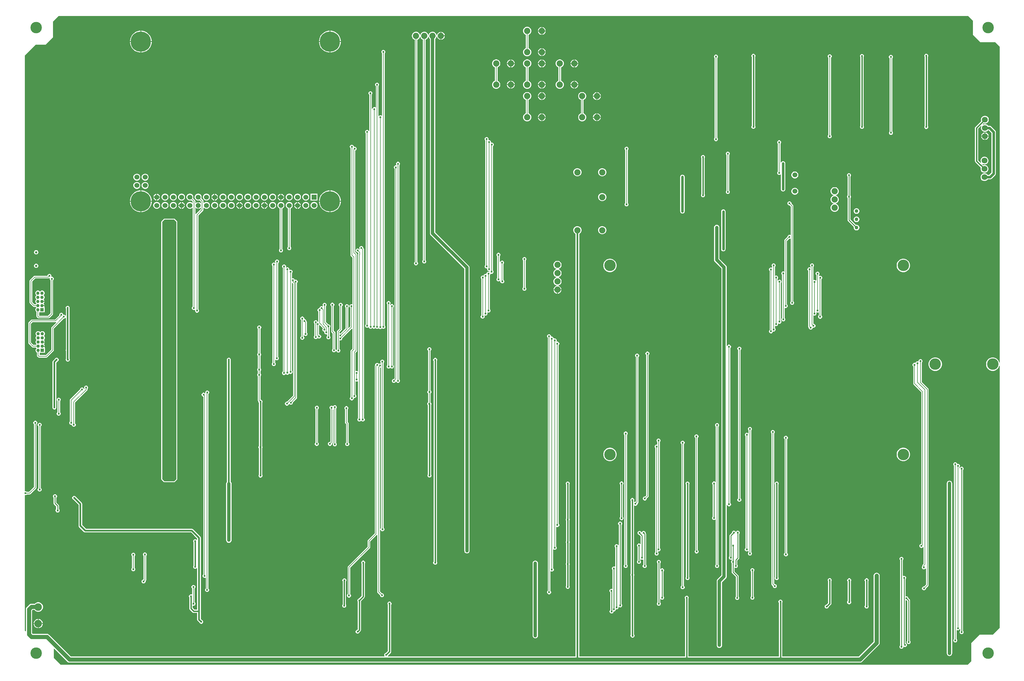
<source format=gbl>
G04*
G04 #@! TF.GenerationSoftware,Altium Limited,Altium Designer,22.8.2 (66)*
G04*
G04 Layer_Physical_Order=2*
G04 Layer_Color=255*
%FSLAX23Y23*%
%MOIN*%
G70*
G04*
G04 #@! TF.SameCoordinates,DFBDAC77-D3CC-4506-9E17-829F2540CA52*
G04*
G04*
G04 #@! TF.FilePolarity,Positive*
G04*
G01*
G75*
%ADD10C,0.010*%
%ADD18C,0.008*%
%ADD184C,0.075*%
%ADD187C,0.020*%
%ADD188C,0.040*%
%ADD189C,0.015*%
%ADD190C,0.030*%
%ADD191C,0.138*%
%ADD192C,0.028*%
%ADD193C,0.043*%
%ADD194C,0.059*%
%ADD195C,0.071*%
%ADD196R,0.039X0.039*%
%ADD197C,0.039*%
%ADD198C,0.244*%
%ADD199R,0.060X0.060*%
%ADD200C,0.060*%
%ADD201C,0.091*%
%ADD202C,0.024*%
%ADD203C,0.050*%
G36*
X11470Y7800D02*
Y7630D01*
X11560Y7540D01*
X11740D01*
X11794Y7486D01*
Y3670D01*
X11789Y3669D01*
X11788Y3674D01*
X11782Y3688D01*
X11773Y3702D01*
X11762Y3713D01*
X11748Y3722D01*
X11734Y3728D01*
X11718Y3731D01*
X11702D01*
X11686Y3728D01*
X11672Y3722D01*
X11658Y3713D01*
X11647Y3702D01*
X11638Y3688D01*
X11632Y3674D01*
X11629Y3658D01*
Y3642D01*
X11632Y3626D01*
X11638Y3612D01*
X11647Y3598D01*
X11658Y3587D01*
X11672Y3578D01*
X11686Y3572D01*
X11702Y3569D01*
X11718D01*
X11734Y3572D01*
X11748Y3578D01*
X11762Y3587D01*
X11773Y3598D01*
X11782Y3612D01*
X11788Y3626D01*
X11789Y3631D01*
X11794Y3630D01*
Y464D01*
X11710Y380D01*
X11550D01*
X11450Y280D01*
Y60D01*
X11407Y17D01*
X453D01*
X370Y100D01*
Y212D01*
X375Y214D01*
X535Y54D01*
X542Y48D01*
X551Y44D01*
X561Y43D01*
X10106D01*
X10116Y44D01*
X10125Y48D01*
X10132Y54D01*
X10334Y256D01*
X10340Y263D01*
X10344Y272D01*
X10345Y282D01*
Y1093D01*
X10344Y1103D01*
X10340Y1112D01*
X10334Y1119D01*
X10327Y1125D01*
X10318Y1129D01*
X10308Y1130D01*
X10298Y1129D01*
X10289Y1125D01*
X10282Y1119D01*
X10276Y1112D01*
X10272Y1103D01*
X10271Y1093D01*
Y297D01*
X10091Y117D01*
X9166D01*
Y766D01*
X9166Y767D01*
X9170Y775D01*
Y785D01*
X9166Y793D01*
X9159Y800D01*
X9151Y804D01*
X9141D01*
X9133Y800D01*
X9126Y793D01*
X9122Y785D01*
Y775D01*
X9126Y767D01*
X9126Y766D01*
Y117D01*
X8034D01*
Y814D01*
X8034Y814D01*
X8038Y823D01*
Y832D01*
X8034Y841D01*
X8028Y848D01*
X8019Y851D01*
X8009D01*
X8001Y848D01*
X7994Y841D01*
X7990Y832D01*
Y823D01*
X7994Y814D01*
X7994Y814D01*
Y117D01*
X6716D01*
Y5225D01*
X6724Y5230D01*
X6733Y5239D01*
X6739Y5250D01*
X6743Y5263D01*
Y5276D01*
X6739Y5288D01*
X6733Y5300D01*
X6724Y5309D01*
X6712Y5315D01*
X6700Y5319D01*
X6687D01*
X6674Y5315D01*
X6663Y5309D01*
X6654Y5300D01*
X6647Y5288D01*
X6644Y5276D01*
Y5263D01*
X6647Y5250D01*
X6654Y5239D01*
X6663Y5230D01*
X6671Y5225D01*
Y117D01*
X4407D01*
X4405Y122D01*
X4405Y123D01*
X4409Y131D01*
Y132D01*
X4439Y162D01*
X4443Y168D01*
X4445Y176D01*
Y742D01*
X4445Y743D01*
X4449Y751D01*
Y761D01*
X4445Y769D01*
X4438Y776D01*
X4430Y780D01*
X4420D01*
X4412Y776D01*
X4405Y769D01*
X4401Y761D01*
Y751D01*
X4405Y743D01*
X4405Y742D01*
Y184D01*
X4381Y160D01*
X4380D01*
X4372Y156D01*
X4365Y149D01*
X4361Y141D01*
Y131D01*
X4365Y123D01*
X4365Y122D01*
X4363Y117D01*
X576D01*
X312Y381D01*
X305Y387D01*
X296Y391D01*
X286Y392D01*
X115D01*
X107Y400D01*
Y673D01*
X115Y681D01*
X136D01*
X136Y680D01*
X147Y669D01*
X160Y662D01*
X175Y658D01*
X190D01*
X204Y662D01*
X217Y669D01*
X228Y680D01*
X236Y693D01*
X239Y708D01*
Y723D01*
X236Y737D01*
X228Y750D01*
X217Y761D01*
X204Y769D01*
X190Y773D01*
X175D01*
X160Y769D01*
X147Y761D01*
X141Y755D01*
X99D01*
X90Y754D01*
X81Y750D01*
X73Y744D01*
X44Y715D01*
X38Y707D01*
X34Y698D01*
X33Y689D01*
Y424D01*
X28Y422D01*
X20Y430D01*
Y2066D01*
X22Y2067D01*
X32D01*
X40Y2071D01*
X44Y2075D01*
X78D01*
X84Y2076D01*
X90Y2079D01*
X158Y2147D01*
X161Y2153D01*
X162Y2159D01*
Y2925D01*
X166Y2929D01*
X170Y2937D01*
Y2947D01*
X166Y2955D01*
X159Y2962D01*
X151Y2966D01*
X141D01*
X133Y2962D01*
X126Y2955D01*
X122Y2947D01*
Y2937D01*
X126Y2929D01*
X130Y2925D01*
Y2166D01*
X71Y2107D01*
X44D01*
X40Y2111D01*
X32Y2115D01*
X22D01*
X20Y2116D01*
Y7380D01*
X150Y7510D01*
X270D01*
X360Y7600D01*
Y7790D01*
X427Y7857D01*
X11413D01*
X11470Y7800D01*
D02*
G37*
%LPC*%
G36*
X6270Y7725D02*
X6269D01*
Y7682D01*
X6311D01*
Y7683D01*
X6308Y7695D01*
X6302Y7706D01*
X6293Y7715D01*
X6282Y7721D01*
X6270Y7725D01*
D02*
G37*
G36*
X6259D02*
X6258D01*
X6245Y7721D01*
X6235Y7715D01*
X6226Y7706D01*
X6220Y7695D01*
X6216Y7683D01*
Y7682D01*
X6259D01*
Y7725D01*
D02*
G37*
G36*
X4951Y7668D02*
X4938D01*
X4926Y7664D01*
X4915Y7658D01*
X4905Y7648D01*
X4899Y7637D01*
X4897Y7632D01*
X4892D01*
X4891Y7637D01*
X4884Y7648D01*
X4875Y7658D01*
X4864Y7664D01*
X4851Y7668D01*
X4838D01*
X4826Y7664D01*
X4815Y7658D01*
X4805Y7648D01*
X4799Y7637D01*
X4797Y7632D01*
X4792D01*
X4791Y7637D01*
X4784Y7648D01*
X4775Y7658D01*
X4764Y7664D01*
X4751Y7668D01*
X4738D01*
X4726Y7664D01*
X4715Y7658D01*
X4705Y7648D01*
X4699Y7637D01*
X4695Y7625D01*
Y7612D01*
X4699Y7599D01*
X4705Y7588D01*
X4715Y7579D01*
X4726Y7572D01*
X4729Y7571D01*
Y4886D01*
X4725Y4882D01*
X4721Y4874D01*
Y4864D01*
X4725Y4856D01*
X4732Y4849D01*
X4740Y4845D01*
X4750D01*
X4758Y4849D01*
X4765Y4856D01*
X4769Y4864D01*
Y4874D01*
X4765Y4882D01*
X4761Y4886D01*
Y7571D01*
X4764Y7572D01*
X4775Y7579D01*
X4784Y7588D01*
X4791Y7599D01*
X4792Y7604D01*
X4797D01*
X4799Y7599D01*
X4805Y7588D01*
X4815Y7579D01*
X4826Y7572D01*
X4828Y7572D01*
Y4907D01*
X4824Y4903D01*
X4820Y4895D01*
Y4885D01*
X4824Y4877D01*
X4831Y4870D01*
X4839Y4866D01*
X4849D01*
X4857Y4870D01*
X4864Y4877D01*
X4868Y4885D01*
Y4895D01*
X4864Y4903D01*
X4860Y4907D01*
Y7571D01*
X4864Y7572D01*
X4875Y7579D01*
X4884Y7588D01*
X4891Y7599D01*
X4892Y7604D01*
X4897D01*
X4899Y7599D01*
X4905Y7588D01*
X4913Y7581D01*
Y6389D01*
Y5231D01*
X4914Y5223D01*
X4917Y5215D01*
X4922Y5208D01*
X5328Y4803D01*
Y3376D01*
Y2208D01*
Y1395D01*
X5329Y1387D01*
X5332Y1379D01*
X5337Y1372D01*
X5344Y1367D01*
X5352Y1364D01*
X5360Y1363D01*
X5368Y1364D01*
X5376Y1367D01*
X5383Y1372D01*
X5388Y1379D01*
X5391Y1387D01*
X5392Y1395D01*
Y2208D01*
Y3376D01*
Y4816D01*
X5391Y4824D01*
X5388Y4832D01*
X5383Y4839D01*
X4977Y5244D01*
Y6389D01*
Y7581D01*
X4984Y7588D01*
X4991Y7599D01*
X4993Y7608D01*
X4999D01*
X5001Y7600D01*
X5007Y7589D01*
X5016Y7580D01*
X5027Y7574D01*
X5039Y7571D01*
X5040D01*
Y7618D01*
Y7666D01*
X5039D01*
X5027Y7662D01*
X5016Y7656D01*
X5007Y7647D01*
X5001Y7636D01*
X4999Y7628D01*
X4993D01*
X4991Y7637D01*
X4984Y7648D01*
X4975Y7658D01*
X4964Y7664D01*
X4951Y7668D01*
D02*
G37*
G36*
X6311Y7672D02*
X6269D01*
Y7630D01*
X6270D01*
X6282Y7633D01*
X6293Y7639D01*
X6302Y7648D01*
X6308Y7659D01*
X6311Y7671D01*
Y7672D01*
D02*
G37*
G36*
X6259D02*
X6216D01*
Y7671D01*
X6220Y7659D01*
X6226Y7648D01*
X6235Y7639D01*
X6245Y7633D01*
X6258Y7630D01*
X6259D01*
Y7672D01*
D02*
G37*
G36*
X5051Y7666D02*
X5050D01*
Y7623D01*
X5092D01*
Y7624D01*
X5089Y7636D01*
X5083Y7647D01*
X5074Y7656D01*
X5063Y7662D01*
X5051Y7666D01*
D02*
G37*
G36*
X5092Y7613D02*
X5050D01*
Y7571D01*
X5051D01*
X5063Y7574D01*
X5074Y7580D01*
X5083Y7589D01*
X5089Y7600D01*
X5092Y7612D01*
Y7613D01*
D02*
G37*
G36*
X1432Y7680D02*
X1427D01*
Y7553D01*
X1554D01*
Y7559D01*
X1550Y7579D01*
X1544Y7599D01*
X1535Y7618D01*
X1522Y7634D01*
X1508Y7649D01*
X1491Y7661D01*
X1472Y7671D01*
X1453Y7677D01*
X1432Y7680D01*
D02*
G37*
G36*
X3716D02*
X3710D01*
Y7553D01*
X3837D01*
Y7559D01*
X3834Y7579D01*
X3827Y7599D01*
X3818Y7618D01*
X3806Y7634D01*
X3791Y7649D01*
X3774Y7661D01*
X3756Y7671D01*
X3736Y7677D01*
X3716Y7680D01*
D02*
G37*
G36*
X3700D02*
X3695D01*
X3674Y7677D01*
X3654Y7671D01*
X3636Y7661D01*
X3619Y7649D01*
X3604Y7634D01*
X3592Y7618D01*
X3583Y7599D01*
X3576Y7579D01*
X3573Y7559D01*
Y7553D01*
X3700D01*
Y7680D01*
D02*
G37*
G36*
X1417D02*
X1411D01*
X1391Y7677D01*
X1371Y7671D01*
X1352Y7661D01*
X1336Y7649D01*
X1321Y7634D01*
X1309Y7618D01*
X1299Y7599D01*
X1293Y7579D01*
X1290Y7559D01*
Y7553D01*
X1417D01*
Y7680D01*
D02*
G37*
G36*
X6270Y7469D02*
X6269D01*
Y7426D01*
X6311D01*
Y7427D01*
X6308Y7440D01*
X6302Y7450D01*
X6293Y7459D01*
X6282Y7465D01*
X6270Y7469D01*
D02*
G37*
G36*
X6259D02*
X6258D01*
X6245Y7465D01*
X6235Y7459D01*
X6226Y7450D01*
X6220Y7440D01*
X6216Y7427D01*
Y7426D01*
X6259D01*
Y7469D01*
D02*
G37*
G36*
X3837Y7543D02*
X3710D01*
Y7416D01*
X3716D01*
X3736Y7420D01*
X3756Y7426D01*
X3774Y7435D01*
X3791Y7448D01*
X3806Y7462D01*
X3818Y7479D01*
X3827Y7498D01*
X3834Y7518D01*
X3837Y7538D01*
Y7543D01*
D02*
G37*
G36*
X3700D02*
X3573D01*
Y7538D01*
X3576Y7518D01*
X3583Y7498D01*
X3592Y7479D01*
X3604Y7462D01*
X3619Y7448D01*
X3636Y7435D01*
X3654Y7426D01*
X3674Y7420D01*
X3695Y7416D01*
X3700D01*
Y7543D01*
D02*
G37*
G36*
X1554D02*
X1427D01*
Y7416D01*
X1432D01*
X1453Y7420D01*
X1472Y7426D01*
X1491Y7435D01*
X1508Y7448D01*
X1522Y7462D01*
X1535Y7479D01*
X1544Y7498D01*
X1550Y7518D01*
X1554Y7538D01*
Y7543D01*
D02*
G37*
G36*
X1417D02*
X1290D01*
Y7538D01*
X1293Y7518D01*
X1299Y7498D01*
X1309Y7479D01*
X1321Y7462D01*
X1336Y7448D01*
X1352Y7435D01*
X1371Y7426D01*
X1391Y7420D01*
X1411Y7416D01*
X1417D01*
Y7543D01*
D02*
G37*
G36*
X6311Y7416D02*
X6269D01*
Y7374D01*
X6270D01*
X6282Y7377D01*
X6293Y7383D01*
X6302Y7392D01*
X6308Y7403D01*
X6311Y7415D01*
Y7416D01*
D02*
G37*
G36*
X6259D02*
X6216D01*
Y7415D01*
X6220Y7403D01*
X6226Y7392D01*
X6235Y7383D01*
X6245Y7377D01*
X6258Y7374D01*
X6259D01*
Y7416D01*
D02*
G37*
G36*
X6093Y7727D02*
X6080D01*
X6068Y7723D01*
X6056Y7717D01*
X6047Y7707D01*
X6041Y7696D01*
X6037Y7684D01*
Y7671D01*
X6041Y7658D01*
X6047Y7647D01*
X6056Y7638D01*
X6068Y7631D01*
X6070Y7630D01*
Y7468D01*
X6068Y7467D01*
X6056Y7461D01*
X6047Y7452D01*
X6041Y7440D01*
X6037Y7428D01*
Y7415D01*
X6041Y7402D01*
X6047Y7391D01*
X6056Y7382D01*
X6068Y7375D01*
X6080Y7372D01*
X6093D01*
X6106Y7375D01*
X6117Y7382D01*
X6126Y7391D01*
X6133Y7402D01*
X6136Y7415D01*
Y7428D01*
X6133Y7440D01*
X6126Y7452D01*
X6117Y7461D01*
X6106Y7467D01*
X6103Y7468D01*
Y7630D01*
X6106Y7631D01*
X6117Y7638D01*
X6126Y7647D01*
X6133Y7658D01*
X6136Y7671D01*
Y7684D01*
X6133Y7696D01*
X6126Y7707D01*
X6117Y7717D01*
X6106Y7723D01*
X6093Y7727D01*
D02*
G37*
G36*
X6664Y7331D02*
X6662D01*
Y7288D01*
X6705D01*
Y7290D01*
X6702Y7302D01*
X6695Y7313D01*
X6687Y7321D01*
X6676Y7328D01*
X6664Y7331D01*
D02*
G37*
G36*
X6270D02*
X6269D01*
Y7288D01*
X6311D01*
Y7290D01*
X6308Y7302D01*
X6302Y7313D01*
X6293Y7321D01*
X6282Y7328D01*
X6270Y7331D01*
D02*
G37*
G36*
X6652D02*
X6651D01*
X6639Y7328D01*
X6628Y7321D01*
X6620Y7313D01*
X6613Y7302D01*
X6610Y7290D01*
Y7288D01*
X6652D01*
Y7331D01*
D02*
G37*
G36*
X6259D02*
X6258D01*
X6245Y7328D01*
X6235Y7321D01*
X6226Y7313D01*
X6220Y7302D01*
X6216Y7290D01*
Y7288D01*
X6259D01*
Y7331D01*
D02*
G37*
G36*
X5896D02*
X5895D01*
Y7288D01*
X5937D01*
Y7290D01*
X5934Y7302D01*
X5928Y7313D01*
X5919Y7321D01*
X5908Y7328D01*
X5896Y7331D01*
D02*
G37*
G36*
X5885D02*
X5884D01*
X5871Y7328D01*
X5861Y7321D01*
X5852Y7313D01*
X5846Y7302D01*
X5842Y7290D01*
Y7288D01*
X5885D01*
Y7331D01*
D02*
G37*
G36*
X6705Y7278D02*
X6662D01*
Y7236D01*
X6664D01*
X6676Y7239D01*
X6687Y7246D01*
X6695Y7254D01*
X6702Y7265D01*
X6705Y7277D01*
Y7278D01*
D02*
G37*
G36*
X6652D02*
X6610D01*
Y7277D01*
X6613Y7265D01*
X6620Y7254D01*
X6628Y7246D01*
X6639Y7239D01*
X6651Y7236D01*
X6652D01*
Y7278D01*
D02*
G37*
G36*
X6311D02*
X6269D01*
Y7236D01*
X6270D01*
X6282Y7239D01*
X6293Y7246D01*
X6302Y7254D01*
X6308Y7265D01*
X6311Y7277D01*
Y7278D01*
D02*
G37*
G36*
X6259D02*
X6216D01*
Y7277D01*
X6220Y7265D01*
X6226Y7254D01*
X6235Y7246D01*
X6245Y7239D01*
X6258Y7236D01*
X6259D01*
Y7278D01*
D02*
G37*
G36*
X5937Y7278D02*
X5895D01*
Y7236D01*
X5896D01*
X5908Y7239D01*
X5919Y7246D01*
X5928Y7254D01*
X5934Y7265D01*
X5937Y7277D01*
Y7278D01*
D02*
G37*
G36*
X5885D02*
X5842D01*
Y7277D01*
X5846Y7265D01*
X5852Y7254D01*
X5861Y7246D01*
X5871Y7239D01*
X5884Y7236D01*
X5885D01*
Y7278D01*
D02*
G37*
G36*
X6664Y7075D02*
X6662D01*
Y7033D01*
X6705D01*
Y7034D01*
X6702Y7046D01*
X6695Y7057D01*
X6687Y7065D01*
X6676Y7072D01*
X6664Y7075D01*
D02*
G37*
G36*
X6270D02*
X6269D01*
Y7033D01*
X6311D01*
Y7034D01*
X6308Y7046D01*
X6302Y7057D01*
X6293Y7065D01*
X6282Y7072D01*
X6270Y7075D01*
D02*
G37*
G36*
X6652D02*
X6651D01*
X6639Y7072D01*
X6628Y7065D01*
X6620Y7057D01*
X6613Y7046D01*
X6610Y7034D01*
Y7033D01*
X6652D01*
Y7075D01*
D02*
G37*
G36*
X6259D02*
X6258D01*
X6245Y7072D01*
X6235Y7065D01*
X6226Y7057D01*
X6220Y7046D01*
X6216Y7034D01*
Y7033D01*
X6259D01*
Y7075D01*
D02*
G37*
G36*
X5896D02*
X5895D01*
Y7033D01*
X5937D01*
Y7034D01*
X5934Y7046D01*
X5928Y7057D01*
X5919Y7065D01*
X5908Y7072D01*
X5896Y7075D01*
D02*
G37*
G36*
X5885D02*
X5884D01*
X5871Y7072D01*
X5861Y7065D01*
X5852Y7057D01*
X5846Y7046D01*
X5842Y7034D01*
Y7033D01*
X5885D01*
Y7075D01*
D02*
G37*
G36*
X6705Y7023D02*
X6662D01*
Y6980D01*
X6664D01*
X6676Y6983D01*
X6687Y6990D01*
X6695Y6998D01*
X6702Y7009D01*
X6705Y7021D01*
Y7023D01*
D02*
G37*
G36*
X6652D02*
X6610D01*
Y7021D01*
X6613Y7009D01*
X6620Y6998D01*
X6628Y6990D01*
X6639Y6983D01*
X6651Y6980D01*
X6652D01*
Y7023D01*
D02*
G37*
G36*
X6311D02*
X6269D01*
Y6980D01*
X6270D01*
X6282Y6983D01*
X6293Y6990D01*
X6302Y6998D01*
X6308Y7009D01*
X6311Y7021D01*
Y7023D01*
D02*
G37*
G36*
X6259D02*
X6216D01*
Y7021D01*
X6220Y7009D01*
X6226Y6998D01*
X6235Y6990D01*
X6245Y6983D01*
X6258Y6980D01*
X6259D01*
Y7023D01*
D02*
G37*
G36*
X5937Y7023D02*
X5895D01*
Y6980D01*
X5896D01*
X5908Y6983D01*
X5919Y6990D01*
X5928Y6998D01*
X5934Y7009D01*
X5937Y7021D01*
Y7023D01*
D02*
G37*
G36*
X5885D02*
X5842D01*
Y7021D01*
X5846Y7009D01*
X5852Y6998D01*
X5861Y6990D01*
X5871Y6983D01*
X5884Y6980D01*
X5885D01*
Y7023D01*
D02*
G37*
G36*
X6487Y7333D02*
X6474D01*
X6461Y7329D01*
X6450Y7323D01*
X6441Y7314D01*
X6434Y7303D01*
X6431Y7290D01*
Y7277D01*
X6434Y7264D01*
X6441Y7253D01*
X6450Y7244D01*
X6461Y7237D01*
X6464Y7237D01*
Y7074D01*
X6461Y7074D01*
X6450Y7067D01*
X6441Y7058D01*
X6434Y7047D01*
X6431Y7034D01*
Y7021D01*
X6434Y7008D01*
X6441Y6997D01*
X6450Y6988D01*
X6461Y6982D01*
X6474Y6978D01*
X6487D01*
X6499Y6982D01*
X6511Y6988D01*
X6520Y6997D01*
X6526Y7008D01*
X6530Y7021D01*
Y7034D01*
X6526Y7047D01*
X6520Y7058D01*
X6511Y7067D01*
X6499Y7074D01*
X6497Y7074D01*
Y7237D01*
X6499Y7237D01*
X6511Y7244D01*
X6520Y7253D01*
X6526Y7264D01*
X6530Y7277D01*
Y7290D01*
X6526Y7303D01*
X6520Y7314D01*
X6511Y7323D01*
X6499Y7329D01*
X6487Y7333D01*
D02*
G37*
G36*
X6093D02*
X6080D01*
X6068Y7329D01*
X6056Y7323D01*
X6047Y7314D01*
X6041Y7303D01*
X6037Y7290D01*
Y7277D01*
X6041Y7264D01*
X6047Y7253D01*
X6056Y7244D01*
X6068Y7237D01*
X6070Y7237D01*
Y7074D01*
X6068Y7074D01*
X6056Y7067D01*
X6047Y7058D01*
X6041Y7047D01*
X6037Y7034D01*
Y7021D01*
X6041Y7008D01*
X6047Y6997D01*
X6056Y6988D01*
X6068Y6982D01*
X6080Y6978D01*
X6093D01*
X6106Y6982D01*
X6117Y6988D01*
X6126Y6997D01*
X6133Y7008D01*
X6136Y7021D01*
Y7034D01*
X6133Y7047D01*
X6126Y7058D01*
X6117Y7067D01*
X6106Y7074D01*
X6103Y7074D01*
Y7237D01*
X6106Y7237D01*
X6117Y7244D01*
X6126Y7253D01*
X6133Y7264D01*
X6136Y7277D01*
Y7290D01*
X6133Y7303D01*
X6126Y7314D01*
X6117Y7323D01*
X6106Y7329D01*
X6093Y7333D01*
D02*
G37*
G36*
X5719D02*
X5706D01*
X5694Y7329D01*
X5682Y7323D01*
X5673Y7314D01*
X5667Y7303D01*
X5663Y7290D01*
Y7277D01*
X5667Y7264D01*
X5673Y7253D01*
X5682Y7244D01*
X5694Y7237D01*
X5696Y7237D01*
Y7074D01*
X5694Y7074D01*
X5682Y7067D01*
X5673Y7058D01*
X5667Y7047D01*
X5663Y7034D01*
Y7021D01*
X5667Y7008D01*
X5673Y6997D01*
X5682Y6988D01*
X5694Y6982D01*
X5706Y6978D01*
X5719D01*
X5732Y6982D01*
X5743Y6988D01*
X5752Y6997D01*
X5759Y7008D01*
X5762Y7021D01*
Y7034D01*
X5759Y7047D01*
X5752Y7058D01*
X5743Y7067D01*
X5732Y7074D01*
X5729Y7074D01*
Y7237D01*
X5732Y7237D01*
X5743Y7244D01*
X5752Y7253D01*
X5759Y7264D01*
X5762Y7277D01*
Y7290D01*
X5759Y7303D01*
X5752Y7314D01*
X5743Y7323D01*
X5732Y7329D01*
X5719Y7333D01*
D02*
G37*
G36*
X6935Y6937D02*
X6934D01*
Y6895D01*
X6977D01*
Y6896D01*
X6973Y6908D01*
X6967Y6919D01*
X6958Y6928D01*
X6947Y6934D01*
X6935Y6937D01*
D02*
G37*
G36*
X6270D02*
X6269D01*
Y6895D01*
X6311D01*
Y6896D01*
X6308Y6908D01*
X6302Y6919D01*
X6293Y6928D01*
X6282Y6934D01*
X6270Y6937D01*
D02*
G37*
G36*
X6924D02*
X6923D01*
X6911Y6934D01*
X6900Y6928D01*
X6891Y6919D01*
X6885Y6908D01*
X6882Y6896D01*
Y6895D01*
X6924D01*
Y6937D01*
D02*
G37*
G36*
X6259D02*
X6258D01*
X6245Y6934D01*
X6235Y6928D01*
X6226Y6919D01*
X6220Y6908D01*
X6216Y6896D01*
Y6895D01*
X6259D01*
Y6937D01*
D02*
G37*
G36*
X6977Y6885D02*
X6934D01*
Y6842D01*
X6935D01*
X6947Y6846D01*
X6958Y6852D01*
X6967Y6861D01*
X6973Y6871D01*
X6977Y6884D01*
Y6885D01*
D02*
G37*
G36*
X6924D02*
X6882D01*
Y6884D01*
X6885Y6871D01*
X6891Y6861D01*
X6900Y6852D01*
X6911Y6846D01*
X6923Y6842D01*
X6924D01*
Y6885D01*
D02*
G37*
G36*
X6311D02*
X6269D01*
Y6842D01*
X6270D01*
X6282Y6846D01*
X6293Y6852D01*
X6302Y6861D01*
X6308Y6871D01*
X6311Y6884D01*
Y6885D01*
D02*
G37*
G36*
X6259D02*
X6216D01*
Y6884D01*
X6220Y6871D01*
X6226Y6861D01*
X6235Y6852D01*
X6245Y6846D01*
X6258Y6842D01*
X6259D01*
Y6885D01*
D02*
G37*
G36*
X4354Y7447D02*
X4345D01*
X4336Y7444D01*
X4330Y7437D01*
X4326Y7428D01*
Y7419D01*
X4330Y7410D01*
X4333Y7406D01*
Y6656D01*
X4329Y6654D01*
X4328Y6654D01*
X4320Y6658D01*
X4310D01*
X4302Y6654D01*
X4296Y6649D01*
X4291Y6651D01*
Y7012D01*
X4294Y7015D01*
X4298Y7023D01*
Y7033D01*
X4294Y7041D01*
X4287Y7048D01*
X4279Y7052D01*
X4269D01*
X4261Y7048D01*
X4254Y7041D01*
X4250Y7033D01*
Y7023D01*
X4254Y7015D01*
X4259Y7010D01*
Y6755D01*
X4254Y6753D01*
X4246Y6756D01*
X4236D01*
X4228Y6752D01*
X4221Y6745D01*
X4217Y6737D01*
X4212Y6737D01*
Y6910D01*
X4214Y6912D01*
X4218Y6920D01*
Y6930D01*
X4214Y6938D01*
X4207Y6945D01*
X4199Y6949D01*
X4189D01*
X4181Y6945D01*
X4174Y6938D01*
X4170Y6930D01*
Y6920D01*
X4174Y6912D01*
X4180Y6906D01*
Y6469D01*
X4175Y6468D01*
X4174Y6469D01*
X4167Y6476D01*
X4159Y6480D01*
X4149D01*
X4141Y6476D01*
X4134Y6469D01*
X4130Y6461D01*
Y6451D01*
X4134Y6443D01*
X4138Y6439D01*
Y4132D01*
X4134Y4128D01*
X4130Y4120D01*
Y4110D01*
X4134Y4102D01*
X4141Y4095D01*
X4149Y4091D01*
X4159D01*
X4167Y4095D01*
X4168Y4095D01*
X4174Y4094D01*
X4176Y4089D01*
X4183Y4082D01*
X4191Y4078D01*
X4201D01*
X4209Y4082D01*
X4214Y4086D01*
X4216Y4089D01*
X4220Y4086D01*
X4224Y4083D01*
X4232Y4079D01*
X4242D01*
X4250Y4083D01*
X4254Y4087D01*
X4255Y4087D01*
X4262Y4080D01*
X4270Y4076D01*
X4280D01*
X4288Y4080D01*
X4293Y4085D01*
X4300Y4079D01*
X4308Y4075D01*
X4318D01*
X4326Y4079D01*
X4332Y4084D01*
X4337Y4080D01*
X4345Y4076D01*
X4355D01*
X4363Y4080D01*
X4370Y4087D01*
X4374Y4095D01*
Y4105D01*
X4370Y4113D01*
X4366Y4118D01*
Y7406D01*
X4370Y7410D01*
X4374Y7419D01*
Y7428D01*
X4370Y7437D01*
X4363Y7444D01*
X4354Y7447D01*
D02*
G37*
G36*
X6935Y6681D02*
X6934D01*
Y6639D01*
X6977D01*
Y6640D01*
X6973Y6652D01*
X6967Y6663D01*
X6958Y6672D01*
X6947Y6678D01*
X6935Y6681D01*
D02*
G37*
G36*
X6270D02*
X6269D01*
Y6639D01*
X6311D01*
Y6640D01*
X6308Y6652D01*
X6302Y6663D01*
X6293Y6672D01*
X6282Y6678D01*
X6270Y6681D01*
D02*
G37*
G36*
X6924D02*
X6923D01*
X6911Y6678D01*
X6900Y6672D01*
X6891Y6663D01*
X6885Y6652D01*
X6882Y6640D01*
Y6639D01*
X6924D01*
Y6681D01*
D02*
G37*
G36*
X6259D02*
X6258D01*
X6245Y6678D01*
X6235Y6672D01*
X6226Y6663D01*
X6220Y6652D01*
X6216Y6640D01*
Y6639D01*
X6259D01*
Y6681D01*
D02*
G37*
G36*
X6977Y6629D02*
X6934D01*
Y6586D01*
X6935D01*
X6947Y6590D01*
X6958Y6596D01*
X6967Y6605D01*
X6973Y6616D01*
X6977Y6628D01*
Y6629D01*
D02*
G37*
G36*
X6924D02*
X6882D01*
Y6628D01*
X6885Y6616D01*
X6891Y6605D01*
X6900Y6596D01*
X6911Y6590D01*
X6923Y6586D01*
X6924D01*
Y6629D01*
D02*
G37*
G36*
X6311D02*
X6269D01*
Y6586D01*
X6270D01*
X6282Y6590D01*
X6293Y6596D01*
X6302Y6605D01*
X6308Y6616D01*
X6311Y6628D01*
Y6629D01*
D02*
G37*
G36*
X6259D02*
X6216D01*
Y6628D01*
X6220Y6616D01*
X6226Y6605D01*
X6235Y6596D01*
X6245Y6590D01*
X6258Y6586D01*
X6259D01*
Y6629D01*
D02*
G37*
G36*
X6758Y6939D02*
X6745D01*
X6733Y6936D01*
X6722Y6929D01*
X6712Y6920D01*
X6706Y6909D01*
X6703Y6896D01*
Y6883D01*
X6706Y6871D01*
X6712Y6859D01*
X6722Y6850D01*
X6733Y6844D01*
X6736Y6843D01*
Y6681D01*
X6733Y6680D01*
X6722Y6673D01*
X6712Y6664D01*
X6706Y6653D01*
X6703Y6640D01*
Y6627D01*
X6706Y6615D01*
X6712Y6604D01*
X6722Y6594D01*
X6733Y6588D01*
X6745Y6584D01*
X6758D01*
X6771Y6588D01*
X6782Y6594D01*
X6792Y6604D01*
X6798Y6615D01*
X6801Y6627D01*
Y6640D01*
X6798Y6653D01*
X6792Y6664D01*
X6782Y6673D01*
X6771Y6680D01*
X6768Y6681D01*
Y6843D01*
X6771Y6844D01*
X6782Y6850D01*
X6792Y6859D01*
X6798Y6871D01*
X6801Y6883D01*
Y6896D01*
X6798Y6909D01*
X6792Y6920D01*
X6782Y6929D01*
X6771Y6936D01*
X6758Y6939D01*
D02*
G37*
G36*
X6093D02*
X6080D01*
X6068Y6936D01*
X6056Y6929D01*
X6047Y6920D01*
X6041Y6909D01*
X6037Y6896D01*
Y6883D01*
X6041Y6871D01*
X6047Y6859D01*
X6056Y6850D01*
X6068Y6844D01*
X6070Y6843D01*
Y6681D01*
X6068Y6680D01*
X6056Y6673D01*
X6047Y6664D01*
X6041Y6653D01*
X6037Y6640D01*
Y6627D01*
X6041Y6615D01*
X6047Y6604D01*
X6056Y6594D01*
X6068Y6588D01*
X6080Y6584D01*
X6093D01*
X6106Y6588D01*
X6117Y6594D01*
X6126Y6604D01*
X6133Y6615D01*
X6136Y6627D01*
Y6640D01*
X6133Y6653D01*
X6126Y6664D01*
X6117Y6673D01*
X6106Y6680D01*
X6103Y6681D01*
Y6843D01*
X6106Y6844D01*
X6117Y6850D01*
X6126Y6859D01*
X6133Y6871D01*
X6136Y6883D01*
Y6896D01*
X6133Y6909D01*
X6126Y6920D01*
X6117Y6929D01*
X6106Y6936D01*
X6093Y6939D01*
D02*
G37*
G36*
X11621Y6652D02*
X11609D01*
X11597Y6649D01*
X11586Y6643D01*
X11577Y6634D01*
X11571Y6623D01*
X11568Y6611D01*
Y6599D01*
X11570Y6588D01*
X11501Y6519D01*
X11497Y6513D01*
X11495Y6505D01*
Y6105D01*
X11497Y6097D01*
X11501Y6091D01*
X11565Y6027D01*
X11563Y6016D01*
Y6004D01*
X11566Y5992D01*
X11572Y5981D01*
X11581Y5972D01*
X11592Y5966D01*
X11604Y5963D01*
X11616D01*
X11628Y5966D01*
X11639Y5972D01*
X11648Y5981D01*
X11654Y5992D01*
X11657Y6004D01*
Y6016D01*
X11654Y6028D01*
X11648Y6039D01*
X11639Y6048D01*
X11628Y6054D01*
X11616Y6057D01*
X11604D01*
X11593Y6055D01*
X11583Y6065D01*
X11586Y6069D01*
X11592Y6066D01*
X11604Y6063D01*
X11616D01*
X11628Y6066D01*
X11639Y6072D01*
X11648Y6081D01*
X11654Y6092D01*
X11657Y6104D01*
Y6116D01*
X11654Y6128D01*
X11648Y6139D01*
X11639Y6148D01*
X11628Y6154D01*
X11616Y6157D01*
X11604D01*
X11592Y6154D01*
X11581Y6148D01*
X11572Y6139D01*
X11566Y6128D01*
X11563Y6116D01*
Y6104D01*
X11566Y6092D01*
X11569Y6086D01*
X11565Y6083D01*
X11535Y6113D01*
Y6497D01*
X11570Y6532D01*
X11574Y6529D01*
X11571Y6523D01*
X11568Y6511D01*
Y6499D01*
X11571Y6487D01*
X11577Y6476D01*
X11586Y6467D01*
X11597Y6461D01*
X11609Y6458D01*
X11621D01*
X11633Y6461D01*
X11644Y6467D01*
X11653Y6476D01*
X11654Y6478D01*
X11660D01*
X11694Y6444D01*
Y6070D01*
X11694Y6070D01*
X11693Y6063D01*
Y5965D01*
X11665Y5937D01*
X11649D01*
X11648Y5939D01*
X11639Y5948D01*
X11628Y5954D01*
X11616Y5957D01*
X11604D01*
X11592Y5954D01*
X11581Y5948D01*
X11572Y5939D01*
X11566Y5928D01*
X11563Y5916D01*
Y5904D01*
X11566Y5892D01*
X11572Y5881D01*
X11581Y5872D01*
X11592Y5866D01*
X11604Y5863D01*
X11616D01*
X11628Y5866D01*
X11639Y5872D01*
X11648Y5881D01*
X11649Y5883D01*
X11676D01*
X11683Y5884D01*
X11690Y5886D01*
X11696Y5891D01*
X11739Y5934D01*
X11744Y5940D01*
X11746Y5947D01*
X11747Y5954D01*
Y6057D01*
X11747Y6057D01*
X11748Y6064D01*
Y6455D01*
X11747Y6462D01*
X11745Y6469D01*
X11740Y6474D01*
X11690Y6524D01*
X11685Y6529D01*
X11678Y6531D01*
X11671Y6532D01*
X11654D01*
X11653Y6534D01*
X11644Y6543D01*
X11633Y6549D01*
X11621Y6552D01*
X11609D01*
X11597Y6549D01*
X11591Y6546D01*
X11588Y6550D01*
X11598Y6560D01*
X11609Y6558D01*
X11621D01*
X11633Y6561D01*
X11644Y6567D01*
X11653Y6576D01*
X11659Y6587D01*
X11662Y6599D01*
Y6611D01*
X11659Y6623D01*
X11653Y6634D01*
X11644Y6643D01*
X11633Y6649D01*
X11621Y6652D01*
D02*
G37*
G36*
X10135Y7399D02*
X10125D01*
X10117Y7395D01*
X10110Y7388D01*
X10106Y7380D01*
Y7370D01*
X10110Y7362D01*
X10110Y7361D01*
Y6531D01*
X10110Y6530D01*
X10106Y6522D01*
Y6512D01*
X10110Y6504D01*
X10117Y6497D01*
X10125Y6493D01*
X10135D01*
X10143Y6497D01*
X10150Y6504D01*
X10154Y6512D01*
Y6522D01*
X10150Y6530D01*
X10150Y6531D01*
Y7361D01*
X10150Y7362D01*
X10154Y7370D01*
Y7380D01*
X10150Y7388D01*
X10143Y7395D01*
X10135Y7399D01*
D02*
G37*
G36*
X8824Y7400D02*
X8814D01*
X8806Y7396D01*
X8799Y7389D01*
X8795Y7381D01*
Y7371D01*
X8799Y7363D01*
X8799Y7362D01*
Y6531D01*
X8799Y6530D01*
X8795Y6522D01*
Y6512D01*
X8799Y6504D01*
X8806Y6497D01*
X8814Y6493D01*
X8824D01*
X8832Y6497D01*
X8839Y6504D01*
X8843Y6512D01*
Y6522D01*
X8839Y6530D01*
X8839Y6531D01*
Y7362D01*
X8839Y7363D01*
X8843Y7371D01*
Y7381D01*
X8839Y7389D01*
X8832Y7396D01*
X8824Y7400D01*
D02*
G37*
G36*
X10912D02*
X10902D01*
X10894Y7396D01*
X10887Y7389D01*
X10883Y7381D01*
Y7371D01*
X10887Y7363D01*
X10887Y7362D01*
Y6530D01*
X10887Y6529D01*
X10883Y6521D01*
Y6511D01*
X10887Y6503D01*
X10894Y6496D01*
X10902Y6492D01*
X10912D01*
X10920Y6496D01*
X10927Y6503D01*
X10931Y6511D01*
Y6521D01*
X10927Y6529D01*
X10927Y6530D01*
Y7362D01*
X10927Y7363D01*
X10931Y7371D01*
Y7381D01*
X10927Y7389D01*
X10920Y7396D01*
X10912Y7400D01*
D02*
G37*
G36*
X10484Y7388D02*
X10474D01*
X10466Y7384D01*
X10459Y7377D01*
X10455Y7369D01*
Y7359D01*
X10459Y7351D01*
X10464Y7345D01*
Y6462D01*
X10460Y6459D01*
X10457Y6450D01*
Y6441D01*
X10460Y6432D01*
X10467Y6425D01*
X10476Y6422D01*
X10485D01*
X10494Y6425D01*
X10501Y6432D01*
X10504Y6441D01*
Y6450D01*
X10501Y6459D01*
X10496Y6463D01*
Y7348D01*
X10499Y7351D01*
X10503Y7359D01*
Y7369D01*
X10499Y7377D01*
X10492Y7384D01*
X10484Y7388D01*
D02*
G37*
G36*
X11621Y6450D02*
X11620D01*
Y6410D01*
X11660D01*
Y6411D01*
X11657Y6423D01*
X11651Y6433D01*
X11643Y6441D01*
X11633Y6447D01*
X11621Y6450D01*
D02*
G37*
G36*
X11610D02*
X11609D01*
X11597Y6447D01*
X11587Y6441D01*
X11579Y6433D01*
X11573Y6423D01*
X11570Y6411D01*
Y6410D01*
X11610D01*
Y6450D01*
D02*
G37*
G36*
X9747Y7395D02*
X9737D01*
X9729Y7391D01*
X9722Y7384D01*
X9718Y7376D01*
Y7366D01*
X9722Y7358D01*
X9725Y7355D01*
Y6421D01*
X9721Y6417D01*
X9717Y6409D01*
Y6399D01*
X9721Y6391D01*
X9728Y6384D01*
X9736Y6380D01*
X9746D01*
X9754Y6384D01*
X9761Y6391D01*
X9765Y6399D01*
Y6409D01*
X9761Y6417D01*
X9757Y6421D01*
Y7353D01*
X9762Y7358D01*
X9766Y7366D01*
Y7376D01*
X9762Y7384D01*
X9755Y7391D01*
X9747Y7395D01*
D02*
G37*
G36*
X11660Y6400D02*
X11620D01*
Y6360D01*
X11621D01*
X11633Y6363D01*
X11643Y6369D01*
X11651Y6377D01*
X11657Y6387D01*
X11660Y6399D01*
Y6400D01*
D02*
G37*
G36*
X11610D02*
X11570D01*
Y6399D01*
X11573Y6387D01*
X11579Y6377D01*
X11587Y6369D01*
X11597Y6363D01*
X11609Y6360D01*
X11610D01*
Y6400D01*
D02*
G37*
G36*
X8372Y7390D02*
X8362D01*
X8354Y7386D01*
X8347Y7379D01*
X8343Y7371D01*
Y7361D01*
X8347Y7353D01*
X8351Y7349D01*
Y6386D01*
X8347Y6382D01*
X8343Y6374D01*
Y6364D01*
X8347Y6356D01*
X8354Y6349D01*
X8362Y6345D01*
X8372D01*
X8380Y6349D01*
X8387Y6356D01*
X8391Y6364D01*
Y6374D01*
X8387Y6382D01*
X8383Y6386D01*
Y7349D01*
X8387Y7353D01*
X8391Y7361D01*
Y7371D01*
X8387Y7379D01*
X8380Y7386D01*
X8372Y7390D01*
D02*
G37*
G36*
X4533Y6096D02*
X4523D01*
X4515Y6092D01*
X4508Y6085D01*
X4504Y6077D01*
Y6067D01*
X4508Y6059D01*
X4510Y6056D01*
X4508Y6052D01*
X4508Y6052D01*
X4505Y6053D01*
X4495D01*
X4487Y6049D01*
X4480Y6042D01*
X4476Y6034D01*
Y6024D01*
X4480Y6016D01*
X4486Y6010D01*
Y3480D01*
X4478Y3472D01*
X4472D01*
X4464Y3468D01*
X4457Y3461D01*
X4453Y3453D01*
Y3443D01*
X4457Y3435D01*
X4464Y3428D01*
X4472Y3424D01*
X4482D01*
X4490Y3428D01*
X4497Y3435D01*
X4500Y3440D01*
X4505D01*
X4507Y3436D01*
X4514Y3429D01*
X4522Y3425D01*
X4532D01*
X4540Y3429D01*
X4547Y3436D01*
X4551Y3444D01*
Y3454D01*
X4547Y3462D01*
X4543Y3466D01*
Y3581D01*
X4544Y3586D01*
Y6055D01*
X4548Y6059D01*
X4552Y6067D01*
Y6077D01*
X4548Y6085D01*
X4541Y6092D01*
X4533Y6096D01*
D02*
G37*
G36*
X7000Y6019D02*
X6987D01*
X6974Y6015D01*
X6963Y6009D01*
X6954Y6000D01*
X6947Y5988D01*
X6944Y5976D01*
Y5963D01*
X6947Y5950D01*
X6954Y5939D01*
X6963Y5930D01*
X6974Y5923D01*
X6987Y5920D01*
X7000D01*
X7012Y5923D01*
X7024Y5930D01*
X7033Y5939D01*
X7039Y5950D01*
X7043Y5963D01*
Y5976D01*
X7039Y5988D01*
X7033Y6000D01*
X7024Y6009D01*
X7012Y6015D01*
X7000Y6019D01*
D02*
G37*
G36*
X6700D02*
X6687D01*
X6674Y6015D01*
X6663Y6009D01*
X6654Y6000D01*
X6647Y5988D01*
X6644Y5976D01*
Y5963D01*
X6647Y5950D01*
X6654Y5939D01*
X6663Y5930D01*
X6674Y5923D01*
X6687Y5920D01*
X6700D01*
X6712Y5923D01*
X6724Y5930D01*
X6733Y5939D01*
X6739Y5950D01*
X6743Y5963D01*
Y5976D01*
X6739Y5988D01*
X6733Y6000D01*
X6724Y6009D01*
X6712Y6015D01*
X6700Y6019D01*
D02*
G37*
G36*
X9325Y5978D02*
X9315D01*
X9304Y5976D01*
X9295Y5970D01*
X9287Y5962D01*
X9281Y5953D01*
X9278Y5942D01*
Y5931D01*
X9281Y5921D01*
X9287Y5911D01*
X9295Y5904D01*
X9304Y5898D01*
X9315Y5895D01*
X9325D01*
X9336Y5898D01*
X9345Y5904D01*
X9353Y5911D01*
X9359Y5921D01*
X9362Y5931D01*
Y5942D01*
X9359Y5953D01*
X9353Y5962D01*
X9345Y5970D01*
X9336Y5976D01*
X9325Y5978D01*
D02*
G37*
G36*
X1479Y5952D02*
X1468D01*
X1457Y5949D01*
X1447Y5944D01*
X1440Y5936D01*
X1434Y5927D01*
X1431Y5916D01*
Y5905D01*
X1434Y5894D01*
X1440Y5885D01*
X1447Y5877D01*
X1457Y5871D01*
X1468Y5868D01*
X1479D01*
X1489Y5871D01*
X1499Y5877D01*
X1507Y5885D01*
X1512Y5894D01*
X1515Y5905D01*
Y5916D01*
X1512Y5927D01*
X1507Y5936D01*
X1499Y5944D01*
X1489Y5949D01*
X1479Y5952D01*
D02*
G37*
G36*
X1379D02*
X1368D01*
X1357Y5949D01*
X1347Y5944D01*
X1340Y5936D01*
X1334Y5927D01*
X1331Y5916D01*
Y5905D01*
X1334Y5894D01*
X1340Y5885D01*
X1347Y5877D01*
X1357Y5871D01*
X1368Y5868D01*
X1379D01*
X1389Y5871D01*
X1399Y5877D01*
X1407Y5885D01*
X1412Y5894D01*
X1415Y5905D01*
Y5916D01*
X1412Y5927D01*
X1407Y5936D01*
X1399Y5944D01*
X1389Y5949D01*
X1379Y5952D01*
D02*
G37*
G36*
X1479Y5852D02*
X1468D01*
X1457Y5849D01*
X1447Y5844D01*
X1440Y5836D01*
X1434Y5827D01*
X1431Y5816D01*
Y5805D01*
X1434Y5794D01*
X1440Y5785D01*
X1447Y5777D01*
X1457Y5771D01*
X1468Y5768D01*
X1479D01*
X1489Y5771D01*
X1499Y5777D01*
X1507Y5785D01*
X1512Y5794D01*
X1515Y5805D01*
Y5816D01*
X1512Y5827D01*
X1507Y5836D01*
X1499Y5844D01*
X1489Y5849D01*
X1479Y5852D01*
D02*
G37*
G36*
X1379D02*
X1368D01*
X1357Y5849D01*
X1347Y5844D01*
X1340Y5836D01*
X1334Y5827D01*
X1331Y5816D01*
Y5805D01*
X1334Y5794D01*
X1340Y5785D01*
X1347Y5777D01*
X1357Y5771D01*
X1368Y5768D01*
X1379D01*
X1389Y5771D01*
X1399Y5777D01*
X1407Y5785D01*
X1412Y5794D01*
X1415Y5805D01*
Y5816D01*
X1412Y5827D01*
X1407Y5836D01*
X1399Y5844D01*
X1389Y5849D01*
X1379Y5852D01*
D02*
G37*
G36*
X9135Y6356D02*
X9125D01*
X9117Y6352D01*
X9110Y6345D01*
X9106Y6337D01*
Y6327D01*
X9110Y6319D01*
X9114Y6315D01*
Y5977D01*
X9110Y5973D01*
X9106Y5965D01*
Y5955D01*
X9110Y5947D01*
X9117Y5940D01*
X9125Y5936D01*
X9135D01*
X9143Y5940D01*
X9146Y5942D01*
X9151Y5940D01*
Y5764D01*
X9152Y5757D01*
X9154Y5750D01*
X9159Y5745D01*
X9164Y5740D01*
X9171Y5738D01*
X9178Y5737D01*
X9185Y5738D01*
X9192Y5740D01*
X9197Y5745D01*
X9202Y5750D01*
X9204Y5757D01*
X9205Y5764D01*
Y6076D01*
X9204Y6083D01*
X9202Y6090D01*
X9197Y6095D01*
X9192Y6100D01*
X9185Y6102D01*
X9178Y6103D01*
X9171Y6102D01*
X9164Y6100D01*
X9159Y6095D01*
X9154Y6090D01*
X9152Y6083D01*
X9151Y6080D01*
X9146Y6080D01*
Y6315D01*
X9150Y6319D01*
X9154Y6327D01*
Y6337D01*
X9150Y6345D01*
X9143Y6352D01*
X9135Y6356D01*
D02*
G37*
G36*
X8515Y6219D02*
X8505D01*
X8497Y6215D01*
X8490Y6208D01*
X8486Y6200D01*
Y6190D01*
X8490Y6181D01*
X8493Y6178D01*
Y5748D01*
X8490Y5744D01*
X8486Y5736D01*
Y5726D01*
X8490Y5718D01*
X8497Y5711D01*
X8505Y5707D01*
X8515D01*
X8523Y5711D01*
X8530Y5718D01*
X8534Y5726D01*
Y5736D01*
X8530Y5744D01*
X8526Y5749D01*
Y6177D01*
X8530Y6181D01*
X8534Y6190D01*
Y6200D01*
X8530Y6208D01*
X8524Y6215D01*
X8515Y6219D01*
D02*
G37*
G36*
X9325Y5782D02*
X9315D01*
X9304Y5779D01*
X9295Y5773D01*
X9287Y5765D01*
X9281Y5756D01*
X9278Y5745D01*
Y5735D01*
X9281Y5724D01*
X9287Y5715D01*
X9295Y5707D01*
X9304Y5701D01*
X9315Y5698D01*
X9325D01*
X9336Y5701D01*
X9345Y5707D01*
X9353Y5715D01*
X9359Y5724D01*
X9362Y5735D01*
Y5745D01*
X9359Y5756D01*
X9353Y5765D01*
X9345Y5773D01*
X9336Y5779D01*
X9325Y5782D01*
D02*
G37*
G36*
X1619Y5709D02*
X1618D01*
Y5674D01*
X1653D01*
Y5675D01*
X1651Y5685D01*
X1645Y5694D01*
X1638Y5701D01*
X1629Y5707D01*
X1619Y5709D01*
D02*
G37*
G36*
X3119D02*
X3118D01*
Y5674D01*
X3153D01*
Y5675D01*
X3151Y5685D01*
X3145Y5694D01*
X3138Y5701D01*
X3129Y5707D01*
X3119Y5709D01*
D02*
G37*
G36*
X2319D02*
X2318D01*
Y5674D01*
X2353D01*
Y5675D01*
X2351Y5685D01*
X2345Y5694D01*
X2338Y5701D01*
X2329Y5707D01*
X2319Y5709D01*
D02*
G37*
G36*
X3108D02*
X3108D01*
X3098Y5707D01*
X3089Y5701D01*
X3081Y5694D01*
X3076Y5685D01*
X3073Y5675D01*
Y5674D01*
X3108D01*
Y5709D01*
D02*
G37*
G36*
X2308D02*
X2308D01*
X2298Y5707D01*
X2289Y5701D01*
X2281Y5694D01*
X2276Y5685D01*
X2273Y5675D01*
Y5674D01*
X2308D01*
Y5709D01*
D02*
G37*
G36*
X1608D02*
X1608D01*
X1598Y5707D01*
X1589Y5701D01*
X1581Y5694D01*
X1576Y5685D01*
X1573Y5675D01*
Y5674D01*
X1608D01*
Y5709D01*
D02*
G37*
G36*
X8216Y6177D02*
X8206D01*
X8198Y6173D01*
X8191Y6166D01*
X8187Y6158D01*
Y6148D01*
X8191Y6140D01*
X8191Y6139D01*
Y5705D01*
X8191Y5704D01*
X8187Y5696D01*
Y5686D01*
X8191Y5678D01*
X8198Y5671D01*
X8206Y5667D01*
X8216D01*
X8224Y5671D01*
X8231Y5678D01*
X8235Y5686D01*
Y5696D01*
X8231Y5704D01*
X8231Y5705D01*
Y6139D01*
X8231Y6140D01*
X8235Y6148D01*
Y6158D01*
X8231Y6166D01*
X8224Y6173D01*
X8216Y6177D01*
D02*
G37*
G36*
X3153Y5664D02*
X3118D01*
Y5629D01*
X3119D01*
X3129Y5632D01*
X3138Y5637D01*
X3145Y5645D01*
X3151Y5654D01*
X3153Y5664D01*
Y5664D01*
D02*
G37*
G36*
X3108D02*
X3073D01*
Y5664D01*
X3076Y5654D01*
X3081Y5645D01*
X3089Y5637D01*
X3098Y5632D01*
X3108Y5629D01*
X3108D01*
Y5664D01*
D02*
G37*
G36*
X2353D02*
X2318D01*
Y5629D01*
X2319D01*
X2329Y5632D01*
X2338Y5637D01*
X2345Y5645D01*
X2351Y5654D01*
X2353Y5664D01*
Y5664D01*
D02*
G37*
G36*
X2308D02*
X2273D01*
Y5664D01*
X2276Y5654D01*
X2281Y5645D01*
X2289Y5637D01*
X2298Y5632D01*
X2308Y5629D01*
X2308D01*
Y5664D01*
D02*
G37*
G36*
X1653D02*
X1618D01*
Y5629D01*
X1619D01*
X1629Y5632D01*
X1638Y5637D01*
X1645Y5645D01*
X1651Y5654D01*
X1653Y5664D01*
Y5664D01*
D02*
G37*
G36*
X1608D02*
X1573D01*
Y5664D01*
X1576Y5654D01*
X1581Y5645D01*
X1589Y5637D01*
X1598Y5632D01*
X1608Y5629D01*
X1608D01*
Y5664D01*
D02*
G37*
G36*
X3555Y5711D02*
X3471D01*
Y5627D01*
X3555D01*
Y5711D01*
D02*
G37*
G36*
X3419D02*
X3408D01*
X3397Y5708D01*
X3388Y5703D01*
X3380Y5695D01*
X3374Y5686D01*
X3371Y5675D01*
Y5664D01*
X3374Y5653D01*
X3380Y5644D01*
X3388Y5636D01*
X3397Y5630D01*
X3408Y5627D01*
X3419D01*
X3430Y5630D01*
X3439Y5636D01*
X3447Y5644D01*
X3453Y5653D01*
X3455Y5664D01*
Y5675D01*
X3453Y5686D01*
X3447Y5695D01*
X3439Y5703D01*
X3430Y5708D01*
X3419Y5711D01*
D02*
G37*
G36*
X3319D02*
X3308D01*
X3297Y5708D01*
X3288Y5703D01*
X3280Y5695D01*
X3274Y5686D01*
X3271Y5675D01*
Y5664D01*
X3274Y5653D01*
X3280Y5644D01*
X3288Y5636D01*
X3297Y5630D01*
X3308Y5627D01*
X3319D01*
X3330Y5630D01*
X3339Y5636D01*
X3347Y5644D01*
X3353Y5653D01*
X3355Y5664D01*
Y5675D01*
X3353Y5686D01*
X3347Y5695D01*
X3339Y5703D01*
X3330Y5708D01*
X3319Y5711D01*
D02*
G37*
G36*
X3219D02*
X3208D01*
X3197Y5708D01*
X3188Y5703D01*
X3180Y5695D01*
X3174Y5686D01*
X3171Y5675D01*
Y5664D01*
X3174Y5653D01*
X3180Y5644D01*
X3188Y5636D01*
X3197Y5630D01*
X3208Y5627D01*
X3219D01*
X3230Y5630D01*
X3239Y5636D01*
X3247Y5644D01*
X3253Y5653D01*
X3255Y5664D01*
Y5675D01*
X3253Y5686D01*
X3247Y5695D01*
X3239Y5703D01*
X3230Y5708D01*
X3219Y5711D01*
D02*
G37*
G36*
X3019D02*
X3008D01*
X2997Y5708D01*
X2988Y5703D01*
X2980Y5695D01*
X2974Y5686D01*
X2971Y5675D01*
Y5664D01*
X2974Y5653D01*
X2980Y5644D01*
X2988Y5636D01*
X2997Y5630D01*
X3008Y5627D01*
X3019D01*
X3030Y5630D01*
X3039Y5636D01*
X3047Y5644D01*
X3053Y5653D01*
X3055Y5664D01*
Y5675D01*
X3053Y5686D01*
X3047Y5695D01*
X3039Y5703D01*
X3030Y5708D01*
X3019Y5711D01*
D02*
G37*
G36*
X2919D02*
X2908D01*
X2897Y5708D01*
X2888Y5703D01*
X2880Y5695D01*
X2874Y5686D01*
X2871Y5675D01*
Y5664D01*
X2874Y5653D01*
X2880Y5644D01*
X2888Y5636D01*
X2897Y5630D01*
X2908Y5627D01*
X2919D01*
X2930Y5630D01*
X2939Y5636D01*
X2947Y5644D01*
X2953Y5653D01*
X2955Y5664D01*
Y5675D01*
X2953Y5686D01*
X2947Y5695D01*
X2939Y5703D01*
X2930Y5708D01*
X2919Y5711D01*
D02*
G37*
G36*
X2819D02*
X2808D01*
X2797Y5708D01*
X2788Y5703D01*
X2780Y5695D01*
X2774Y5686D01*
X2771Y5675D01*
Y5664D01*
X2774Y5653D01*
X2780Y5644D01*
X2788Y5636D01*
X2797Y5630D01*
X2808Y5627D01*
X2819D01*
X2830Y5630D01*
X2839Y5636D01*
X2847Y5644D01*
X2853Y5653D01*
X2855Y5664D01*
Y5675D01*
X2853Y5686D01*
X2847Y5695D01*
X2839Y5703D01*
X2830Y5708D01*
X2819Y5711D01*
D02*
G37*
G36*
X2719D02*
X2708D01*
X2697Y5708D01*
X2688Y5703D01*
X2680Y5695D01*
X2674Y5686D01*
X2671Y5675D01*
Y5664D01*
X2674Y5653D01*
X2680Y5644D01*
X2688Y5636D01*
X2697Y5630D01*
X2708Y5627D01*
X2719D01*
X2730Y5630D01*
X2739Y5636D01*
X2747Y5644D01*
X2753Y5653D01*
X2755Y5664D01*
Y5675D01*
X2753Y5686D01*
X2747Y5695D01*
X2739Y5703D01*
X2730Y5708D01*
X2719Y5711D01*
D02*
G37*
G36*
X2619D02*
X2608D01*
X2597Y5708D01*
X2588Y5703D01*
X2580Y5695D01*
X2574Y5686D01*
X2571Y5675D01*
Y5664D01*
X2574Y5653D01*
X2580Y5644D01*
X2588Y5636D01*
X2597Y5630D01*
X2608Y5627D01*
X2619D01*
X2630Y5630D01*
X2639Y5636D01*
X2647Y5644D01*
X2653Y5653D01*
X2655Y5664D01*
Y5675D01*
X2653Y5686D01*
X2647Y5695D01*
X2639Y5703D01*
X2630Y5708D01*
X2619Y5711D01*
D02*
G37*
G36*
X2519D02*
X2508D01*
X2497Y5708D01*
X2488Y5703D01*
X2480Y5695D01*
X2474Y5686D01*
X2471Y5675D01*
Y5664D01*
X2474Y5653D01*
X2480Y5644D01*
X2488Y5636D01*
X2497Y5630D01*
X2508Y5627D01*
X2519D01*
X2530Y5630D01*
X2539Y5636D01*
X2547Y5644D01*
X2553Y5653D01*
X2555Y5664D01*
Y5675D01*
X2553Y5686D01*
X2547Y5695D01*
X2539Y5703D01*
X2530Y5708D01*
X2519Y5711D01*
D02*
G37*
G36*
X2419D02*
X2408D01*
X2397Y5708D01*
X2388Y5703D01*
X2380Y5695D01*
X2374Y5686D01*
X2371Y5675D01*
Y5664D01*
X2374Y5653D01*
X2380Y5644D01*
X2388Y5636D01*
X2397Y5630D01*
X2408Y5627D01*
X2419D01*
X2430Y5630D01*
X2439Y5636D01*
X2447Y5644D01*
X2453Y5653D01*
X2455Y5664D01*
Y5675D01*
X2453Y5686D01*
X2447Y5695D01*
X2439Y5703D01*
X2430Y5708D01*
X2419Y5711D01*
D02*
G37*
G36*
X2219D02*
X2208D01*
X2197Y5708D01*
X2188Y5703D01*
X2180Y5695D01*
X2174Y5686D01*
X2171Y5675D01*
Y5664D01*
X2174Y5653D01*
X2180Y5644D01*
X2188Y5636D01*
X2197Y5630D01*
X2208Y5627D01*
X2219D01*
X2230Y5630D01*
X2239Y5636D01*
X2247Y5644D01*
X2253Y5653D01*
X2255Y5664D01*
Y5675D01*
X2253Y5686D01*
X2247Y5695D01*
X2239Y5703D01*
X2230Y5708D01*
X2219Y5711D01*
D02*
G37*
G36*
X1919D02*
X1908D01*
X1897Y5708D01*
X1888Y5703D01*
X1880Y5695D01*
X1874Y5686D01*
X1871Y5675D01*
Y5664D01*
X1874Y5653D01*
X1880Y5644D01*
X1888Y5636D01*
X1897Y5630D01*
X1908Y5627D01*
X1919D01*
X1930Y5630D01*
X1939Y5636D01*
X1947Y5644D01*
X1953Y5653D01*
X1955Y5664D01*
Y5675D01*
X1953Y5686D01*
X1947Y5695D01*
X1939Y5703D01*
X1930Y5708D01*
X1919Y5711D01*
D02*
G37*
G36*
X1819D02*
X1808D01*
X1797Y5708D01*
X1788Y5703D01*
X1780Y5695D01*
X1774Y5686D01*
X1771Y5675D01*
Y5664D01*
X1774Y5653D01*
X1780Y5644D01*
X1788Y5636D01*
X1797Y5630D01*
X1808Y5627D01*
X1819D01*
X1830Y5630D01*
X1839Y5636D01*
X1847Y5644D01*
X1853Y5653D01*
X1855Y5664D01*
Y5675D01*
X1853Y5686D01*
X1847Y5695D01*
X1839Y5703D01*
X1830Y5708D01*
X1819Y5711D01*
D02*
G37*
G36*
X1719D02*
X1708D01*
X1697Y5708D01*
X1688Y5703D01*
X1680Y5695D01*
X1674Y5686D01*
X1671Y5675D01*
Y5664D01*
X1674Y5653D01*
X1680Y5644D01*
X1688Y5636D01*
X1697Y5630D01*
X1708Y5627D01*
X1719D01*
X1730Y5630D01*
X1739Y5636D01*
X1747Y5644D01*
X1753Y5653D01*
X1755Y5664D01*
Y5675D01*
X1753Y5686D01*
X1747Y5695D01*
X1739Y5703D01*
X1730Y5708D01*
X1719Y5711D01*
D02*
G37*
G36*
X1432Y5751D02*
X1427D01*
Y5624D01*
X1554D01*
Y5630D01*
X1550Y5650D01*
X1544Y5670D01*
X1535Y5688D01*
X1522Y5705D01*
X1508Y5720D01*
X1491Y5732D01*
X1472Y5742D01*
X1453Y5748D01*
X1432Y5751D01*
D02*
G37*
G36*
X3716D02*
X3710D01*
Y5624D01*
X3837D01*
Y5630D01*
X3834Y5650D01*
X3827Y5670D01*
X3818Y5688D01*
X3806Y5705D01*
X3791Y5720D01*
X3774Y5732D01*
X3756Y5742D01*
X3736Y5748D01*
X3716Y5751D01*
D02*
G37*
G36*
X3700D02*
X3695D01*
X3674Y5748D01*
X3654Y5742D01*
X3636Y5732D01*
X3619Y5720D01*
X3604Y5705D01*
X3592Y5688D01*
X3583Y5670D01*
X3576Y5650D01*
X3573Y5630D01*
Y5624D01*
X3700D01*
Y5751D01*
D02*
G37*
G36*
X1417D02*
X1411D01*
X1391Y5748D01*
X1371Y5742D01*
X1352Y5732D01*
X1336Y5720D01*
X1321Y5705D01*
X1309Y5688D01*
X1299Y5670D01*
X1293Y5650D01*
X1290Y5630D01*
Y5624D01*
X1417D01*
Y5751D01*
D02*
G37*
G36*
X7000Y5719D02*
X6987D01*
X6974Y5715D01*
X6963Y5709D01*
X6954Y5700D01*
X6947Y5688D01*
X6944Y5676D01*
Y5663D01*
X6947Y5650D01*
X6954Y5639D01*
X6963Y5630D01*
X6974Y5623D01*
X6987Y5620D01*
X7000D01*
X7012Y5623D01*
X7024Y5630D01*
X7033Y5639D01*
X7039Y5650D01*
X7043Y5663D01*
Y5676D01*
X7039Y5688D01*
X7033Y5700D01*
X7024Y5709D01*
X7012Y5715D01*
X7000Y5719D01*
D02*
G37*
G36*
X2119Y5711D02*
X2108D01*
X2097Y5708D01*
X2088Y5703D01*
X2080Y5695D01*
X2074Y5686D01*
X2071Y5675D01*
Y5664D01*
X2074Y5653D01*
X2080Y5644D01*
X2088Y5636D01*
X2097Y5630D01*
X2108Y5627D01*
X2119D01*
X2129Y5630D01*
X2146Y5614D01*
Y5601D01*
X2141Y5599D01*
X2138Y5601D01*
X2129Y5607D01*
X2119Y5609D01*
X2118D01*
Y5569D01*
Y5529D01*
X2119D01*
X2129Y5532D01*
X2138Y5537D01*
X2141Y5540D01*
X2146Y5538D01*
Y5523D01*
X2088Y5466D01*
X2085Y5460D01*
X2084Y5457D01*
X2079Y5458D01*
Y5540D01*
X2084Y5542D01*
X2089Y5537D01*
X2098Y5532D01*
X2108Y5529D01*
X2108D01*
Y5569D01*
Y5609D01*
X2108D01*
X2098Y5607D01*
X2089Y5601D01*
X2084Y5597D01*
X2079Y5599D01*
Y5620D01*
X2078Y5626D01*
X2075Y5631D01*
X2053Y5653D01*
X2055Y5664D01*
Y5675D01*
X2053Y5686D01*
X2047Y5695D01*
X2039Y5703D01*
X2030Y5708D01*
X2019Y5711D01*
X2008D01*
X1997Y5708D01*
X1988Y5703D01*
X1980Y5695D01*
X1974Y5686D01*
X1971Y5675D01*
Y5664D01*
X1974Y5653D01*
X1980Y5644D01*
X1988Y5636D01*
X1997Y5630D01*
X2008Y5627D01*
X2019D01*
X2029Y5630D01*
X2047Y5613D01*
Y5602D01*
X2042Y5600D01*
X2039Y5603D01*
X2030Y5608D01*
X2019Y5611D01*
X2008D01*
X1997Y5608D01*
X1988Y5603D01*
X1980Y5595D01*
X1974Y5586D01*
X1971Y5575D01*
Y5564D01*
X1974Y5553D01*
X1980Y5544D01*
X1988Y5536D01*
X1997Y5530D01*
X2008Y5527D01*
X2019D01*
X2030Y5530D01*
X2039Y5536D01*
X2042Y5539D01*
X2047Y5537D01*
Y4345D01*
X2042Y4340D01*
X2038Y4332D01*
Y4322D01*
X2042Y4314D01*
X2049Y4307D01*
X2057Y4303D01*
X2067D01*
X2073Y4306D01*
X2077Y4302D01*
X2076Y4301D01*
Y4291D01*
X2080Y4283D01*
X2087Y4276D01*
X2095Y4272D01*
X2105D01*
X2113Y4276D01*
X2120Y4283D01*
X2124Y4291D01*
Y4301D01*
X2120Y4309D01*
X2116Y4313D01*
Y5447D01*
X2174Y5504D01*
X2177Y5510D01*
X2178Y5516D01*
Y5538D01*
X2183Y5540D01*
X2188Y5536D01*
X2197Y5530D01*
X2208Y5527D01*
X2219D01*
X2230Y5530D01*
X2239Y5536D01*
X2247Y5544D01*
X2253Y5553D01*
X2255Y5564D01*
Y5575D01*
X2253Y5586D01*
X2247Y5595D01*
X2239Y5603D01*
X2230Y5608D01*
X2219Y5611D01*
X2208D01*
X2197Y5608D01*
X2188Y5603D01*
X2183Y5599D01*
X2178Y5601D01*
Y5621D01*
X2177Y5627D01*
X2174Y5632D01*
X2153Y5653D01*
X2155Y5664D01*
Y5675D01*
X2153Y5686D01*
X2147Y5695D01*
X2139Y5703D01*
X2130Y5708D01*
X2119Y5711D01*
D02*
G37*
G36*
X1919Y5609D02*
X1918D01*
Y5574D01*
X1953D01*
Y5575D01*
X1951Y5585D01*
X1945Y5594D01*
X1938Y5601D01*
X1929Y5607D01*
X1919Y5609D01*
D02*
G37*
G36*
X3319D02*
X3318D01*
Y5574D01*
X3353D01*
Y5575D01*
X3351Y5585D01*
X3345Y5594D01*
X3338Y5601D01*
X3329Y5607D01*
X3319Y5609D01*
D02*
G37*
G36*
X2919D02*
X2918D01*
Y5574D01*
X2953D01*
Y5575D01*
X2951Y5585D01*
X2945Y5594D01*
X2938Y5601D01*
X2929Y5607D01*
X2919Y5609D01*
D02*
G37*
G36*
X2619D02*
X2618D01*
Y5574D01*
X2653D01*
Y5575D01*
X2651Y5585D01*
X2645Y5594D01*
X2638Y5601D01*
X2629Y5607D01*
X2619Y5609D01*
D02*
G37*
G36*
X2908D02*
X2908D01*
X2898Y5607D01*
X2889Y5601D01*
X2881Y5594D01*
X2876Y5585D01*
X2873Y5575D01*
Y5574D01*
X2908D01*
Y5609D01*
D02*
G37*
G36*
X2608D02*
X2608D01*
X2598Y5607D01*
X2589Y5601D01*
X2581Y5594D01*
X2576Y5585D01*
X2573Y5575D01*
Y5574D01*
X2608D01*
Y5609D01*
D02*
G37*
G36*
X3308D02*
X3308D01*
X3298Y5607D01*
X3289Y5601D01*
X3281Y5594D01*
X3276Y5585D01*
X3273Y5575D01*
Y5574D01*
X3308D01*
Y5609D01*
D02*
G37*
G36*
X1908D02*
X1908D01*
X1898Y5607D01*
X1889Y5601D01*
X1881Y5594D01*
X1876Y5585D01*
X1873Y5575D01*
Y5574D01*
X1908D01*
Y5609D01*
D02*
G37*
G36*
X7293Y6277D02*
X7283D01*
X7275Y6273D01*
X7268Y6266D01*
X7264Y6258D01*
Y6248D01*
X7268Y6240D01*
X7271Y6236D01*
Y5597D01*
X7267Y5593D01*
X7264Y5584D01*
Y5575D01*
X7267Y5566D01*
X7274Y5560D01*
X7283Y5556D01*
X7292D01*
X7301Y5560D01*
X7308Y5566D01*
X7311Y5575D01*
Y5584D01*
X7308Y5593D01*
X7304Y5597D01*
Y6235D01*
X7308Y6240D01*
X7312Y6248D01*
Y6258D01*
X7308Y6266D01*
X7301Y6273D01*
X7293Y6277D01*
D02*
G37*
G36*
X3353Y5564D02*
X3318D01*
Y5529D01*
X3319D01*
X3329Y5532D01*
X3338Y5537D01*
X3345Y5545D01*
X3351Y5554D01*
X3353Y5564D01*
Y5564D01*
D02*
G37*
G36*
X3308D02*
X3273D01*
Y5564D01*
X3276Y5554D01*
X3281Y5545D01*
X3289Y5537D01*
X3298Y5532D01*
X3308Y5529D01*
X3308D01*
Y5564D01*
D02*
G37*
G36*
X2953D02*
X2918D01*
Y5529D01*
X2919D01*
X2929Y5532D01*
X2938Y5537D01*
X2945Y5545D01*
X2951Y5554D01*
X2953Y5564D01*
Y5564D01*
D02*
G37*
G36*
X2908D02*
X2873D01*
Y5564D01*
X2876Y5554D01*
X2881Y5545D01*
X2889Y5537D01*
X2898Y5532D01*
X2908Y5529D01*
X2908D01*
Y5564D01*
D02*
G37*
G36*
X2653D02*
X2618D01*
Y5529D01*
X2619D01*
X2629Y5532D01*
X2638Y5537D01*
X2645Y5545D01*
X2651Y5554D01*
X2653Y5564D01*
Y5564D01*
D02*
G37*
G36*
X2608D02*
X2573D01*
Y5564D01*
X2576Y5554D01*
X2581Y5545D01*
X2589Y5537D01*
X2598Y5532D01*
X2608Y5529D01*
X2608D01*
Y5564D01*
D02*
G37*
G36*
X1953D02*
X1918D01*
Y5529D01*
X1919D01*
X1929Y5532D01*
X1938Y5537D01*
X1945Y5545D01*
X1951Y5554D01*
X1953Y5564D01*
Y5564D01*
D02*
G37*
G36*
X1908D02*
X1873D01*
Y5564D01*
X1876Y5554D01*
X1881Y5545D01*
X1889Y5537D01*
X1898Y5532D01*
X1908Y5529D01*
X1908D01*
Y5564D01*
D02*
G37*
G36*
X3519Y5611D02*
X3508D01*
X3497Y5608D01*
X3488Y5603D01*
X3480Y5595D01*
X3474Y5586D01*
X3471Y5575D01*
Y5564D01*
X3474Y5553D01*
X3480Y5544D01*
X3488Y5536D01*
X3497Y5530D01*
X3508Y5527D01*
X3519D01*
X3530Y5530D01*
X3539Y5536D01*
X3547Y5544D01*
X3553Y5553D01*
X3555Y5564D01*
Y5575D01*
X3553Y5586D01*
X3547Y5595D01*
X3539Y5603D01*
X3530Y5608D01*
X3519Y5611D01*
D02*
G37*
G36*
X3419D02*
X3408D01*
X3397Y5608D01*
X3388Y5603D01*
X3380Y5595D01*
X3374Y5586D01*
X3371Y5575D01*
Y5564D01*
X3374Y5553D01*
X3380Y5544D01*
X3388Y5536D01*
X3397Y5530D01*
X3408Y5527D01*
X3419D01*
X3430Y5530D01*
X3439Y5536D01*
X3447Y5544D01*
X3453Y5553D01*
X3455Y5564D01*
Y5575D01*
X3453Y5586D01*
X3447Y5595D01*
X3439Y5603D01*
X3430Y5608D01*
X3419Y5611D01*
D02*
G37*
G36*
X3019D02*
X3008D01*
X2997Y5608D01*
X2988Y5603D01*
X2980Y5595D01*
X2974Y5586D01*
X2971Y5575D01*
Y5564D01*
X2974Y5553D01*
X2980Y5544D01*
X2988Y5536D01*
X2997Y5530D01*
X3008Y5527D01*
X3019D01*
X3030Y5530D01*
X3039Y5536D01*
X3047Y5544D01*
X3053Y5553D01*
X3055Y5564D01*
Y5575D01*
X3053Y5586D01*
X3047Y5595D01*
X3039Y5603D01*
X3030Y5608D01*
X3019Y5611D01*
D02*
G37*
G36*
X2819D02*
X2808D01*
X2797Y5608D01*
X2788Y5603D01*
X2780Y5595D01*
X2774Y5586D01*
X2771Y5575D01*
Y5564D01*
X2774Y5553D01*
X2780Y5544D01*
X2788Y5536D01*
X2797Y5530D01*
X2808Y5527D01*
X2819D01*
X2830Y5530D01*
X2839Y5536D01*
X2847Y5544D01*
X2853Y5553D01*
X2855Y5564D01*
Y5575D01*
X2853Y5586D01*
X2847Y5595D01*
X2839Y5603D01*
X2830Y5608D01*
X2819Y5611D01*
D02*
G37*
G36*
X2719D02*
X2708D01*
X2697Y5608D01*
X2688Y5603D01*
X2680Y5595D01*
X2674Y5586D01*
X2671Y5575D01*
Y5564D01*
X2674Y5553D01*
X2680Y5544D01*
X2688Y5536D01*
X2697Y5530D01*
X2708Y5527D01*
X2719D01*
X2730Y5530D01*
X2739Y5536D01*
X2747Y5544D01*
X2753Y5553D01*
X2755Y5564D01*
Y5575D01*
X2753Y5586D01*
X2747Y5595D01*
X2739Y5603D01*
X2730Y5608D01*
X2719Y5611D01*
D02*
G37*
G36*
X2519D02*
X2508D01*
X2497Y5608D01*
X2488Y5603D01*
X2480Y5595D01*
X2474Y5586D01*
X2471Y5575D01*
Y5564D01*
X2474Y5553D01*
X2480Y5544D01*
X2488Y5536D01*
X2497Y5530D01*
X2508Y5527D01*
X2519D01*
X2530Y5530D01*
X2539Y5536D01*
X2547Y5544D01*
X2553Y5553D01*
X2555Y5564D01*
Y5575D01*
X2553Y5586D01*
X2547Y5595D01*
X2539Y5603D01*
X2530Y5608D01*
X2519Y5611D01*
D02*
G37*
G36*
X2419D02*
X2408D01*
X2397Y5608D01*
X2388Y5603D01*
X2380Y5595D01*
X2374Y5586D01*
X2371Y5575D01*
Y5564D01*
X2374Y5553D01*
X2380Y5544D01*
X2388Y5536D01*
X2397Y5530D01*
X2408Y5527D01*
X2419D01*
X2430Y5530D01*
X2439Y5536D01*
X2447Y5544D01*
X2453Y5553D01*
X2455Y5564D01*
Y5575D01*
X2453Y5586D01*
X2447Y5595D01*
X2439Y5603D01*
X2430Y5608D01*
X2419Y5611D01*
D02*
G37*
G36*
X2319D02*
X2308D01*
X2297Y5608D01*
X2288Y5603D01*
X2280Y5595D01*
X2274Y5586D01*
X2271Y5575D01*
Y5564D01*
X2274Y5553D01*
X2280Y5544D01*
X2288Y5536D01*
X2297Y5530D01*
X2308Y5527D01*
X2319D01*
X2330Y5530D01*
X2339Y5536D01*
X2347Y5544D01*
X2353Y5553D01*
X2355Y5564D01*
Y5575D01*
X2353Y5586D01*
X2347Y5595D01*
X2339Y5603D01*
X2330Y5608D01*
X2319Y5611D01*
D02*
G37*
G36*
X1819D02*
X1808D01*
X1797Y5608D01*
X1788Y5603D01*
X1780Y5595D01*
X1774Y5586D01*
X1771Y5575D01*
Y5564D01*
X1774Y5553D01*
X1780Y5544D01*
X1788Y5536D01*
X1797Y5530D01*
X1808Y5527D01*
X1819D01*
X1830Y5530D01*
X1839Y5536D01*
X1847Y5544D01*
X1853Y5553D01*
X1855Y5564D01*
Y5575D01*
X1853Y5586D01*
X1847Y5595D01*
X1839Y5603D01*
X1830Y5608D01*
X1819Y5611D01*
D02*
G37*
G36*
X1719D02*
X1708D01*
X1697Y5608D01*
X1688Y5603D01*
X1680Y5595D01*
X1674Y5586D01*
X1671Y5575D01*
Y5564D01*
X1674Y5553D01*
X1680Y5544D01*
X1688Y5536D01*
X1697Y5530D01*
X1708Y5527D01*
X1719D01*
X1730Y5530D01*
X1739Y5536D01*
X1747Y5544D01*
X1753Y5553D01*
X1755Y5564D01*
Y5575D01*
X1753Y5586D01*
X1747Y5595D01*
X1739Y5603D01*
X1730Y5608D01*
X1719Y5611D01*
D02*
G37*
G36*
X1619D02*
X1608D01*
X1597Y5608D01*
X1588Y5603D01*
X1580Y5595D01*
X1574Y5586D01*
X1571Y5575D01*
Y5564D01*
X1574Y5553D01*
X1580Y5544D01*
X1588Y5536D01*
X1597Y5530D01*
X1608Y5527D01*
X1619D01*
X1630Y5530D01*
X1639Y5536D01*
X1647Y5544D01*
X1653Y5553D01*
X1655Y5564D01*
Y5575D01*
X1653Y5586D01*
X1647Y5595D01*
X1639Y5603D01*
X1630Y5608D01*
X1619Y5611D01*
D02*
G37*
G36*
X9807Y5789D02*
X9793D01*
X9781Y5786D01*
X9770Y5780D01*
X9760Y5770D01*
X9754Y5759D01*
X9751Y5747D01*
Y5733D01*
X9754Y5721D01*
X9760Y5710D01*
X9770Y5700D01*
X9781Y5694D01*
X9786Y5693D01*
Y5687D01*
X9781Y5686D01*
X9770Y5680D01*
X9760Y5670D01*
X9754Y5659D01*
X9751Y5647D01*
Y5633D01*
X9754Y5621D01*
X9760Y5610D01*
X9770Y5600D01*
X9781Y5594D01*
X9786Y5593D01*
Y5587D01*
X9781Y5586D01*
X9770Y5580D01*
X9760Y5570D01*
X9754Y5559D01*
X9751Y5547D01*
Y5533D01*
X9754Y5521D01*
X9760Y5510D01*
X9770Y5500D01*
X9781Y5494D01*
X9793Y5491D01*
X9807D01*
X9819Y5494D01*
X9830Y5500D01*
X9840Y5510D01*
X9846Y5521D01*
X9849Y5533D01*
Y5547D01*
X9846Y5559D01*
X9840Y5570D01*
X9830Y5580D01*
X9819Y5586D01*
X9814Y5587D01*
Y5593D01*
X9819Y5594D01*
X9830Y5600D01*
X9840Y5610D01*
X9846Y5621D01*
X9849Y5633D01*
Y5647D01*
X9846Y5659D01*
X9840Y5670D01*
X9830Y5680D01*
X9819Y5686D01*
X9814Y5687D01*
Y5693D01*
X9819Y5694D01*
X9830Y5700D01*
X9840Y5710D01*
X9846Y5721D01*
X9849Y5733D01*
Y5747D01*
X9846Y5759D01*
X9840Y5770D01*
X9830Y5780D01*
X9819Y5786D01*
X9807Y5789D01*
D02*
G37*
G36*
X3837Y5614D02*
X3710D01*
Y5487D01*
X3716D01*
X3736Y5490D01*
X3756Y5497D01*
X3774Y5506D01*
X3791Y5519D01*
X3806Y5533D01*
X3818Y5550D01*
X3827Y5569D01*
X3834Y5588D01*
X3837Y5609D01*
Y5614D01*
D02*
G37*
G36*
X3700D02*
X3573D01*
Y5609D01*
X3576Y5588D01*
X3583Y5569D01*
X3592Y5550D01*
X3604Y5533D01*
X3619Y5519D01*
X3636Y5506D01*
X3654Y5497D01*
X3674Y5490D01*
X3695Y5487D01*
X3700D01*
Y5614D01*
D02*
G37*
G36*
X1554D02*
X1427D01*
Y5487D01*
X1432D01*
X1453Y5490D01*
X1472Y5497D01*
X1491Y5506D01*
X1508Y5519D01*
X1522Y5533D01*
X1535Y5550D01*
X1544Y5569D01*
X1550Y5588D01*
X1554Y5609D01*
Y5614D01*
D02*
G37*
G36*
X1417D02*
X1290D01*
Y5609D01*
X1293Y5588D01*
X1299Y5569D01*
X1309Y5550D01*
X1321Y5533D01*
X1336Y5519D01*
X1352Y5506D01*
X1371Y5497D01*
X1391Y5490D01*
X1411Y5487D01*
X1417D01*
Y5614D01*
D02*
G37*
G36*
X7962Y5940D02*
X7955Y5939D01*
X7948Y5937D01*
X7943Y5932D01*
X7938Y5927D01*
X7936Y5920D01*
X7935Y5913D01*
Y5572D01*
Y5497D01*
X7936Y5490D01*
X7938Y5483D01*
X7943Y5478D01*
X7948Y5473D01*
X7955Y5471D01*
X7962Y5470D01*
X7969Y5471D01*
X7976Y5473D01*
X7981Y5478D01*
X7986Y5483D01*
X7988Y5490D01*
X7989Y5497D01*
Y5572D01*
Y5913D01*
X7988Y5920D01*
X7986Y5927D01*
X7981Y5932D01*
X7976Y5937D01*
X7969Y5939D01*
X7962Y5940D01*
D02*
G37*
G36*
X10069Y5534D02*
X10061D01*
X10052Y5531D01*
X10044Y5527D01*
X10038Y5521D01*
X10034Y5513D01*
X10031Y5504D01*
Y5496D01*
X10034Y5487D01*
X10038Y5479D01*
X10044Y5473D01*
X10052Y5469D01*
X10061Y5466D01*
X10069D01*
X10078Y5469D01*
X10086Y5473D01*
X10092Y5479D01*
X10096Y5487D01*
X10099Y5496D01*
Y5504D01*
X10096Y5513D01*
X10092Y5521D01*
X10086Y5527D01*
X10078Y5531D01*
X10069Y5534D01*
D02*
G37*
G36*
Y5434D02*
X10061D01*
X10052Y5431D01*
X10044Y5427D01*
X10038Y5421D01*
X10034Y5413D01*
X10031Y5404D01*
Y5396D01*
X10034Y5387D01*
X10038Y5379D01*
X10044Y5373D01*
X10052Y5369D01*
X10061Y5366D01*
X10069D01*
X10078Y5369D01*
X10086Y5373D01*
X10092Y5379D01*
X10096Y5387D01*
X10099Y5396D01*
Y5404D01*
X10096Y5413D01*
X10092Y5421D01*
X10086Y5427D01*
X10078Y5431D01*
X10069Y5434D01*
D02*
G37*
G36*
X9978Y5958D02*
X9968D01*
X9960Y5954D01*
X9953Y5947D01*
X9949Y5939D01*
Y5929D01*
X9953Y5921D01*
X9956Y5918D01*
Y5690D01*
X9953Y5687D01*
X9949Y5679D01*
Y5669D01*
X9953Y5661D01*
X9956Y5658D01*
Y5392D01*
X9957Y5385D01*
X9961Y5380D01*
X10032Y5308D01*
X10031Y5304D01*
Y5296D01*
X10034Y5287D01*
X10038Y5279D01*
X10044Y5273D01*
X10052Y5269D01*
X10061Y5266D01*
X10069D01*
X10078Y5269D01*
X10086Y5273D01*
X10092Y5279D01*
X10096Y5287D01*
X10099Y5296D01*
Y5304D01*
X10096Y5313D01*
X10092Y5321D01*
X10086Y5327D01*
X10078Y5331D01*
X10069Y5334D01*
X10061D01*
X10057Y5333D01*
X9990Y5399D01*
Y5658D01*
X9993Y5661D01*
X9997Y5669D01*
Y5679D01*
X9993Y5687D01*
X9990Y5690D01*
Y5918D01*
X9993Y5921D01*
X9997Y5929D01*
Y5939D01*
X9993Y5947D01*
X9986Y5954D01*
X9978Y5958D01*
D02*
G37*
G36*
X7000Y5319D02*
X6987D01*
X6974Y5315D01*
X6963Y5309D01*
X6954Y5300D01*
X6947Y5288D01*
X6944Y5276D01*
Y5263D01*
X6947Y5250D01*
X6954Y5239D01*
X6963Y5230D01*
X6974Y5223D01*
X6987Y5220D01*
X7000D01*
X7012Y5223D01*
X7024Y5230D01*
X7033Y5239D01*
X7039Y5250D01*
X7043Y5263D01*
Y5276D01*
X7039Y5288D01*
X7033Y5300D01*
X7024Y5309D01*
X7012Y5315D01*
X7000Y5319D01*
D02*
G37*
G36*
X9259Y5617D02*
X9250D01*
X9241Y5613D01*
X9235Y5607D01*
X9231Y5598D01*
Y5588D01*
X9235Y5580D01*
X9241Y5573D01*
X9250Y5569D01*
X9255D01*
X9270Y5555D01*
Y5213D01*
X9265Y5210D01*
X9258Y5213D01*
X9248D01*
X9240Y5209D01*
X9233Y5202D01*
X9229Y5194D01*
Y5189D01*
X9197Y5158D01*
X9194Y5152D01*
X9193Y5146D01*
Y4771D01*
X9189Y4768D01*
X9185Y4770D01*
X9175D01*
X9167Y4766D01*
X9160Y4759D01*
X9156Y4751D01*
Y4741D01*
X9160Y4733D01*
X9164Y4729D01*
Y4209D01*
X9160Y4205D01*
X9156Y4197D01*
Y4187D01*
X9160Y4179D01*
X9167Y4172D01*
X9175Y4168D01*
X9185D01*
X9193Y4172D01*
X9200Y4179D01*
X9204Y4187D01*
Y4197D01*
X9200Y4205D01*
X9196Y4209D01*
Y4328D01*
X9200Y4331D01*
X9204Y4329D01*
X9214D01*
X9222Y4333D01*
X9229Y4340D01*
X9233Y4348D01*
Y4358D01*
X9229Y4366D01*
X9225Y4370D01*
Y5139D01*
X9251Y5165D01*
X9258D01*
X9265Y5168D01*
X9270Y5165D01*
Y4407D01*
X9267Y4404D01*
X9263Y4396D01*
Y4386D01*
X9267Y4377D01*
X9273Y4371D01*
X9282Y4367D01*
X9292D01*
X9300Y4371D01*
X9307Y4377D01*
X9311Y4386D01*
Y4396D01*
X9307Y4404D01*
X9302Y4409D01*
Y5562D01*
X9301Y5568D01*
X9297Y5573D01*
X9279Y5592D01*
Y5598D01*
X9275Y5607D01*
X9268Y5613D01*
X9259Y5617D01*
D02*
G37*
G36*
X3219Y5611D02*
X3208D01*
X3197Y5608D01*
X3188Y5603D01*
X3180Y5595D01*
X3174Y5586D01*
X3171Y5575D01*
Y5564D01*
X3174Y5553D01*
X3180Y5544D01*
X3188Y5536D01*
X3197Y5530D01*
Y5069D01*
X3194Y5065D01*
X3190Y5057D01*
Y5047D01*
X3194Y5039D01*
X3201Y5032D01*
X3209Y5028D01*
X3219D01*
X3227Y5032D01*
X3234Y5039D01*
X3238Y5047D01*
Y5057D01*
X3234Y5065D01*
X3230Y5070D01*
Y5530D01*
X3239Y5536D01*
X3247Y5544D01*
X3253Y5553D01*
X3255Y5564D01*
Y5575D01*
X3253Y5586D01*
X3247Y5595D01*
X3239Y5603D01*
X3230Y5608D01*
X3219Y5611D01*
D02*
G37*
G36*
X8456Y5521D02*
X8449Y5520D01*
X8442Y5518D01*
X8437Y5513D01*
X8432Y5508D01*
X8430Y5501D01*
X8429Y5494D01*
Y5041D01*
X8430Y5034D01*
X8432Y5027D01*
X8437Y5022D01*
X8442Y5017D01*
X8449Y5015D01*
X8456Y5014D01*
X8463Y5015D01*
X8470Y5017D01*
X8475Y5022D01*
X8480Y5027D01*
X8482Y5034D01*
X8483Y5041D01*
Y5494D01*
X8482Y5501D01*
X8480Y5508D01*
X8475Y5513D01*
X8470Y5518D01*
X8463Y5520D01*
X8456Y5521D01*
D02*
G37*
G36*
X3119Y5611D02*
X3108D01*
X3097Y5608D01*
X3088Y5603D01*
X3080Y5595D01*
X3074Y5586D01*
X3071Y5575D01*
Y5564D01*
X3074Y5553D01*
X3080Y5544D01*
X3088Y5536D01*
X3097Y5530D01*
Y5043D01*
X3093Y5038D01*
X3089Y5030D01*
Y5020D01*
X3093Y5012D01*
X3100Y5005D01*
X3108Y5001D01*
X3118D01*
X3126Y5005D01*
X3133Y5012D01*
X3137Y5020D01*
Y5030D01*
X3133Y5038D01*
X3130Y5042D01*
Y5530D01*
X3139Y5536D01*
X3147Y5544D01*
X3153Y5553D01*
X3155Y5564D01*
Y5575D01*
X3153Y5586D01*
X3147Y5595D01*
X3139Y5603D01*
X3130Y5608D01*
X3119Y5611D01*
D02*
G37*
G36*
X161Y5028D02*
X154D01*
X148Y5026D01*
X142Y5023D01*
X137Y5018D01*
X133Y5012D01*
X132Y5005D01*
Y4999D01*
X133Y4992D01*
X137Y4986D01*
X142Y4981D01*
X148Y4978D01*
X154Y4976D01*
X161D01*
X167Y4978D01*
X173Y4981D01*
X178Y4986D01*
X182Y4992D01*
X183Y4999D01*
Y5005D01*
X182Y5012D01*
X178Y5018D01*
X173Y5023D01*
X167Y5026D01*
X161Y5028D01*
D02*
G37*
G36*
X3071Y4915D02*
X3061D01*
X3053Y4911D01*
X3046Y4904D01*
X3042Y4896D01*
Y4886D01*
X3046Y4878D01*
X3046Y4877D01*
X3041Y4874D01*
X3033Y4878D01*
X3023D01*
X3015Y4874D01*
X3008Y4867D01*
X3004Y4859D01*
Y4849D01*
X3008Y4841D01*
X3012Y4837D01*
Y3668D01*
X3008Y3664D01*
X3004Y3656D01*
Y3646D01*
X3008Y3638D01*
X3015Y3631D01*
X3023Y3627D01*
X3033D01*
X3041Y3631D01*
X3048Y3638D01*
X3052Y3646D01*
Y3656D01*
X3048Y3664D01*
X3044Y3668D01*
Y3701D01*
X3049Y3702D01*
X3051Y3701D01*
X3059Y3697D01*
X3069D01*
X3077Y3701D01*
X3084Y3708D01*
X3088Y3716D01*
Y3726D01*
X3084Y3735D01*
X3080Y3738D01*
Y4872D01*
X3086Y4878D01*
X3090Y4886D01*
Y4896D01*
X3086Y4904D01*
X3079Y4911D01*
X3071Y4915D01*
D02*
G37*
G36*
X9533Y4868D02*
X9523D01*
X9515Y4864D01*
X9508Y4857D01*
X9504Y4849D01*
Y4839D01*
X9508Y4831D01*
X9512Y4827D01*
Y4821D01*
X9507Y4817D01*
X9501Y4820D01*
X9491D01*
X9483Y4816D01*
X9476Y4809D01*
X9472Y4801D01*
Y4791D01*
X9476Y4783D01*
X9480Y4779D01*
Y4107D01*
X9481Y4101D01*
X9484Y4095D01*
X9488Y4092D01*
Y4086D01*
X9492Y4078D01*
X9499Y4071D01*
X9507Y4067D01*
X9517D01*
X9525Y4071D01*
X9532Y4078D01*
X9536Y4086D01*
Y4088D01*
X9540Y4090D01*
X9540Y4090D01*
X9550D01*
X9558Y4094D01*
X9565Y4101D01*
X9569Y4109D01*
Y4119D01*
X9565Y4127D01*
X9558Y4134D01*
X9550Y4138D01*
X9544D01*
Y4236D01*
X9548Y4239D01*
X9552Y4237D01*
X9562D01*
X9570Y4241D01*
X9577Y4248D01*
X9581Y4256D01*
Y4266D01*
X9577Y4274D01*
X9581Y4277D01*
X9582Y4277D01*
X9590Y4273D01*
X9600D01*
X9604Y4275D01*
X9609Y4271D01*
Y4240D01*
X9605Y4236D01*
X9601Y4228D01*
Y4218D01*
X9605Y4210D01*
X9612Y4203D01*
X9620Y4199D01*
X9630D01*
X9638Y4203D01*
X9645Y4210D01*
X9649Y4218D01*
Y4228D01*
X9645Y4236D01*
X9641Y4240D01*
Y4676D01*
X9646Y4681D01*
X9650Y4689D01*
Y4699D01*
X9646Y4707D01*
X9639Y4714D01*
X9631Y4718D01*
X9621D01*
X9616Y4716D01*
X9611Y4719D01*
Y4728D01*
X9614Y4731D01*
X9618Y4739D01*
Y4749D01*
X9614Y4757D01*
X9607Y4764D01*
X9599Y4768D01*
X9589D01*
X9581Y4764D01*
X9574Y4757D01*
X9570Y4749D01*
Y4739D01*
X9574Y4731D01*
X9579Y4726D01*
Y4663D01*
X9574Y4661D01*
X9569Y4665D01*
X9561Y4669D01*
X9551D01*
X9548Y4668D01*
X9544Y4670D01*
Y4827D01*
X9548Y4831D01*
X9552Y4839D01*
Y4849D01*
X9548Y4857D01*
X9541Y4864D01*
X9533Y4868D01*
D02*
G37*
G36*
X9068D02*
X9058D01*
X9050Y4864D01*
X9043Y4857D01*
X9039Y4849D01*
Y4839D01*
X9043Y4831D01*
X9047Y4827D01*
Y4820D01*
X9042Y4817D01*
X9037Y4819D01*
X9027D01*
X9019Y4815D01*
X9012Y4808D01*
X9008Y4800D01*
Y4790D01*
X9012Y4782D01*
X9016Y4778D01*
Y4064D01*
X9011Y4059D01*
X9007Y4051D01*
Y4041D01*
X9011Y4033D01*
X9018Y4026D01*
X9026Y4022D01*
X9036D01*
X9044Y4026D01*
X9051Y4033D01*
X9055Y4041D01*
Y4043D01*
X9058Y4045D01*
X9068D01*
X9076Y4049D01*
X9083Y4056D01*
X9087Y4064D01*
Y4074D01*
X9083Y4082D01*
X9079Y4086D01*
Y4109D01*
X9084Y4113D01*
X9088Y4111D01*
X9098D01*
X9106Y4115D01*
X9113Y4122D01*
X9117Y4130D01*
Y4139D01*
X9119Y4142D01*
X9121Y4143D01*
X9129Y4139D01*
X9139D01*
X9147Y4143D01*
X9154Y4150D01*
X9158Y4158D01*
Y4168D01*
X9154Y4176D01*
X9150Y4180D01*
Y4629D01*
X9154Y4633D01*
X9158Y4641D01*
Y4651D01*
X9154Y4659D01*
X9147Y4666D01*
X9139Y4670D01*
X9129D01*
X9121Y4666D01*
X9114Y4660D01*
X9112Y4660D01*
X9109Y4662D01*
Y4679D01*
X9113Y4683D01*
X9117Y4691D01*
Y4701D01*
X9113Y4709D01*
X9106Y4716D01*
X9098Y4720D01*
X9088D01*
X9084Y4718D01*
X9079Y4722D01*
Y4827D01*
X9083Y4831D01*
X9087Y4839D01*
Y4849D01*
X9083Y4857D01*
X9076Y4864D01*
X9068Y4868D01*
D02*
G37*
G36*
X161Y4864D02*
X154D01*
X148Y4863D01*
X142Y4859D01*
X137Y4854D01*
X133Y4849D01*
X132Y4842D01*
Y4835D01*
X133Y4829D01*
X137Y4823D01*
X142Y4818D01*
X148Y4815D01*
X154Y4813D01*
X161D01*
X167Y4815D01*
X173Y4818D01*
X178Y4823D01*
X182Y4829D01*
X183Y4835D01*
Y4842D01*
X182Y4849D01*
X178Y4854D01*
X173Y4859D01*
X167Y4863D01*
X161Y4864D01*
D02*
G37*
G36*
X5603Y6394D02*
X5593D01*
X5585Y6390D01*
X5578Y6383D01*
X5574Y6375D01*
Y6365D01*
X5578Y6357D01*
X5582Y6353D01*
Y4848D01*
X5578Y4844D01*
X5574Y4836D01*
Y4826D01*
X5578Y4818D01*
X5585Y4811D01*
X5593Y4807D01*
X5600D01*
X5603Y4803D01*
X5603Y4803D01*
Y4793D01*
X5607Y4785D01*
X5614Y4778D01*
X5622Y4774D01*
X5630D01*
X5632Y4773D01*
X5632Y4769D01*
X5627Y4766D01*
X5624Y4768D01*
X5615D01*
X5606Y4764D01*
X5599Y4757D01*
X5595Y4749D01*
Y4744D01*
X5591Y4741D01*
X5590Y4742D01*
X5580D01*
X5572Y4738D01*
X5565Y4731D01*
X5561Y4723D01*
Y4722D01*
X5557Y4719D01*
X5554Y4720D01*
X5545D01*
X5536Y4716D01*
X5529Y4710D01*
X5526Y4701D01*
Y4691D01*
X5529Y4683D01*
X5533Y4679D01*
Y4242D01*
X5529Y4237D01*
X5525Y4229D01*
Y4219D01*
X5529Y4211D01*
X5536Y4204D01*
X5544Y4200D01*
X5554D01*
X5562Y4204D01*
X5569Y4211D01*
X5573Y4219D01*
Y4229D01*
X5569Y4237D01*
X5571Y4239D01*
X5573Y4241D01*
X5579Y4238D01*
X5589D01*
X5597Y4242D01*
X5604Y4249D01*
X5608Y4257D01*
Y4267D01*
X5606Y4272D01*
X5609Y4276D01*
X5616Y4273D01*
X5626D01*
X5634Y4277D01*
X5641Y4284D01*
X5645Y4292D01*
Y4302D01*
X5641Y4310D01*
X5636Y4316D01*
Y4726D01*
X5639Y4730D01*
X5643Y4739D01*
Y4741D01*
X5648Y4744D01*
X5653Y4742D01*
X5663D01*
X5671Y4746D01*
X5678Y4753D01*
X5682Y4761D01*
Y4771D01*
X5678Y4779D01*
X5674Y4783D01*
Y6285D01*
X5680Y6291D01*
X5684Y6299D01*
Y6309D01*
X5680Y6317D01*
X5673Y6324D01*
X5665Y6328D01*
X5655D01*
X5655Y6328D01*
X5651Y6331D01*
Y6339D01*
X5647Y6347D01*
X5640Y6354D01*
X5632Y6358D01*
X5624D01*
X5621Y6362D01*
X5621Y6362D01*
X5622Y6365D01*
Y6375D01*
X5618Y6383D01*
X5611Y6390D01*
X5603Y6394D01*
D02*
G37*
G36*
X10638Y4923D02*
X10622D01*
X10606Y4920D01*
X10592Y4914D01*
X10578Y4905D01*
X10567Y4894D01*
X10558Y4881D01*
X10552Y4866D01*
X10549Y4850D01*
Y4835D01*
X10552Y4819D01*
X10558Y4804D01*
X10567Y4791D01*
X10578Y4780D01*
X10592Y4771D01*
X10606Y4765D01*
X10622Y4762D01*
X10638D01*
X10654Y4765D01*
X10668Y4771D01*
X10681Y4780D01*
X10693Y4791D01*
X10702Y4804D01*
X10708Y4819D01*
X10711Y4835D01*
Y4850D01*
X10708Y4866D01*
X10702Y4881D01*
X10693Y4894D01*
X10681Y4905D01*
X10668Y4914D01*
X10654Y4920D01*
X10638Y4923D01*
D02*
G37*
G36*
X7095Y4923D02*
X7079D01*
X7063Y4920D01*
X7048Y4914D01*
X7035Y4905D01*
X7024Y4894D01*
X7015Y4881D01*
X7009Y4866D01*
X7006Y4850D01*
Y4835D01*
X7009Y4819D01*
X7015Y4804D01*
X7024Y4791D01*
X7035Y4780D01*
X7048Y4771D01*
X7063Y4765D01*
X7079Y4762D01*
X7095D01*
X7110Y4765D01*
X7125Y4771D01*
X7138Y4780D01*
X7149Y4791D01*
X7158Y4804D01*
X7164Y4819D01*
X7168Y4835D01*
Y4850D01*
X7164Y4866D01*
X7158Y4881D01*
X7149Y4894D01*
X7138Y4905D01*
X7125Y4914D01*
X7110Y4920D01*
X7095Y4923D01*
D02*
G37*
G36*
X5746Y4996D02*
X5736D01*
X5728Y4992D01*
X5721Y4985D01*
X5717Y4977D01*
Y4967D01*
X5721Y4959D01*
X5725Y4955D01*
Y4692D01*
X5721Y4688D01*
X5717Y4680D01*
Y4670D01*
X5721Y4662D01*
X5728Y4655D01*
X5736Y4651D01*
X5746D01*
X5754Y4655D01*
X5758Y4659D01*
X5763Y4656D01*
X5762Y4655D01*
Y4645D01*
X5766Y4637D01*
X5773Y4630D01*
X5781Y4626D01*
X5791D01*
X5799Y4630D01*
X5806Y4637D01*
X5810Y4645D01*
Y4655D01*
X5806Y4663D01*
X5800Y4669D01*
Y4859D01*
X5804Y4863D01*
X5808Y4871D01*
Y4881D01*
X5804Y4889D01*
X5797Y4896D01*
X5789Y4900D01*
X5779D01*
X5771Y4896D01*
X5764Y4889D01*
X5762Y4886D01*
X5757Y4887D01*
Y4955D01*
X5761Y4959D01*
X5765Y4967D01*
Y4977D01*
X5761Y4985D01*
X5754Y4992D01*
X5746Y4996D01*
D02*
G37*
G36*
X6459Y4899D02*
X6446D01*
X6434Y4896D01*
X6422Y4889D01*
X6413Y4880D01*
X6407Y4869D01*
X6403Y4856D01*
Y4843D01*
X6407Y4831D01*
X6413Y4819D01*
X6422Y4810D01*
X6434Y4804D01*
X6439Y4802D01*
Y4797D01*
X6434Y4796D01*
X6422Y4789D01*
X6413Y4780D01*
X6407Y4769D01*
X6403Y4756D01*
Y4743D01*
X6407Y4731D01*
X6413Y4719D01*
X6422Y4710D01*
X6434Y4704D01*
X6439Y4702D01*
Y4697D01*
X6434Y4696D01*
X6422Y4689D01*
X6413Y4680D01*
X6407Y4669D01*
X6403Y4656D01*
Y4643D01*
X6407Y4631D01*
X6413Y4619D01*
X6422Y4610D01*
X6434Y4604D01*
X6443Y4601D01*
Y4596D01*
X6434Y4594D01*
X6424Y4588D01*
X6415Y4579D01*
X6409Y4568D01*
X6405Y4556D01*
Y4555D01*
X6453D01*
X6500D01*
Y4556D01*
X6497Y4568D01*
X6491Y4579D01*
X6482Y4588D01*
X6471Y4594D01*
X6463Y4596D01*
Y4601D01*
X6472Y4604D01*
X6483Y4610D01*
X6492Y4619D01*
X6499Y4631D01*
X6502Y4643D01*
Y4656D01*
X6499Y4669D01*
X6492Y4680D01*
X6483Y4689D01*
X6472Y4696D01*
X6467Y4697D01*
Y4702D01*
X6472Y4704D01*
X6483Y4710D01*
X6492Y4719D01*
X6499Y4731D01*
X6502Y4743D01*
Y4756D01*
X6499Y4769D01*
X6492Y4780D01*
X6483Y4789D01*
X6472Y4796D01*
X6467Y4797D01*
Y4802D01*
X6472Y4804D01*
X6483Y4810D01*
X6492Y4819D01*
X6499Y4831D01*
X6502Y4843D01*
Y4856D01*
X6499Y4869D01*
X6492Y4880D01*
X6483Y4889D01*
X6472Y4896D01*
X6459Y4899D01*
D02*
G37*
G36*
X6059Y4944D02*
X6049D01*
X6041Y4940D01*
X6034Y4933D01*
X6030Y4925D01*
Y4915D01*
X6034Y4907D01*
X6038Y4903D01*
Y4577D01*
X6034Y4573D01*
X6030Y4565D01*
Y4555D01*
X6034Y4547D01*
X6041Y4540D01*
X6049Y4536D01*
X6059D01*
X6067Y4540D01*
X6074Y4547D01*
X6078Y4555D01*
Y4565D01*
X6074Y4573D01*
X6070Y4577D01*
Y4903D01*
X6074Y4907D01*
X6078Y4915D01*
Y4925D01*
X6074Y4933D01*
X6067Y4940D01*
X6059Y4944D01*
D02*
G37*
G36*
X6500Y4545D02*
X6458D01*
Y4502D01*
X6459D01*
X6471Y4505D01*
X6482Y4512D01*
X6491Y4521D01*
X6497Y4531D01*
X6500Y4543D01*
Y4545D01*
D02*
G37*
G36*
X6448D02*
X6405D01*
Y4543D01*
X6409Y4531D01*
X6415Y4521D01*
X6424Y4512D01*
X6434Y4505D01*
X6447Y4502D01*
X6448D01*
Y4545D01*
D02*
G37*
G36*
X3974Y6302D02*
X3964D01*
X3955Y6298D01*
X3949Y6292D01*
X3945Y6283D01*
Y6273D01*
X3949Y6265D01*
X3953Y6261D01*
Y4968D01*
X3954Y4962D01*
X3957Y4957D01*
X3977Y4937D01*
Y4375D01*
X3973Y4373D01*
X3970Y4374D01*
X3960D01*
X3952Y4370D01*
X3945Y4363D01*
X3941Y4355D01*
Y4345D01*
X3945Y4337D01*
X3949Y4333D01*
Y4104D01*
X3931Y4086D01*
X3926Y4088D01*
Y4334D01*
X3930Y4338D01*
X3934Y4346D01*
Y4356D01*
X3930Y4364D01*
X3923Y4371D01*
X3915Y4375D01*
X3905D01*
X3897Y4371D01*
X3890Y4364D01*
X3886Y4356D01*
Y4346D01*
X3890Y4338D01*
X3894Y4334D01*
Y4082D01*
X3832Y4020D01*
X3826D01*
X3822Y4023D01*
Y4036D01*
X3847Y4060D01*
X3850Y4066D01*
X3851Y4072D01*
Y4350D01*
X3855Y4354D01*
X3859Y4362D01*
Y4372D01*
X3855Y4380D01*
X3848Y4387D01*
X3840Y4391D01*
X3830D01*
X3822Y4387D01*
X3815Y4380D01*
X3811Y4372D01*
Y4362D01*
X3815Y4354D01*
X3819Y4350D01*
Y4079D01*
X3794Y4055D01*
X3791Y4049D01*
X3790Y4043D01*
Y3832D01*
X3786Y3828D01*
X3783Y3821D01*
X3779Y3822D01*
X3778Y3822D01*
X3774Y3830D01*
X3770Y3834D01*
Y4028D01*
X3769Y4034D01*
X3766Y4040D01*
X3751Y4054D01*
Y4352D01*
X3755Y4356D01*
X3759Y4364D01*
Y4374D01*
X3755Y4382D01*
X3748Y4389D01*
X3740Y4393D01*
X3730D01*
X3722Y4389D01*
X3715Y4382D01*
X3711Y4374D01*
Y4364D01*
X3715Y4356D01*
X3719Y4352D01*
Y4047D01*
X3720Y4041D01*
X3723Y4035D01*
X3738Y4021D01*
Y3834D01*
X3734Y3830D01*
X3730Y3822D01*
Y3812D01*
X3734Y3804D01*
X3741Y3797D01*
X3749Y3793D01*
X3759D01*
X3767Y3797D01*
X3774Y3804D01*
X3777Y3811D01*
X3781Y3810D01*
X3782Y3810D01*
X3786Y3802D01*
X3793Y3795D01*
X3801Y3791D01*
X3811D01*
X3819Y3795D01*
X3826Y3802D01*
X3830Y3810D01*
Y3820D01*
X3826Y3828D01*
X3822Y3832D01*
Y3936D01*
X3825Y3938D01*
X3835D01*
X3843Y3942D01*
X3850Y3949D01*
X3854Y3957D01*
Y3963D01*
X3972Y4081D01*
X3977Y4079D01*
Y3836D01*
X3957Y3817D01*
X3954Y3812D01*
X3953Y3806D01*
Y3253D01*
X3949Y3249D01*
X3945Y3241D01*
Y3231D01*
X3949Y3223D01*
X3956Y3216D01*
X3964Y3212D01*
X3974D01*
X3982Y3216D01*
X3989Y3223D01*
X3993Y3231D01*
Y3236D01*
X3994Y3240D01*
X3997Y3240D01*
X4004D01*
X4012Y3244D01*
X4019Y3251D01*
X4023Y3259D01*
Y3269D01*
X4019Y3277D01*
X4015Y3281D01*
Y3440D01*
X4019Y3442D01*
X4022Y3441D01*
X4032D01*
X4039Y3444D01*
X4044Y3441D01*
Y2998D01*
X4040Y2994D01*
X4036Y2986D01*
Y2976D01*
X4040Y2968D01*
X4047Y2961D01*
X4055Y2957D01*
X4065D01*
X4073Y2961D01*
X4077Y2965D01*
X4082Y2966D01*
X4084Y2965D01*
X4089Y2960D01*
X4097Y2956D01*
X4107D01*
X4115Y2960D01*
X4122Y2967D01*
X4126Y2975D01*
Y2985D01*
X4122Y2993D01*
X4118Y2997D01*
Y5037D01*
X4117Y5043D01*
X4114Y5049D01*
X4108Y5054D01*
Y5060D01*
X4104Y5068D01*
X4097Y5075D01*
X4089Y5079D01*
X4079D01*
X4071Y5075D01*
X4064Y5068D01*
X4060Y5060D01*
Y5050D01*
X4062Y5046D01*
X4064Y5042D01*
X4060Y5039D01*
X4053Y5045D01*
X4045Y5049D01*
X4035D01*
X4027Y5045D01*
X4020Y5038D01*
X4016Y5030D01*
Y5020D01*
X4020Y5012D01*
X4027Y5005D01*
X4035Y5001D01*
X4041D01*
X4047Y4995D01*
Y4980D01*
X4045Y4977D01*
X4044Y4971D01*
Y3568D01*
X4039Y3565D01*
X4032Y3568D01*
X4022D01*
X4019Y3567D01*
X4015Y3569D01*
Y3787D01*
X4031Y3802D01*
X4034Y3808D01*
X4035Y3814D01*
Y4974D01*
X4034Y4980D01*
X4031Y4986D01*
X4010Y5006D01*
Y6230D01*
X4016Y6233D01*
X4023Y6240D01*
X4027Y6248D01*
Y6258D01*
X4023Y6266D01*
X4016Y6273D01*
X4008Y6277D01*
X3998D01*
X3997Y6276D01*
X3993Y6279D01*
Y6283D01*
X3989Y6292D01*
X3982Y6298D01*
X3974Y6302D01*
D02*
G37*
G36*
X3645Y4390D02*
X3635D01*
X3627Y4386D01*
X3620Y4379D01*
X3616Y4371D01*
Y4361D01*
X3620Y4353D01*
X3621Y4351D01*
X3618Y4347D01*
X3610Y4351D01*
X3600D01*
X3592Y4347D01*
X3585Y4340D01*
X3581Y4332D01*
Y4327D01*
X3574D01*
X3566Y4323D01*
X3559Y4316D01*
X3555Y4308D01*
Y4298D01*
X3559Y4290D01*
X3563Y4286D01*
Y4162D01*
X3558Y4162D01*
X3554Y4170D01*
X3547Y4177D01*
X3539Y4181D01*
X3529D01*
X3521Y4177D01*
X3514Y4170D01*
X3510Y4162D01*
Y4152D01*
X3514Y4144D01*
X3518Y4140D01*
Y3994D01*
X3514Y3990D01*
X3510Y3982D01*
Y3972D01*
X3514Y3964D01*
X3521Y3957D01*
X3529Y3953D01*
X3539D01*
X3547Y3957D01*
X3554Y3964D01*
X3555Y3965D01*
X3560Y3966D01*
X3562Y3965D01*
X3570Y3961D01*
X3580D01*
X3588Y3965D01*
X3595Y3972D01*
X3599Y3980D01*
Y3990D01*
X3595Y3998D01*
X3588Y4005D01*
X3580Y4009D01*
X3574D01*
Y4117D01*
X3578Y4121D01*
X3581Y4121D01*
X3619Y4083D01*
X3618Y4081D01*
X3614Y4073D01*
Y4063D01*
X3618Y4055D01*
X3625Y4048D01*
X3633Y4044D01*
X3635D01*
X3637Y4040D01*
X3637Y4040D01*
Y4030D01*
X3641Y4022D01*
X3648Y4015D01*
X3656Y4011D01*
X3666D01*
X3667Y4012D01*
X3671Y4009D01*
Y3991D01*
X3667Y3987D01*
X3663Y3979D01*
Y3969D01*
X3667Y3961D01*
X3674Y3954D01*
X3682Y3950D01*
X3692D01*
X3700Y3954D01*
X3707Y3961D01*
X3711Y3969D01*
Y3979D01*
X3707Y3987D01*
X3703Y3991D01*
Y4092D01*
X3706Y4095D01*
X3710Y4103D01*
Y4113D01*
X3706Y4121D01*
X3699Y4128D01*
X3691Y4132D01*
X3686D01*
X3656Y4162D01*
Y4349D01*
X3660Y4353D01*
X3664Y4361D01*
Y4371D01*
X3660Y4379D01*
X3653Y4386D01*
X3645Y4390D01*
D02*
G37*
G36*
X543Y4355D02*
X533D01*
X525Y4351D01*
X518Y4344D01*
X514Y4336D01*
Y4326D01*
X516Y4323D01*
Y4241D01*
X511Y4239D01*
X505Y4244D01*
X497Y4248D01*
X487D01*
X485Y4249D01*
Y4251D01*
X481Y4259D01*
X474Y4266D01*
X466Y4270D01*
X456D01*
X448Y4266D01*
X441Y4259D01*
X437Y4251D01*
Y4241D01*
X437Y4241D01*
X385Y4189D01*
X107D01*
X101Y4188D01*
X95Y4185D01*
X67Y4157D01*
X64Y4151D01*
X63Y4145D01*
Y3906D01*
X64Y3900D01*
X67Y3894D01*
X106Y3856D01*
X111Y3852D01*
X118Y3851D01*
X155D01*
X157Y3848D01*
X162Y3842D01*
X157Y3837D01*
X153Y3830D01*
X151Y3821D01*
Y3813D01*
X153Y3805D01*
X157Y3798D01*
X163Y3792D01*
X166Y3790D01*
Y3755D01*
X167Y3748D01*
X171Y3743D01*
X180Y3733D01*
X186Y3730D01*
X192Y3729D01*
X280D01*
X286Y3730D01*
X292Y3733D01*
X368Y3809D01*
X371Y3815D01*
X372Y3821D01*
Y4080D01*
X492Y4200D01*
X497D01*
X505Y4204D01*
X511Y4209D01*
X516Y4207D01*
Y3827D01*
X514Y3824D01*
Y3814D01*
X516Y3811D01*
Y3711D01*
X515Y3710D01*
Y3700D01*
X519Y3692D01*
X526Y3685D01*
X534Y3681D01*
X544D01*
X552Y3685D01*
X559Y3692D01*
X563Y3700D01*
Y3710D01*
X560Y3715D01*
Y3811D01*
X562Y3814D01*
Y3824D01*
X560Y3827D01*
Y4323D01*
X562Y4326D01*
Y4336D01*
X558Y4344D01*
X551Y4351D01*
X543Y4355D01*
D02*
G37*
G36*
X323Y4742D02*
X313D01*
X305Y4738D01*
X298Y4731D01*
X294Y4723D01*
Y4718D01*
X139D01*
X133Y4717D01*
X127Y4714D01*
X82Y4669D01*
X79Y4663D01*
X78Y4657D01*
Y4395D01*
X79Y4389D01*
X82Y4383D01*
X119Y4347D01*
X124Y4343D01*
X131Y4342D01*
X151D01*
X153Y4339D01*
X159Y4333D01*
X153Y4328D01*
X149Y4320D01*
X147Y4312D01*
Y4304D01*
X149Y4296D01*
X153Y4289D01*
X159Y4283D01*
X162Y4281D01*
Y4229D01*
X163Y4222D01*
X167Y4217D01*
X176Y4207D01*
X182Y4204D01*
X188Y4203D01*
X306D01*
X312Y4204D01*
X318Y4207D01*
X358Y4247D01*
X361Y4253D01*
X362Y4259D01*
Y4665D01*
X366Y4669D01*
X370Y4677D01*
Y4687D01*
X366Y4695D01*
X359Y4702D01*
X351Y4706D01*
X344D01*
X341Y4711D01*
X342Y4713D01*
Y4723D01*
X338Y4731D01*
X331Y4738D01*
X323Y4742D01*
D02*
G37*
G36*
X3377Y4226D02*
X3367D01*
X3359Y4222D01*
X3352Y4215D01*
X3348Y4207D01*
Y4197D01*
X3352Y4189D01*
X3356Y4185D01*
Y3986D01*
X3352Y3982D01*
X3348Y3974D01*
Y3964D01*
X3352Y3956D01*
X3359Y3949D01*
X3367Y3945D01*
X3377D01*
X3385Y3949D01*
X3392Y3956D01*
X3396Y3964D01*
Y3974D01*
X3392Y3982D01*
X3388Y3986D01*
Y3997D01*
X3393Y3999D01*
X3398Y3995D01*
X3406Y3991D01*
X3416D01*
X3424Y3995D01*
X3431Y4002D01*
X3435Y4010D01*
Y4020D01*
X3431Y4028D01*
X3427Y4032D01*
Y4157D01*
X3426Y4163D01*
X3423Y4169D01*
X3422Y4169D01*
Y4175D01*
X3418Y4183D01*
X3411Y4190D01*
X3403Y4194D01*
X3398D01*
X3396Y4197D01*
Y4207D01*
X3392Y4215D01*
X3385Y4222D01*
X3377Y4226D01*
D02*
G37*
G36*
X10843Y3711D02*
X10833D01*
X10825Y3707D01*
X10818Y3700D01*
X10814Y3692D01*
Y3686D01*
X10809Y3683D01*
X10805Y3685D01*
X10795D01*
X10787Y3681D01*
X10780Y3674D01*
X10777Y3668D01*
X10772Y3665D01*
X10770Y3666D01*
X10760D01*
X10752Y3662D01*
X10745Y3655D01*
X10741Y3647D01*
Y3637D01*
X10745Y3629D01*
X10749Y3625D01*
Y3416D01*
X10750Y3410D01*
X10753Y3404D01*
X10846Y3312D01*
Y1477D01*
X10843D01*
X10835Y1473D01*
X10828Y1466D01*
X10824Y1458D01*
Y1448D01*
X10828Y1440D01*
X10835Y1433D01*
X10843Y1429D01*
X10853D01*
X10861Y1433D01*
X10868Y1439D01*
X10870Y1439D01*
X10873Y1437D01*
Y1237D01*
X10866Y1231D01*
X10863Y1226D01*
X10862Y1220D01*
Y1212D01*
X10858Y1208D01*
X10854Y1200D01*
Y1190D01*
X10858Y1181D01*
X10865Y1175D01*
X10873Y1171D01*
X10883D01*
X10892Y1175D01*
X10898Y1181D01*
X10900Y1181D01*
X10903Y1179D01*
Y987D01*
X10880Y964D01*
X10874D01*
X10866Y960D01*
X10859Y953D01*
X10855Y945D01*
Y935D01*
X10859Y927D01*
X10866Y920D01*
X10874Y916D01*
X10884D01*
X10892Y920D01*
X10899Y927D01*
X10903Y935D01*
Y941D01*
X10931Y968D01*
X10934Y974D01*
X10935Y980D01*
Y3345D01*
X10934Y3351D01*
X10931Y3356D01*
X10854Y3433D01*
Y3670D01*
X10858Y3674D01*
X10862Y3682D01*
Y3692D01*
X10858Y3700D01*
X10851Y3707D01*
X10843Y3711D01*
D02*
G37*
G36*
X4343Y3705D02*
X4333D01*
X4325Y3701D01*
X4318Y3694D01*
X4314Y3686D01*
Y3676D01*
X4318Y3667D01*
X4321Y3664D01*
Y3659D01*
X4317Y3656D01*
X4316Y3657D01*
X4306D01*
X4298Y3653D01*
X4296Y3653D01*
X4296Y3655D01*
X4289Y3661D01*
X4280Y3665D01*
X4271D01*
X4262Y3661D01*
X4255Y3655D01*
X4252Y3646D01*
Y3641D01*
X4250Y3639D01*
X4247Y3634D01*
X4246Y3628D01*
Y1606D01*
X4164Y1525D01*
X4161Y1519D01*
X4160Y1513D01*
Y1445D01*
X3923Y1209D01*
X3920Y1204D01*
X3919Y1197D01*
Y870D01*
X3915Y866D01*
X3911Y858D01*
Y848D01*
X3915Y840D01*
X3922Y833D01*
X3930Y829D01*
X3940D01*
X3948Y833D01*
X3955Y840D01*
X3959Y848D01*
Y858D01*
X3955Y866D01*
X3951Y870D01*
Y1191D01*
X4188Y1427D01*
X4191Y1432D01*
X4192Y1438D01*
Y1506D01*
X4272Y1586D01*
X4277Y1584D01*
Y898D01*
X4278Y892D01*
X4281Y886D01*
X4310Y858D01*
Y852D01*
X4314Y844D01*
X4321Y837D01*
X4329Y833D01*
X4339D01*
X4347Y837D01*
X4354Y844D01*
X4358Y852D01*
Y862D01*
X4354Y870D01*
X4347Y877D01*
X4339Y881D01*
X4333D01*
X4309Y905D01*
Y3608D01*
X4310Y3609D01*
X4316D01*
X4317Y3610D01*
X4321Y3607D01*
Y1671D01*
X4319Y1668D01*
X4315Y1659D01*
Y1650D01*
X4319Y1641D01*
X4325Y1634D01*
X4334Y1630D01*
X4343D01*
X4352Y1634D01*
X4359Y1641D01*
X4363Y1650D01*
Y1659D01*
X4359Y1668D01*
X4354Y1673D01*
Y3663D01*
X4358Y3667D01*
X4362Y3676D01*
Y3686D01*
X4358Y3694D01*
X4352Y3701D01*
X4343Y3705D01*
D02*
G37*
G36*
X4418Y4413D02*
X4408D01*
X4400Y4409D01*
X4393Y4402D01*
X4389Y4394D01*
Y4384D01*
X4393Y4376D01*
X4397Y4372D01*
Y3638D01*
X4393Y3634D01*
X4389Y3626D01*
Y3616D01*
X4393Y3608D01*
X4400Y3601D01*
X4408Y3597D01*
X4418D01*
X4426Y3601D01*
X4431Y3605D01*
X4433Y3608D01*
X4437Y3605D01*
X4441Y3602D01*
X4449Y3598D01*
X4459D01*
X4467Y3602D01*
X4474Y3609D01*
X4478Y3617D01*
Y3627D01*
X4474Y3635D01*
X4470Y3639D01*
Y4335D01*
X4474Y4339D01*
X4478Y4347D01*
Y4357D01*
X4474Y4365D01*
X4467Y4372D01*
X4459Y4376D01*
X4449D01*
X4441Y4372D01*
X4435Y4367D01*
X4430Y4368D01*
X4430Y4372D01*
X4433Y4376D01*
X4437Y4384D01*
Y4394D01*
X4433Y4402D01*
X4426Y4409D01*
X4418Y4413D01*
D02*
G37*
G36*
X11023Y3731D02*
X11007D01*
X10991Y3728D01*
X10977Y3722D01*
X10963Y3713D01*
X10952Y3702D01*
X10943Y3688D01*
X10937Y3674D01*
X10934Y3658D01*
Y3642D01*
X10937Y3626D01*
X10943Y3612D01*
X10952Y3598D01*
X10963Y3587D01*
X10977Y3578D01*
X10991Y3572D01*
X11007Y3569D01*
X11023D01*
X11039Y3572D01*
X11053Y3578D01*
X11067Y3587D01*
X11078Y3598D01*
X11087Y3612D01*
X11093Y3626D01*
X11096Y3642D01*
Y3658D01*
X11093Y3674D01*
X11087Y3688D01*
X11078Y3702D01*
X11067Y3713D01*
X11053Y3722D01*
X11039Y3728D01*
X11023Y3731D01*
D02*
G37*
G36*
X766Y3391D02*
X757D01*
X748Y3387D01*
X741Y3380D01*
X737Y3372D01*
Y3362D01*
X741Y3353D01*
X742Y3353D01*
Y3350D01*
X737Y3347D01*
X736Y3347D01*
Y3350D01*
X732Y3358D01*
X725Y3365D01*
X717Y3369D01*
X707D01*
X699Y3365D01*
X692Y3358D01*
X688Y3350D01*
Y3345D01*
X568Y3226D01*
X565Y3220D01*
X564Y3214D01*
Y2959D01*
X560Y2955D01*
X556Y2947D01*
Y2937D01*
X560Y2929D01*
X567Y2922D01*
X575Y2918D01*
X585D01*
X588Y2916D01*
Y2912D01*
X592Y2904D01*
X599Y2897D01*
X607Y2893D01*
X617D01*
X625Y2897D01*
X632Y2904D01*
X636Y2912D01*
Y2922D01*
X632Y2930D01*
X628Y2934D01*
Y3186D01*
X773Y3331D01*
X776Y3336D01*
X778Y3342D01*
Y3350D01*
X781Y3353D01*
X785Y3362D01*
Y3372D01*
X781Y3380D01*
X775Y3387D01*
X766Y3391D01*
D02*
G37*
G36*
X2228Y3332D02*
X2218D01*
X2210Y3328D01*
X2203Y3321D01*
X2199Y3313D01*
Y3303D01*
X2200Y3302D01*
X2195Y3299D01*
X2192Y3302D01*
X2184Y3306D01*
X2174D01*
X2166Y3302D01*
X2159Y3295D01*
X2155Y3287D01*
Y3277D01*
X2159Y3269D01*
X2166Y3262D01*
X2174Y3258D01*
X2176D01*
Y1108D01*
X2172Y1104D01*
X2168Y1096D01*
Y1086D01*
X2172Y1078D01*
X2179Y1071D01*
X2187Y1067D01*
X2197D01*
X2201Y1069D01*
X2206Y1065D01*
Y939D01*
X2202Y935D01*
X2198Y927D01*
Y917D01*
X2202Y909D01*
X2209Y902D01*
X2217Y898D01*
X2227D01*
X2235Y902D01*
X2242Y909D01*
X2246Y917D01*
Y927D01*
X2242Y935D01*
X2238Y939D01*
Y3290D01*
X2243Y3295D01*
X2247Y3303D01*
Y3313D01*
X2243Y3321D01*
X2236Y3328D01*
X2228Y3332D01*
D02*
G37*
G36*
X3157Y4855D02*
X3147D01*
X3139Y4851D01*
X3132Y4844D01*
X3128Y4836D01*
Y4826D01*
X3132Y4818D01*
X3136Y4814D01*
Y3562D01*
X3130Y3556D01*
X3126Y3548D01*
Y3538D01*
X3130Y3530D01*
X3137Y3523D01*
X3145Y3519D01*
X3155D01*
X3163Y3523D01*
X3170Y3530D01*
X3175Y3529D01*
X3179Y3526D01*
X3187Y3522D01*
X3197D01*
X3205Y3526D01*
X3212Y3533D01*
X3213Y3535D01*
X3217Y3536D01*
X3225Y3532D01*
X3235D01*
X3243Y3536D01*
X3250Y3543D01*
X3254Y3551D01*
Y3561D01*
X3250Y3569D01*
X3246Y3573D01*
Y4633D01*
X3251Y4635D01*
X3261Y4625D01*
Y3271D01*
X3187Y3197D01*
X3181D01*
X3173Y3193D01*
X3166Y3186D01*
X3162Y3178D01*
Y3168D01*
X3166Y3160D01*
X3173Y3153D01*
X3181Y3149D01*
X3191D01*
X3199Y3153D01*
X3206Y3160D01*
X3210Y3168D01*
Y3169D01*
X3210Y3169D01*
X3215Y3171D01*
X3221Y3165D01*
X3229Y3161D01*
X3239D01*
X3247Y3165D01*
X3254Y3172D01*
X3258Y3180D01*
Y3186D01*
X3304Y3231D01*
X3307Y3237D01*
X3308Y3243D01*
Y4631D01*
X3312Y4635D01*
X3316Y4643D01*
Y4653D01*
X3312Y4661D01*
X3305Y4668D01*
X3297Y4672D01*
X3287D01*
X3282Y4669D01*
X3278Y4677D01*
X3271Y4684D01*
X3263Y4688D01*
X3253D01*
X3250Y4687D01*
X3246Y4689D01*
Y4751D01*
X3250Y4755D01*
X3254Y4763D01*
Y4773D01*
X3250Y4781D01*
X3243Y4788D01*
X3235Y4792D01*
X3225D01*
X3218Y4789D01*
X3215Y4793D01*
X3215Y4793D01*
Y4803D01*
X3211Y4811D01*
X3204Y4818D01*
X3196Y4822D01*
X3186D01*
X3178Y4818D01*
X3177Y4819D01*
X3174Y4822D01*
X3176Y4826D01*
Y4836D01*
X3172Y4844D01*
X3165Y4851D01*
X3157Y4855D01*
D02*
G37*
G36*
X3769Y3154D02*
X3759D01*
X3751Y3150D01*
X3744Y3143D01*
X3740Y3143D01*
X3738Y3144D01*
X3730Y3148D01*
X3720D01*
X3712Y3144D01*
X3705Y3137D01*
X3701Y3129D01*
Y3119D01*
X3705Y3111D01*
X3709Y3107D01*
Y2713D01*
X3706Y2710D01*
X3700D01*
X3691Y2706D01*
X3685Y2700D01*
X3681Y2691D01*
Y2681D01*
X3685Y2673D01*
X3691Y2666D01*
X3700Y2662D01*
X3710D01*
X3718Y2666D01*
X3725Y2673D01*
X3729Y2681D01*
Y2687D01*
X3737Y2695D01*
X3740Y2700D01*
X3741Y2706D01*
Y3103D01*
X3743Y3104D01*
X3748Y3101D01*
Y2698D01*
X3744Y2694D01*
X3740Y2686D01*
Y2676D01*
X3744Y2668D01*
X3751Y2661D01*
X3759Y2657D01*
X3769D01*
X3777Y2661D01*
X3784Y2668D01*
X3788Y2676D01*
Y2686D01*
X3784Y2694D01*
X3780Y2698D01*
Y3113D01*
X3784Y3117D01*
X3788Y3125D01*
Y3135D01*
X3784Y3143D01*
X3777Y3150D01*
X3769Y3154D01*
D02*
G37*
G36*
X410Y3728D02*
X400D01*
X392Y3724D01*
X385Y3717D01*
X383Y3714D01*
X361Y3692D01*
X356Y3685D01*
X355Y3676D01*
Y3132D01*
X354Y3131D01*
Y3121D01*
X358Y3113D01*
X365Y3106D01*
X373Y3102D01*
X383D01*
X391Y3106D01*
X398Y3113D01*
X402Y3121D01*
Y3131D01*
X399Y3136D01*
Y3667D01*
X415Y3682D01*
X418Y3684D01*
X425Y3691D01*
X429Y3699D01*
Y3709D01*
X425Y3717D01*
X418Y3724D01*
X410Y3728D01*
D02*
G37*
G36*
X435Y3245D02*
X425D01*
X417Y3241D01*
X410Y3234D01*
X406Y3226D01*
Y3216D01*
X410Y3208D01*
X414Y3204D01*
Y3070D01*
X409Y3065D01*
X405Y3057D01*
Y3047D01*
X409Y3039D01*
X416Y3032D01*
X424Y3028D01*
X434D01*
X442Y3032D01*
X449Y3039D01*
X453Y3047D01*
Y3057D01*
X449Y3065D01*
X446Y3068D01*
Y3204D01*
X450Y3208D01*
X454Y3216D01*
Y3226D01*
X450Y3234D01*
X443Y3241D01*
X435Y3245D01*
D02*
G37*
G36*
X8783Y2891D02*
X8773D01*
X8765Y2887D01*
X8758Y2880D01*
X8754Y2872D01*
Y2862D01*
X8758Y2854D01*
X8762Y2850D01*
Y2815D01*
X8757Y2813D01*
X8753Y2816D01*
X8745Y2820D01*
X8735D01*
X8727Y2816D01*
X8720Y2809D01*
X8716Y2801D01*
Y2791D01*
X8720Y2783D01*
X8724Y2779D01*
Y1428D01*
X8719Y1423D01*
X8715Y1415D01*
Y1405D01*
X8719Y1397D01*
X8726Y1390D01*
X8734Y1386D01*
X8744D01*
X8752Y1390D01*
X8757Y1394D01*
X8762Y1392D01*
Y1378D01*
X8758Y1374D01*
X8754Y1366D01*
Y1356D01*
X8758Y1348D01*
X8765Y1341D01*
X8773Y1337D01*
X8783D01*
X8791Y1341D01*
X8798Y1348D01*
X8802Y1356D01*
Y1366D01*
X8798Y1374D01*
X8794Y1378D01*
Y2850D01*
X8798Y2854D01*
X8802Y2862D01*
Y2872D01*
X8798Y2880D01*
X8791Y2887D01*
X8783Y2891D01*
D02*
G37*
G36*
X3553Y3147D02*
X3543D01*
X3534Y3143D01*
X3528Y3136D01*
X3524Y3128D01*
Y3118D01*
X3528Y3110D01*
X3530Y3108D01*
Y2703D01*
X3526Y2699D01*
X3522Y2691D01*
Y2681D01*
X3526Y2673D01*
X3533Y2666D01*
X3541Y2662D01*
X3551D01*
X3559Y2666D01*
X3566Y2673D01*
X3570Y2681D01*
Y2691D01*
X3566Y2699D01*
X3562Y2703D01*
Y3104D01*
X3568Y3110D01*
X3572Y3118D01*
Y3128D01*
X3568Y3136D01*
X3561Y3143D01*
X3553Y3147D01*
D02*
G37*
G36*
X3908Y3143D02*
X3898D01*
X3890Y3139D01*
X3883Y3132D01*
X3879Y3124D01*
Y3114D01*
X3883Y3106D01*
X3887Y3102D01*
Y2945D01*
X3888Y2939D01*
X3891Y2933D01*
X3899Y2926D01*
Y2702D01*
X3895Y2698D01*
X3891Y2690D01*
Y2680D01*
X3895Y2672D01*
X3902Y2665D01*
X3910Y2661D01*
X3920D01*
X3928Y2665D01*
X3935Y2672D01*
X3939Y2680D01*
Y2690D01*
X3935Y2698D01*
X3931Y2702D01*
Y2933D01*
X3930Y2939D01*
X3927Y2945D01*
X3919Y2952D01*
Y3102D01*
X3923Y3106D01*
X3927Y3114D01*
Y3124D01*
X3923Y3132D01*
X3916Y3139D01*
X3908Y3143D01*
D02*
G37*
G36*
X10638Y2640D02*
X10622D01*
X10606Y2637D01*
X10592Y2631D01*
X10578Y2622D01*
X10567Y2611D01*
X10558Y2597D01*
X10552Y2583D01*
X10549Y2567D01*
Y2551D01*
X10552Y2535D01*
X10558Y2521D01*
X10567Y2507D01*
X10578Y2496D01*
X10592Y2487D01*
X10606Y2481D01*
X10622Y2478D01*
X10638D01*
X10654Y2481D01*
X10668Y2487D01*
X10681Y2496D01*
X10693Y2507D01*
X10702Y2521D01*
X10708Y2535D01*
X10711Y2551D01*
Y2567D01*
X10708Y2583D01*
X10702Y2597D01*
X10693Y2611D01*
X10681Y2622D01*
X10668Y2631D01*
X10654Y2637D01*
X10638Y2640D01*
D02*
G37*
G36*
X7095Y2640D02*
X7079D01*
X7063Y2637D01*
X7048Y2631D01*
X7035Y2622D01*
X7024Y2611D01*
X7015Y2597D01*
X7009Y2583D01*
X7006Y2567D01*
Y2551D01*
X7009Y2535D01*
X7015Y2521D01*
X7024Y2507D01*
X7035Y2496D01*
X7048Y2487D01*
X7063Y2481D01*
X7079Y2478D01*
X7095D01*
X7110Y2481D01*
X7125Y2487D01*
X7138Y2496D01*
X7149Y2507D01*
X7158Y2521D01*
X7164Y2535D01*
X7168Y2551D01*
Y2567D01*
X7164Y2583D01*
X7158Y2597D01*
X7149Y2611D01*
X7138Y2622D01*
X7125Y2631D01*
X7110Y2637D01*
X7095Y2640D01*
D02*
G37*
G36*
X4911Y3854D02*
X4901D01*
X4893Y3850D01*
X4886Y3843D01*
X4882Y3835D01*
Y3825D01*
X4886Y3817D01*
X4890Y3813D01*
Y3331D01*
X4886Y3327D01*
X4882Y3319D01*
Y3309D01*
X4886Y3301D01*
X4890Y3297D01*
Y3188D01*
X4885Y3183D01*
X4881Y3175D01*
Y3165D01*
X4885Y3157D01*
X4886Y3155D01*
Y2318D01*
X4886Y2317D01*
X4883Y2309D01*
Y2299D01*
X4886Y2290D01*
X4893Y2284D01*
X4902Y2280D01*
X4911D01*
X4920Y2284D01*
X4927Y2290D01*
X4930Y2299D01*
Y2309D01*
X4927Y2317D01*
X4926Y2318D01*
Y3159D01*
X4929Y3165D01*
Y3175D01*
X4925Y3183D01*
X4922Y3186D01*
Y3297D01*
X4926Y3301D01*
X4930Y3309D01*
Y3319D01*
X4926Y3327D01*
X4922Y3331D01*
Y3813D01*
X4926Y3817D01*
X4930Y3825D01*
Y3835D01*
X4926Y3843D01*
X4919Y3850D01*
X4911Y3854D01*
D02*
G37*
G36*
X2857Y4119D02*
X2847D01*
X2839Y4115D01*
X2832Y4108D01*
X2828Y4100D01*
Y4090D01*
X2832Y4082D01*
X2835Y4079D01*
Y3783D01*
X2831Y3779D01*
X2827Y3771D01*
Y3761D01*
X2831Y3753D01*
X2835Y3749D01*
Y3601D01*
X2831Y3597D01*
X2827Y3588D01*
Y3579D01*
X2831Y3570D01*
X2835Y3566D01*
Y3538D01*
X2831Y3534D01*
X2827Y3526D01*
Y3516D01*
X2831Y3508D01*
X2835Y3504D01*
Y3211D01*
X2836Y3205D01*
X2839Y3199D01*
X2842Y3197D01*
Y3191D01*
X2846Y3183D01*
X2846Y3182D01*
Y2661D01*
X2846Y2660D01*
X2842Y2652D01*
Y2642D01*
X2846Y2634D01*
X2846Y2633D01*
Y2315D01*
X2843Y2308D01*
Y2298D01*
X2847Y2290D01*
X2854Y2283D01*
X2862Y2279D01*
X2872D01*
X2880Y2283D01*
X2887Y2290D01*
X2891Y2298D01*
Y2308D01*
X2887Y2316D01*
X2886Y2318D01*
Y2633D01*
X2886Y2634D01*
X2890Y2642D01*
Y2652D01*
X2886Y2660D01*
X2886Y2661D01*
Y3182D01*
X2886Y3183D01*
X2890Y3191D01*
Y3201D01*
X2886Y3209D01*
X2879Y3216D01*
X2871Y3220D01*
X2867D01*
Y3504D01*
X2871Y3508D01*
X2875Y3516D01*
Y3526D01*
X2871Y3534D01*
X2867Y3538D01*
Y3566D01*
X2871Y3570D01*
X2875Y3579D01*
Y3588D01*
X2871Y3597D01*
X2867Y3601D01*
Y3749D01*
X2871Y3753D01*
X2875Y3761D01*
Y3771D01*
X2871Y3779D01*
X2867Y3783D01*
Y4077D01*
X2872Y4082D01*
X2876Y4090D01*
Y4100D01*
X2872Y4108D01*
X2865Y4115D01*
X2857Y4119D01*
D02*
G37*
G36*
X8386Y2937D02*
X8376D01*
X8367Y2933D01*
X8361Y2926D01*
X8357Y2918D01*
Y2908D01*
X8361Y2899D01*
X8364Y2896D01*
Y2231D01*
X8359Y2229D01*
X8358Y2229D01*
X8350Y2233D01*
X8340D01*
X8332Y2229D01*
X8325Y2222D01*
X8321Y2214D01*
Y2204D01*
X8325Y2196D01*
X8327Y2194D01*
Y1807D01*
X8324Y1804D01*
X8320Y1796D01*
Y1786D01*
X8324Y1778D01*
X8331Y1771D01*
X8339Y1767D01*
X8349D01*
X8357Y1771D01*
X8359Y1772D01*
X8364Y1770D01*
Y1229D01*
X8360Y1225D01*
X8356Y1217D01*
Y1207D01*
X8360Y1199D01*
X8367Y1192D01*
X8375Y1188D01*
X8385D01*
X8393Y1192D01*
X8400Y1199D01*
X8404Y1207D01*
Y1217D01*
X8400Y1225D01*
X8396Y1229D01*
Y2895D01*
X8401Y2899D01*
X8405Y2908D01*
Y2918D01*
X8401Y2926D01*
X8394Y2933D01*
X8386Y2937D01*
D02*
G37*
G36*
X1824Y5408D02*
X1706D01*
X1701Y5407D01*
X1697Y5405D01*
X1671Y5379D01*
X1669Y5375D01*
X1668Y5370D01*
X1668Y2261D01*
X1669Y2256D01*
X1671Y2252D01*
X1697Y2226D01*
X1701Y2224D01*
X1706Y2223D01*
X1823D01*
X1828Y2224D01*
X1832Y2226D01*
X1859Y2253D01*
X1861Y2257D01*
X1862Y2262D01*
Y5370D01*
X1861Y5375D01*
X1859Y5379D01*
X1833Y5405D01*
X1829Y5407D01*
X1824Y5408D01*
D02*
G37*
G36*
X204Y2941D02*
X194D01*
X186Y2937D01*
X179Y2930D01*
X175Y2922D01*
Y2912D01*
X179Y2904D01*
X183Y2900D01*
Y2151D01*
X179Y2147D01*
X175Y2139D01*
Y2129D01*
X179Y2121D01*
X186Y2114D01*
X194Y2110D01*
X204D01*
X212Y2114D01*
X219Y2121D01*
X223Y2129D01*
Y2139D01*
X219Y2147D01*
X215Y2151D01*
Y2900D01*
X219Y2904D01*
X223Y2912D01*
Y2922D01*
X219Y2930D01*
X212Y2937D01*
X204Y2941D01*
D02*
G37*
G36*
X7544Y3803D02*
X7534D01*
X7526Y3799D01*
X7519Y3792D01*
X7515Y3784D01*
Y3774D01*
X7519Y3766D01*
X7523Y3762D01*
Y2064D01*
X7509Y2050D01*
X7503D01*
X7495Y2046D01*
X7488Y2039D01*
X7484Y2031D01*
Y2021D01*
X7488Y2013D01*
X7495Y2006D01*
X7503Y2002D01*
X7513D01*
X7521Y2006D01*
X7528Y2013D01*
X7532Y2021D01*
Y2027D01*
X7551Y2045D01*
X7554Y2051D01*
X7555Y2057D01*
Y3762D01*
X7559Y3766D01*
X7563Y3774D01*
Y3784D01*
X7559Y3792D01*
X7552Y3799D01*
X7544Y3803D01*
D02*
G37*
G36*
X8654Y3862D02*
X8644D01*
X8636Y3858D01*
X8629Y3851D01*
X8625Y3843D01*
Y3833D01*
X8629Y3825D01*
X8633Y3821D01*
Y2027D01*
X8629Y2023D01*
X8625Y2015D01*
Y2005D01*
X8629Y1997D01*
X8636Y1990D01*
X8644Y1986D01*
X8654D01*
X8662Y1990D01*
X8669Y1997D01*
X8673Y2005D01*
Y2015D01*
X8669Y2023D01*
X8665Y2027D01*
Y3821D01*
X8669Y3825D01*
X8673Y3833D01*
Y3843D01*
X8669Y3851D01*
X8662Y3858D01*
X8654Y3862D01*
D02*
G37*
G36*
X7420Y3777D02*
X7410D01*
X7402Y3773D01*
X7395Y3766D01*
X7391Y3758D01*
Y3748D01*
X7395Y3740D01*
X7399Y3736D01*
Y1990D01*
X7396Y1987D01*
X7390D01*
X7383Y1984D01*
X7378Y1986D01*
Y1997D01*
X7381Y2004D01*
Y2014D01*
X7377Y2022D01*
X7370Y2029D01*
X7362Y2033D01*
X7352D01*
X7344Y2029D01*
X7337Y2022D01*
X7333Y2014D01*
Y2004D01*
X7337Y1996D01*
X7338Y1994D01*
Y1118D01*
X7338Y1117D01*
X7334Y1109D01*
Y1099D01*
X7338Y1091D01*
X7338Y1090D01*
Y381D01*
X7335Y374D01*
Y364D01*
X7339Y356D01*
X7346Y349D01*
X7354Y345D01*
X7364D01*
X7372Y349D01*
X7379Y356D01*
X7383Y364D01*
Y374D01*
X7379Y382D01*
X7378Y384D01*
Y1090D01*
X7378Y1091D01*
X7382Y1099D01*
Y1109D01*
X7378Y1117D01*
X7378Y1118D01*
Y1940D01*
X7383Y1942D01*
X7390Y1939D01*
X7400D01*
X7408Y1943D01*
X7415Y1950D01*
X7419Y1958D01*
Y1964D01*
X7427Y1971D01*
X7430Y1977D01*
X7431Y1983D01*
Y3736D01*
X7435Y3740D01*
X7439Y3748D01*
Y3758D01*
X7435Y3766D01*
X7428Y3773D01*
X7420Y3777D01*
D02*
G37*
G36*
X8376Y5334D02*
X8368Y5333D01*
X8360Y5330D01*
X8353Y5325D01*
X8348Y5318D01*
X8345Y5310D01*
X8344Y5302D01*
Y4910D01*
X8345Y4902D01*
X8348Y4894D01*
X8353Y4887D01*
X8433Y4807D01*
Y1098D01*
X8385Y1050D01*
X8380Y1043D01*
X8377Y1036D01*
X8376Y1027D01*
Y253D01*
X8377Y245D01*
X8380Y237D01*
X8385Y230D01*
X8392Y225D01*
X8400Y222D01*
X8408Y221D01*
X8416Y222D01*
X8424Y225D01*
X8431Y230D01*
X8436Y237D01*
X8439Y245D01*
X8440Y253D01*
Y1014D01*
X8488Y1062D01*
X8493Y1069D01*
X8497Y1076D01*
X8498Y1085D01*
Y1089D01*
Y1946D01*
X8503Y1947D01*
X8505Y1943D01*
X8512Y1936D01*
X8520Y1932D01*
X8530D01*
X8538Y1936D01*
X8545Y1943D01*
X8549Y1951D01*
Y1961D01*
X8545Y1969D01*
X8541Y1973D01*
Y3845D01*
X8545Y3849D01*
X8549Y3857D01*
Y3867D01*
X8545Y3875D01*
X8538Y3882D01*
X8530Y3886D01*
X8520D01*
X8512Y3882D01*
X8505Y3875D01*
X8503Y3871D01*
X8498Y3872D01*
Y4821D01*
X8497Y4829D01*
X8493Y4837D01*
X8488Y4843D01*
X8408Y4923D01*
Y5302D01*
X8407Y5310D01*
X8404Y5318D01*
X8399Y5325D01*
X8392Y5330D01*
X8384Y5333D01*
X8376Y5334D01*
D02*
G37*
G36*
X390Y2077D02*
X380D01*
X372Y2073D01*
X365Y2066D01*
X361Y2058D01*
Y2048D01*
X365Y2040D01*
X366Y2039D01*
Y1970D01*
X367Y1963D01*
X371Y1958D01*
X398Y1930D01*
Y1899D01*
X396Y1896D01*
X392Y1887D01*
Y1878D01*
X396Y1869D01*
X402Y1862D01*
X411Y1858D01*
X420D01*
X429Y1862D01*
X436Y1869D01*
X440Y1878D01*
Y1887D01*
X436Y1896D01*
X433Y1899D01*
Y1937D01*
X432Y1944D01*
X428Y1950D01*
X400Y1977D01*
Y2035D01*
X405Y2040D01*
X409Y2048D01*
Y2058D01*
X405Y2066D01*
X398Y2073D01*
X390Y2077D01*
D02*
G37*
G36*
X7233Y2233D02*
X7223D01*
X7215Y2229D01*
X7208Y2222D01*
X7204Y2214D01*
Y2204D01*
X7208Y2196D01*
X7211Y2193D01*
Y1805D01*
X7208Y1802D01*
X7204Y1794D01*
Y1784D01*
X7208Y1776D01*
X7215Y1769D01*
X7223Y1765D01*
X7233D01*
X7241Y1769D01*
X7248Y1776D01*
X7252Y1784D01*
Y1794D01*
X7248Y1802D01*
X7245Y1805D01*
Y2193D01*
X7248Y2196D01*
X7252Y2204D01*
Y2214D01*
X7248Y2222D01*
X7241Y2229D01*
X7233Y2233D01*
D02*
G37*
G36*
X6357Y4011D02*
X6347D01*
X6339Y4007D01*
X6332Y4000D01*
X6328Y3992D01*
Y3982D01*
X6332Y3974D01*
X6336Y3970D01*
Y910D01*
X6332Y906D01*
X6328Y898D01*
Y888D01*
X6332Y880D01*
X6339Y873D01*
X6347Y869D01*
X6357D01*
X6365Y873D01*
X6372Y880D01*
X6376Y888D01*
Y898D01*
X6372Y906D01*
X6368Y910D01*
Y1143D01*
X6373Y1146D01*
X6380Y1143D01*
X6390D01*
X6398Y1147D01*
X6405Y1154D01*
X6409Y1162D01*
Y1172D01*
X6405Y1180D01*
X6401Y1184D01*
Y1409D01*
X6406Y1411D01*
X6408Y1410D01*
X6416Y1406D01*
X6426D01*
X6434Y1410D01*
X6441Y1417D01*
X6445Y1425D01*
Y1435D01*
X6441Y1443D01*
X6436Y1448D01*
Y1681D01*
X6441Y1685D01*
X6447Y1682D01*
X6457D01*
X6465Y1686D01*
X6472Y1693D01*
X6476Y1701D01*
Y1711D01*
X6472Y1719D01*
X6468Y1724D01*
Y3882D01*
X6472Y3885D01*
X6476Y3894D01*
Y3904D01*
X6472Y3912D01*
X6465Y3919D01*
X6456Y3923D01*
X6447D01*
X6445Y3922D01*
X6441Y3926D01*
X6444Y3932D01*
Y3942D01*
X6440Y3950D01*
X6433Y3957D01*
X6425Y3961D01*
X6415D01*
X6413Y3960D01*
X6409Y3963D01*
Y3964D01*
X6405Y3972D01*
X6398Y3979D01*
X6390Y3983D01*
X6380D01*
X6376Y3986D01*
Y3992D01*
X6372Y4000D01*
X6365Y4007D01*
X6357Y4011D01*
D02*
G37*
G36*
X8635Y1638D02*
X8625D01*
X8617Y1634D01*
X8610Y1627D01*
X8609Y1625D01*
X8604D01*
X8603Y1626D01*
X8596Y1633D01*
X8588Y1637D01*
X8578D01*
X8570Y1633D01*
X8563Y1626D01*
X8559Y1618D01*
Y1614D01*
X8534Y1589D01*
X8531Y1583D01*
X8529Y1577D01*
Y1328D01*
X8527Y1325D01*
X8523Y1316D01*
Y1307D01*
X8527Y1298D01*
X8533Y1291D01*
X8542Y1288D01*
X8552D01*
X8553Y1288D01*
X8557Y1286D01*
Y1278D01*
X8554Y1275D01*
X8550Y1266D01*
Y1256D01*
X8554Y1248D01*
X8556Y1245D01*
Y1137D01*
X8558Y1130D01*
X8562Y1125D01*
X8607Y1080D01*
Y841D01*
X8604Y838D01*
X8600Y830D01*
Y820D01*
X8604Y812D01*
X8611Y805D01*
X8619Y801D01*
X8629D01*
X8637Y805D01*
X8644Y812D01*
X8648Y820D01*
Y830D01*
X8644Y838D01*
X8641Y841D01*
Y1087D01*
X8640Y1093D01*
X8636Y1099D01*
X8591Y1144D01*
Y1188D01*
X8596Y1190D01*
X8603Y1187D01*
X8613D01*
X8621Y1191D01*
X8628Y1198D01*
X8632Y1206D01*
Y1216D01*
X8628Y1224D01*
X8625Y1227D01*
Y1277D01*
X8642Y1294D01*
X8646Y1299D01*
X8647Y1306D01*
Y1598D01*
X8650Y1601D01*
X8654Y1609D01*
Y1619D01*
X8650Y1627D01*
X8643Y1634D01*
X8635Y1638D01*
D02*
G37*
G36*
X7498Y1635D02*
X7488D01*
X7480Y1631D01*
X7473Y1624D01*
X7471Y1620D01*
X7466D01*
X7464Y1623D01*
X7457Y1630D01*
X7449Y1634D01*
X7439D01*
X7431Y1630D01*
X7424Y1623D01*
X7420Y1615D01*
Y1605D01*
X7424Y1597D01*
X7431Y1590D01*
X7439Y1586D01*
X7440D01*
X7458Y1569D01*
Y1480D01*
X7453Y1478D01*
X7451Y1479D01*
X7443Y1483D01*
X7433D01*
X7425Y1479D01*
X7418Y1472D01*
X7414Y1464D01*
Y1454D01*
X7418Y1446D01*
X7421Y1443D01*
Y1276D01*
X7418Y1273D01*
X7414Y1265D01*
Y1255D01*
X7418Y1247D01*
X7425Y1240D01*
X7433Y1236D01*
X7443D01*
X7451Y1240D01*
X7458Y1247D01*
X7462Y1255D01*
Y1265D01*
X7458Y1273D01*
X7455Y1276D01*
Y1289D01*
X7460Y1291D01*
X7462Y1290D01*
X7470Y1286D01*
X7480D01*
X7484Y1288D01*
X7489Y1284D01*
Y1226D01*
X7486Y1223D01*
X7482Y1215D01*
Y1205D01*
X7486Y1197D01*
X7493Y1190D01*
X7501Y1186D01*
X7511D01*
X7519Y1190D01*
X7526Y1197D01*
X7530Y1205D01*
Y1215D01*
X7526Y1223D01*
X7523Y1226D01*
Y1598D01*
X7522Y1605D01*
X7518Y1610D01*
X7517Y1612D01*
Y1616D01*
X7513Y1624D01*
X7506Y1631D01*
X7498Y1635D01*
D02*
G37*
G36*
X621Y2059D02*
X611D01*
X603Y2055D01*
X596Y2048D01*
X592Y2040D01*
Y2030D01*
X596Y2022D01*
X603Y2015D01*
X606Y2013D01*
X669Y1950D01*
Y1697D01*
X671Y1688D01*
X675Y1681D01*
X734Y1622D01*
X741Y1617D01*
X750Y1616D01*
X2029D01*
X2102Y1542D01*
Y1527D01*
X2101Y1527D01*
X2097Y1526D01*
X2091Y1532D01*
X2082Y1535D01*
X2073D01*
X2064Y1532D01*
X2058Y1525D01*
X2054Y1516D01*
Y1507D01*
X2058Y1498D01*
X2058Y1498D01*
Y1216D01*
X2058Y1215D01*
X2054Y1207D01*
Y1197D01*
X2058Y1189D01*
X2065Y1182D01*
X2073Y1178D01*
X2083D01*
X2091Y1182D01*
X2097Y1187D01*
X2102Y1186D01*
X2102Y1186D01*
Y1179D01*
X2101Y1176D01*
Y1166D01*
X2102Y1163D01*
Y683D01*
X2070D01*
X2046Y707D01*
Y729D01*
X2050Y732D01*
X2051Y731D01*
X2061D01*
X2069Y735D01*
X2076Y742D01*
X2080Y750D01*
Y760D01*
X2076Y768D01*
X2072Y772D01*
Y941D01*
X2076Y945D01*
X2080Y953D01*
Y963D01*
X2076Y971D01*
X2069Y978D01*
X2061Y982D01*
X2051D01*
X2043Y978D01*
X2036Y971D01*
X2032Y963D01*
Y953D01*
X2036Y945D01*
X2040Y941D01*
Y871D01*
X2035Y867D01*
X2031Y869D01*
X2021D01*
X2013Y865D01*
X2006Y858D01*
X2002Y850D01*
Y840D01*
X2006Y832D01*
X2006Y831D01*
Y699D01*
X2008Y691D01*
X2012Y685D01*
X2048Y649D01*
X2054Y645D01*
X2062Y643D01*
X2102D01*
Y562D01*
X2104Y554D01*
X2109Y547D01*
X2129Y526D01*
X2131Y523D01*
X2138Y516D01*
X2146Y512D01*
X2156D01*
X2164Y516D01*
X2171Y523D01*
X2175Y531D01*
Y541D01*
X2171Y549D01*
X2164Y556D01*
X2161Y558D01*
X2147Y572D01*
Y662D01*
Y1163D01*
X2148Y1166D01*
Y1176D01*
X2147Y1179D01*
Y1551D01*
X2145Y1560D01*
X2140Y1567D01*
X2054Y1654D01*
X2047Y1659D01*
X2038Y1660D01*
X759D01*
X714Y1706D01*
Y1960D01*
X712Y1968D01*
X707Y1976D01*
X638Y2045D01*
X636Y2048D01*
X629Y2055D01*
X621Y2059D01*
D02*
G37*
G36*
X2489Y3728D02*
X2479D01*
X2471Y3724D01*
X2464Y3717D01*
X2460Y3709D01*
Y3699D01*
X2462Y3696D01*
Y2228D01*
X2461Y2228D01*
X2456Y2221D01*
X2453Y2213D01*
X2452Y2205D01*
X2452Y2200D01*
Y2153D01*
X2452Y2151D01*
Y1527D01*
X2452Y1523D01*
X2453Y1514D01*
X2456Y1506D01*
X2461Y1500D01*
X2468Y1495D01*
X2475Y1491D01*
X2484Y1490D01*
X2492Y1491D01*
X2500Y1495D01*
X2507Y1500D01*
X2507Y1500D01*
X2512Y1507D01*
X2516Y1515D01*
X2517Y1523D01*
Y2150D01*
X2517Y2151D01*
Y2204D01*
X2516Y2213D01*
X2513Y2220D01*
X2508Y2227D01*
X2507Y2228D01*
X2506Y2228D01*
Y3696D01*
X2508Y3699D01*
Y3709D01*
X2504Y3717D01*
X2497Y3724D01*
X2489Y3728D01*
D02*
G37*
G36*
X7214Y1747D02*
X7204D01*
X7196Y1743D01*
X7189Y1736D01*
X7185Y1728D01*
Y1718D01*
X7189Y1710D01*
X7193Y1706D01*
Y1464D01*
X7188Y1463D01*
X7187Y1464D01*
X7180Y1471D01*
X7172Y1475D01*
X7162D01*
X7154Y1471D01*
X7147Y1464D01*
X7143Y1456D01*
Y1446D01*
X7147Y1438D01*
X7150Y1435D01*
Y1206D01*
X7145Y1203D01*
X7140Y1205D01*
X7130D01*
X7122Y1201D01*
X7115Y1194D01*
X7111Y1186D01*
Y1176D01*
X7115Y1168D01*
X7117Y1166D01*
Y935D01*
X7113Y933D01*
X7110Y934D01*
X7100D01*
X7092Y930D01*
X7085Y923D01*
X7081Y915D01*
Y905D01*
X7085Y897D01*
X7089Y893D01*
Y677D01*
X7086Y674D01*
X7082Y666D01*
Y656D01*
X7086Y648D01*
X7093Y641D01*
X7101Y637D01*
X7111D01*
X7119Y641D01*
X7126Y648D01*
X7130Y656D01*
Y662D01*
X7139D01*
X7147Y666D01*
X7154Y673D01*
X7158Y681D01*
Y685D01*
X7162Y687D01*
X7162Y687D01*
X7172D01*
X7180Y691D01*
X7187Y698D01*
X7191Y706D01*
Y713D01*
X7196Y716D01*
X7197Y715D01*
X7205Y711D01*
X7215D01*
X7223Y715D01*
X7230Y722D01*
X7234Y730D01*
Y740D01*
X7230Y748D01*
X7227Y751D01*
Y1708D01*
X7229Y1710D01*
X7233Y1718D01*
Y1728D01*
X7229Y1736D01*
X7222Y1743D01*
X7214Y1747D01*
D02*
G37*
G36*
X8137Y2801D02*
X8127D01*
X8119Y2797D01*
X8112Y2790D01*
X8108Y2782D01*
Y2772D01*
X8112Y2764D01*
X8116Y2760D01*
Y1402D01*
X8113Y1399D01*
X8109Y1391D01*
Y1381D01*
X8113Y1373D01*
X8120Y1366D01*
X8128Y1362D01*
X8138D01*
X8146Y1366D01*
X8153Y1373D01*
X8157Y1381D01*
Y1391D01*
X8153Y1399D01*
X8148Y1404D01*
Y2760D01*
X8152Y2764D01*
X8156Y2772D01*
Y2782D01*
X8152Y2790D01*
X8145Y2797D01*
X8137Y2801D01*
D02*
G37*
G36*
X7678Y2751D02*
X7668D01*
X7660Y2747D01*
X7653Y2740D01*
X7649Y2732D01*
Y2722D01*
X7653Y2714D01*
X7657Y2710D01*
Y2679D01*
X7655Y2678D01*
X7645D01*
X7637Y2674D01*
X7630Y2667D01*
X7626Y2659D01*
Y2649D01*
X7630Y2641D01*
X7634Y2637D01*
Y1377D01*
X7630Y1373D01*
X7626Y1365D01*
Y1355D01*
X7630Y1347D01*
X7637Y1340D01*
X7645Y1336D01*
X7655D01*
X7663Y1340D01*
X7670Y1347D01*
X7674Y1355D01*
Y1365D01*
X7670Y1373D01*
X7666Y1377D01*
Y1384D01*
X7669Y1386D01*
X7679D01*
X7687Y1390D01*
X7694Y1397D01*
X7698Y1405D01*
Y1415D01*
X7694Y1423D01*
X7689Y1428D01*
Y2710D01*
X7693Y2714D01*
X7697Y2722D01*
Y2732D01*
X7693Y2740D01*
X7686Y2747D01*
X7678Y2751D01*
D02*
G37*
G36*
X9217Y2784D02*
X9207D01*
X9199Y2780D01*
X9192Y2773D01*
X9188Y2765D01*
Y2755D01*
X9192Y2747D01*
X9196Y2743D01*
Y1367D01*
X9192Y1363D01*
X9188Y1355D01*
Y1345D01*
X9192Y1337D01*
X9199Y1330D01*
X9207Y1326D01*
X9217D01*
X9225Y1330D01*
X9232Y1337D01*
X9236Y1345D01*
Y1355D01*
X9232Y1363D01*
X9228Y1367D01*
Y2743D01*
X9232Y2747D01*
X9236Y2755D01*
Y2765D01*
X9232Y2773D01*
X9225Y2780D01*
X9217Y2784D01*
D02*
G37*
G36*
X4981Y3726D02*
X4971D01*
X4963Y3722D01*
X4956Y3715D01*
X4952Y3707D01*
Y3697D01*
X4956Y3689D01*
X4956Y3688D01*
Y1264D01*
X4956Y1263D01*
X4952Y1255D01*
Y1245D01*
X4956Y1237D01*
X4963Y1230D01*
X4971Y1226D01*
X4981D01*
X4989Y1230D01*
X4996Y1237D01*
X5000Y1245D01*
Y1255D01*
X4996Y1263D01*
X4996Y1264D01*
Y3688D01*
X4996Y3689D01*
X5000Y3697D01*
Y3707D01*
X4996Y3715D01*
X4989Y3722D01*
X4981Y3726D01*
D02*
G37*
G36*
X7282Y2836D02*
X7272D01*
X7263Y2832D01*
X7257Y2826D01*
X7253Y2817D01*
Y2808D01*
X7257Y2799D01*
X7261Y2795D01*
Y1229D01*
X7257Y1225D01*
X7253Y1217D01*
Y1207D01*
X7257Y1199D01*
X7264Y1192D01*
X7272Y1188D01*
X7282D01*
X7290Y1192D01*
X7297Y1199D01*
X7301Y1207D01*
Y1217D01*
X7297Y1225D01*
X7293Y1229D01*
Y2795D01*
X7297Y2799D01*
X7301Y2808D01*
Y2817D01*
X7297Y2826D01*
X7290Y2832D01*
X7282Y2836D01*
D02*
G37*
G36*
X1336Y1371D02*
X1326D01*
X1318Y1367D01*
X1311Y1360D01*
X1307Y1352D01*
Y1342D01*
X1311Y1334D01*
X1314Y1331D01*
Y1189D01*
X1310Y1185D01*
X1306Y1177D01*
Y1167D01*
X1310Y1159D01*
X1317Y1152D01*
X1325Y1148D01*
X1335D01*
X1343Y1152D01*
X1350Y1159D01*
X1354Y1167D01*
Y1177D01*
X1350Y1185D01*
X1346Y1189D01*
Y1329D01*
X1351Y1334D01*
X1355Y1342D01*
Y1352D01*
X1351Y1360D01*
X1344Y1367D01*
X1336Y1371D01*
D02*
G37*
G36*
X8028Y2232D02*
X8018D01*
X8010Y2228D01*
X8003Y2221D01*
X7999Y2213D01*
Y2203D01*
X8003Y2195D01*
X8003Y2194D01*
Y1079D01*
X8003Y1078D01*
X7999Y1070D01*
Y1060D01*
X8003Y1052D01*
X8010Y1045D01*
X8018Y1041D01*
X8028D01*
X8036Y1045D01*
X8043Y1052D01*
X8047Y1060D01*
Y1070D01*
X8043Y1078D01*
X8043Y1079D01*
Y2194D01*
X8043Y2195D01*
X8047Y2203D01*
Y2213D01*
X8043Y2221D01*
X8036Y2228D01*
X8028Y2232D01*
D02*
G37*
G36*
X9106Y2231D02*
X9096D01*
X9088Y2227D01*
X9081Y2220D01*
X9077Y2212D01*
Y2202D01*
X9080Y2195D01*
Y1078D01*
X9080Y1077D01*
X9076Y1069D01*
Y1059D01*
X9080Y1051D01*
X9087Y1044D01*
X9095Y1040D01*
X9105D01*
X9113Y1044D01*
X9120Y1051D01*
X9124Y1059D01*
Y1069D01*
X9120Y1077D01*
X9120Y1078D01*
Y2192D01*
X9121Y2194D01*
X9125Y2202D01*
Y2212D01*
X9121Y2220D01*
X9114Y2227D01*
X9106Y2231D01*
D02*
G37*
G36*
X1475Y1374D02*
X1465D01*
X1457Y1370D01*
X1450Y1363D01*
X1446Y1355D01*
Y1345D01*
X1450Y1337D01*
X1454Y1333D01*
Y1049D01*
X1450D01*
X1442Y1045D01*
X1435Y1038D01*
X1431Y1030D01*
Y1020D01*
X1435Y1012D01*
X1442Y1005D01*
X1450Y1001D01*
X1460D01*
X1468Y1005D01*
X1475Y1012D01*
X1479Y1020D01*
Y1026D01*
X1482Y1028D01*
X1485Y1034D01*
X1486Y1040D01*
Y1333D01*
X1490Y1337D01*
X1494Y1345D01*
Y1355D01*
X1490Y1363D01*
X1483Y1370D01*
X1475Y1374D01*
D02*
G37*
G36*
X9058Y2854D02*
X9048D01*
X9040Y2850D01*
X9033Y2843D01*
X9029Y2835D01*
Y2825D01*
X9033Y2817D01*
X9037Y2813D01*
Y993D01*
X9038Y987D01*
X9041Y982D01*
X9055Y969D01*
Y963D01*
X9058Y954D01*
X9065Y948D01*
X9074Y944D01*
X9083D01*
X9092Y948D01*
X9099Y954D01*
X9102Y963D01*
Y973D01*
X9099Y981D01*
X9092Y988D01*
X9083Y992D01*
X9078D01*
X9069Y1000D01*
Y2813D01*
X9073Y2817D01*
X9077Y2825D01*
Y2835D01*
X9073Y2843D01*
X9066Y2850D01*
X9058Y2854D01*
D02*
G37*
G36*
X6582Y2232D02*
X6572D01*
X6564Y2228D01*
X6557Y2221D01*
X6553Y2213D01*
Y2203D01*
X6557Y2195D01*
X6557Y2194D01*
Y1786D01*
X6557Y1785D01*
X6553Y1777D01*
Y1767D01*
X6557Y1759D01*
X6557Y1758D01*
Y1510D01*
X6554Y1503D01*
Y1493D01*
X6557Y1486D01*
Y1246D01*
X6554Y1239D01*
Y1229D01*
X6557Y1222D01*
Y973D01*
X6557Y972D01*
X6553Y964D01*
Y954D01*
X6557Y946D01*
X6564Y939D01*
X6572Y935D01*
X6582D01*
X6590Y939D01*
X6597Y946D01*
X6601Y954D01*
Y964D01*
X6597Y972D01*
X6597Y973D01*
Y1219D01*
X6598Y1221D01*
X6602Y1229D01*
Y1239D01*
X6598Y1247D01*
X6597Y1249D01*
Y1483D01*
X6598Y1485D01*
X6602Y1493D01*
Y1503D01*
X6598Y1511D01*
X6597Y1513D01*
Y1758D01*
X6597Y1759D01*
X6601Y1767D01*
Y1777D01*
X6597Y1785D01*
X6597Y1786D01*
Y2194D01*
X6597Y2195D01*
X6601Y2203D01*
Y2213D01*
X6597Y2221D01*
X6590Y2228D01*
X6582Y2232D01*
D02*
G37*
G36*
X7970Y2725D02*
X7960D01*
X7952Y2721D01*
X7945Y2714D01*
X7941Y2706D01*
Y2696D01*
X7945Y2688D01*
X7949Y2684D01*
Y971D01*
X7945Y967D01*
X7941Y959D01*
Y949D01*
X7945Y941D01*
X7952Y934D01*
X7960Y930D01*
X7970D01*
X7978Y934D01*
X7985Y941D01*
X7989Y949D01*
Y959D01*
X7985Y967D01*
X7981Y971D01*
Y2684D01*
X7985Y2688D01*
X7989Y2696D01*
Y2706D01*
X7985Y2714D01*
X7978Y2721D01*
X7970Y2725D01*
D02*
G37*
G36*
X7682Y1284D02*
X7672D01*
X7664Y1280D01*
X7657Y1273D01*
X7653Y1265D01*
Y1255D01*
X7657Y1247D01*
X7660Y1244D01*
Y771D01*
X7657Y769D01*
X7653Y760D01*
Y750D01*
X7657Y742D01*
X7664Y735D01*
X7672Y731D01*
X7682D01*
X7690Y735D01*
X7697Y742D01*
X7701Y750D01*
Y760D01*
X7697Y769D01*
X7694Y771D01*
Y810D01*
X7699Y812D01*
X7704Y808D01*
X7712Y804D01*
X7722D01*
X7730Y808D01*
X7737Y815D01*
X7741Y823D01*
Y833D01*
X7737Y841D01*
X7734Y844D01*
Y1142D01*
X7738Y1146D01*
X7742Y1154D01*
Y1164D01*
X7738Y1172D01*
X7731Y1179D01*
X7723Y1183D01*
X7713D01*
X7705Y1179D01*
X7699Y1174D01*
X7694Y1176D01*
Y1244D01*
X7697Y1247D01*
X7701Y1255D01*
Y1265D01*
X7697Y1273D01*
X7690Y1280D01*
X7682Y1284D01*
D02*
G37*
G36*
X8812Y1185D02*
X8802D01*
X8794Y1181D01*
X8787Y1174D01*
X8783Y1166D01*
Y1156D01*
X8787Y1148D01*
X8790Y1145D01*
Y844D01*
X8787Y841D01*
X8783Y832D01*
Y823D01*
X8787Y814D01*
X8794Y807D01*
X8802Y804D01*
X8812D01*
X8820Y807D01*
X8827Y814D01*
X8831Y823D01*
Y832D01*
X8827Y841D01*
X8824Y844D01*
Y1145D01*
X8827Y1148D01*
X8831Y1156D01*
Y1166D01*
X8827Y1174D01*
X8820Y1181D01*
X8812Y1185D01*
D02*
G37*
G36*
X9981Y1063D02*
X9971D01*
X9963Y1059D01*
X9956Y1052D01*
X9952Y1044D01*
Y1034D01*
X9956Y1026D01*
X9956Y1025D01*
Y787D01*
X9955Y786D01*
X9952Y778D01*
Y768D01*
X9955Y759D01*
X9962Y753D01*
X9971Y749D01*
X9980D01*
X9989Y753D01*
X9996Y759D01*
X9999Y768D01*
Y778D01*
X9996Y786D01*
Y1025D01*
X9996Y1026D01*
X10000Y1034D01*
Y1044D01*
X9996Y1052D01*
X9989Y1059D01*
X9981Y1063D01*
D02*
G37*
G36*
X3884Y1062D02*
X3874D01*
X3866Y1058D01*
X3859Y1051D01*
X3855Y1043D01*
Y1033D01*
X3859Y1025D01*
Y744D01*
X3858Y743D01*
X3855Y735D01*
Y725D01*
X3858Y717D01*
X3865Y710D01*
X3874Y706D01*
X3883D01*
X3892Y710D01*
X3899Y717D01*
X3902Y725D01*
Y735D01*
X3899Y743D01*
X3898Y744D01*
Y1024D01*
X3899Y1025D01*
X3903Y1033D01*
Y1043D01*
X3899Y1051D01*
X3892Y1058D01*
X3884Y1062D01*
D02*
G37*
G36*
X10191Y1063D02*
X10181D01*
X10173Y1059D01*
X10166Y1052D01*
X10162Y1044D01*
Y1034D01*
X10166Y1026D01*
X10166Y1025D01*
Y736D01*
X10166Y735D01*
X10162Y727D01*
Y717D01*
X10166Y709D01*
X10173Y702D01*
X10181Y698D01*
X10191D01*
X10199Y702D01*
X10206Y709D01*
X10210Y717D01*
Y727D01*
X10206Y735D01*
X10206Y736D01*
Y1025D01*
X10206Y1026D01*
X10210Y1034D01*
Y1044D01*
X10206Y1052D01*
X10199Y1059D01*
X10191Y1063D01*
D02*
G37*
G36*
X9746Y1064D02*
X9736D01*
X9728Y1060D01*
X9721Y1053D01*
X9717Y1045D01*
Y1035D01*
X9721Y1027D01*
X9721Y1026D01*
Y765D01*
X9701Y745D01*
X9700D01*
X9692Y741D01*
X9685Y734D01*
X9681Y726D01*
Y716D01*
X9685Y708D01*
X9692Y701D01*
X9700Y697D01*
X9710D01*
X9718Y701D01*
X9725Y708D01*
X9729Y716D01*
Y717D01*
X9755Y743D01*
X9759Y749D01*
X9761Y757D01*
Y1026D01*
X9761Y1027D01*
X9765Y1035D01*
Y1045D01*
X9761Y1053D01*
X9754Y1060D01*
X9746Y1064D01*
D02*
G37*
G36*
X189Y571D02*
X187D01*
Y520D01*
X237D01*
Y523D01*
X234Y537D01*
X226Y549D01*
X216Y559D01*
X204Y567D01*
X189Y571D01*
D02*
G37*
G36*
X177D02*
X175D01*
X161Y567D01*
X148Y559D01*
X138Y549D01*
X131Y537D01*
X127Y523D01*
Y520D01*
X177D01*
Y571D01*
D02*
G37*
G36*
X237Y510D02*
X187D01*
Y460D01*
X189D01*
X204Y464D01*
X216Y471D01*
X226Y481D01*
X234Y494D01*
X237Y508D01*
Y510D01*
D02*
G37*
G36*
X177D02*
X127D01*
Y508D01*
X131Y494D01*
X138Y481D01*
X148Y471D01*
X161Y464D01*
X175Y460D01*
X177D01*
Y510D01*
D02*
G37*
G36*
X4112Y1276D02*
X4102D01*
X4094Y1272D01*
X4087Y1265D01*
X4083Y1257D01*
Y1247D01*
X4087Y1239D01*
X4087Y1238D01*
Y851D01*
X4055Y818D01*
X4055D01*
X4046Y815D01*
X4039Y808D01*
X4036Y799D01*
Y790D01*
X4039Y781D01*
X4039Y781D01*
Y445D01*
X4036Y441D01*
X4034D01*
X4026Y437D01*
X4019Y430D01*
X4015Y422D01*
Y412D01*
X4019Y404D01*
X4026Y397D01*
X4034Y393D01*
X4044D01*
X4052Y397D01*
X4059Y404D01*
X4062Y411D01*
X4073Y422D01*
X4078Y429D01*
X4079Y436D01*
Y781D01*
X4080Y781D01*
X4083Y790D01*
Y790D01*
X4121Y828D01*
X4125Y835D01*
X4127Y842D01*
Y1238D01*
X4127Y1239D01*
X4131Y1247D01*
Y1257D01*
X4127Y1265D01*
X4120Y1272D01*
X4112Y1276D01*
D02*
G37*
G36*
X11261Y2465D02*
X11252D01*
X11243Y2461D01*
X11236Y2454D01*
X11233Y2446D01*
Y2436D01*
X11236Y2428D01*
X11241Y2423D01*
Y329D01*
X11238Y325D01*
X11234Y317D01*
Y307D01*
X11238Y299D01*
X11245Y292D01*
X11253Y288D01*
X11263D01*
X11271Y292D01*
X11278Y299D01*
X11282Y307D01*
Y317D01*
X11278Y325D01*
X11274Y330D01*
Y435D01*
X11279Y438D01*
X11285Y435D01*
X11295D01*
X11303Y439D01*
X11310Y446D01*
X11312Y449D01*
X11317Y448D01*
Y427D01*
X11314Y424D01*
X11310Y416D01*
Y406D01*
X11314Y398D01*
X11321Y391D01*
X11329Y387D01*
X11339D01*
X11347Y391D01*
X11354Y398D01*
X11358Y406D01*
Y416D01*
X11354Y424D01*
X11351Y427D01*
Y2370D01*
X11354Y2373D01*
X11358Y2381D01*
Y2391D01*
X11354Y2399D01*
X11347Y2406D01*
X11339Y2410D01*
X11329D01*
X11321Y2406D01*
X11314Y2399D01*
X11312Y2395D01*
X11307Y2396D01*
Y2403D01*
X11311Y2407D01*
X11315Y2416D01*
Y2426D01*
X11311Y2434D01*
X11304Y2441D01*
X11296Y2445D01*
X11286D01*
X11285Y2444D01*
X11280Y2447D01*
X11277Y2454D01*
X11270Y2461D01*
X11261Y2465D01*
D02*
G37*
G36*
X6185Y1276D02*
X6177Y1275D01*
X6169Y1272D01*
X6162Y1267D01*
X6157Y1260D01*
X6154Y1252D01*
X6153Y1244D01*
Y369D01*
X6154Y361D01*
X6157Y353D01*
X6162Y346D01*
X6169Y341D01*
X6177Y338D01*
X6185Y337D01*
X6193Y338D01*
X6201Y341D01*
X6208Y346D01*
X6213Y353D01*
X6216Y361D01*
X6217Y369D01*
Y1244D01*
X6216Y1252D01*
X6213Y1260D01*
X6208Y1267D01*
X6201Y1272D01*
X6193Y1275D01*
X6185Y1276D01*
D02*
G37*
G36*
X10613Y1322D02*
X10603D01*
X10595Y1318D01*
X10588Y1311D01*
X10584Y1303D01*
Y1293D01*
X10588Y1285D01*
X10590Y1283D01*
Y250D01*
X10587Y247D01*
X10583Y239D01*
Y229D01*
X10587Y221D01*
X10594Y214D01*
X10602Y210D01*
X10612D01*
X10620Y214D01*
X10627Y221D01*
X10631Y229D01*
Y234D01*
X10636Y237D01*
X10637Y236D01*
X10645Y232D01*
X10655D01*
X10663Y236D01*
X10670Y243D01*
X10674Y251D01*
Y261D01*
X10670Y269D01*
X10663Y276D01*
X10656Y279D01*
Y795D01*
X10660Y797D01*
X10663Y796D01*
X10667D01*
X10677Y787D01*
Y307D01*
X10674Y304D01*
X10670Y296D01*
Y286D01*
X10674Y278D01*
X10681Y271D01*
X10689Y267D01*
X10699D01*
X10707Y271D01*
X10714Y278D01*
X10718Y286D01*
Y296D01*
X10714Y304D01*
X10711Y307D01*
Y794D01*
X10711Y794D01*
X10710Y801D01*
X10706Y806D01*
X10706Y806D01*
X10692Y821D01*
Y825D01*
X10688Y833D01*
X10681Y840D01*
X10673Y844D01*
X10663D01*
X10660Y843D01*
X10656Y845D01*
Y1052D01*
X10659Y1055D01*
X10663Y1063D01*
Y1073D01*
X10659Y1081D01*
X10652Y1088D01*
X10644Y1092D01*
X10634D01*
X10629Y1090D01*
X10624Y1093D01*
Y1281D01*
X10628Y1285D01*
X10632Y1293D01*
Y1303D01*
X10628Y1311D01*
X10621Y1318D01*
X10613Y1322D01*
D02*
G37*
G36*
X11187Y2242D02*
X11179Y2241D01*
X11171Y2238D01*
X11164Y2233D01*
X11159Y2226D01*
X11156Y2218D01*
X11155Y2210D01*
Y1370D01*
Y1136D01*
Y890D01*
Y154D01*
X11156Y146D01*
X11159Y138D01*
X11164Y131D01*
X11171Y126D01*
X11179Y123D01*
X11187Y122D01*
X11195Y123D01*
X11203Y126D01*
X11210Y131D01*
X11215Y138D01*
X11218Y146D01*
X11219Y154D01*
Y890D01*
Y1136D01*
Y1370D01*
Y2210D01*
X11218Y2218D01*
X11215Y2226D01*
X11210Y2233D01*
X11203Y2238D01*
X11195Y2241D01*
X11187Y2242D01*
D02*
G37*
%LPD*%
G36*
X399Y4153D02*
X344Y4099D01*
X341Y4093D01*
X340Y4087D01*
Y3828D01*
X273Y3761D01*
X199D01*
X199Y3761D01*
Y3781D01*
X201Y3786D01*
X264D01*
Y3849D01*
X262D01*
X259Y3854D01*
X260Y3856D01*
X262Y3862D01*
X232D01*
Y3872D01*
X262D01*
X260Y3879D01*
X256Y3886D01*
X253Y3889D01*
X251Y3892D01*
X253Y3896D01*
X256Y3899D01*
X260Y3906D01*
X262Y3912D01*
X232D01*
Y3922D01*
X262D01*
X260Y3929D01*
X256Y3936D01*
X254Y3938D01*
X252Y3942D01*
X254Y3944D01*
X258Y3948D01*
X262Y3955D01*
X264Y3963D01*
Y3971D01*
X262Y3980D01*
X258Y3987D01*
X252Y3992D01*
X258Y3998D01*
X262Y4005D01*
X264Y4013D01*
Y4021D01*
X262Y4030D01*
X258Y4037D01*
X252Y4043D01*
X245Y4047D01*
X236Y4049D01*
X228D01*
X220Y4047D01*
X213Y4043D01*
X207Y4037D01*
X202Y4043D01*
X195Y4047D01*
X186Y4049D01*
X178D01*
X170Y4047D01*
X163Y4043D01*
X157Y4037D01*
X153Y4030D01*
X151Y4021D01*
Y4013D01*
X153Y4005D01*
X157Y3998D01*
X162Y3992D01*
X157Y3987D01*
X153Y3980D01*
X151Y3971D01*
Y3963D01*
X153Y3955D01*
X157Y3948D01*
X162Y3942D01*
X157Y3937D01*
X153Y3930D01*
X151Y3921D01*
Y3913D01*
X153Y3905D01*
X157Y3898D01*
X162Y3892D01*
X157Y3887D01*
X155Y3884D01*
X124D01*
X95Y3913D01*
Y4138D01*
X114Y4157D01*
X392D01*
X396Y4158D01*
X399Y4153D01*
D02*
G37*
G36*
X319Y4691D02*
X322Y4687D01*
Y4677D01*
X326Y4669D01*
X330Y4665D01*
Y4266D01*
X299Y4235D01*
X195D01*
X195Y4235D01*
Y4272D01*
X197Y4277D01*
X260D01*
Y4340D01*
X258D01*
X255Y4345D01*
X256Y4347D01*
X258Y4353D01*
X228D01*
Y4363D01*
X258D01*
X256Y4370D01*
X252Y4376D01*
X249Y4380D01*
X247Y4383D01*
X249Y4387D01*
X252Y4390D01*
X256Y4397D01*
X258Y4403D01*
X228D01*
Y4413D01*
X258D01*
X256Y4420D01*
X252Y4426D01*
X250Y4428D01*
X248Y4433D01*
X250Y4435D01*
X254Y4439D01*
X258Y4446D01*
X260Y4454D01*
Y4462D01*
X258Y4470D01*
X254Y4478D01*
X248Y4483D01*
X254Y4489D01*
X258Y4496D01*
X260Y4504D01*
Y4512D01*
X258Y4521D01*
X254Y4528D01*
X248Y4534D01*
X241Y4538D01*
X233Y4540D01*
X224D01*
X216Y4538D01*
X209Y4534D01*
X203Y4528D01*
X198Y4534D01*
X191Y4538D01*
X183Y4540D01*
X174D01*
X166Y4538D01*
X159Y4534D01*
X153Y4528D01*
X149Y4521D01*
X147Y4512D01*
Y4504D01*
X149Y4496D01*
X153Y4489D01*
X159Y4483D01*
X153Y4478D01*
X149Y4470D01*
X147Y4462D01*
Y4454D01*
X149Y4446D01*
X153Y4439D01*
X159Y4433D01*
X153Y4428D01*
X149Y4420D01*
X147Y4412D01*
Y4404D01*
X149Y4396D01*
X153Y4389D01*
X159Y4383D01*
X153Y4378D01*
X151Y4375D01*
X137D01*
X110Y4402D01*
Y4650D01*
X146Y4686D01*
X303D01*
X309Y4687D01*
X315Y4690D01*
X316Y4692D01*
X319Y4691D01*
D02*
G37*
G36*
X1850Y5370D02*
Y2262D01*
X1823Y2235D01*
X1706D01*
X1680Y2261D01*
X1680Y5370D01*
X1706Y5396D01*
X1824D01*
X1850Y5370D01*
D02*
G37*
D10*
X7228Y1789D02*
Y2209D01*
X8344Y2208D02*
X8345Y2209D01*
X8344Y1791D02*
Y2208D01*
X11334Y411D02*
Y2386D01*
X383Y1970D02*
Y2051D01*
X385Y2053D01*
X383Y1970D02*
X416Y1937D01*
Y1882D02*
Y1937D01*
X9973Y5674D02*
Y5934D01*
Y5392D02*
Y5674D01*
Y5392D02*
X10065Y5300D01*
X7105Y910D02*
X7106Y909D01*
Y661D02*
Y909D01*
X7134Y686D02*
Y1180D01*
X7135Y1181D01*
X7167Y711D02*
Y1451D01*
X7210Y735D02*
Y1722D01*
X7209Y1723D02*
X7210Y1722D01*
X7444Y1607D02*
Y1610D01*
Y1607D02*
X7475Y1576D01*
Y1310D02*
Y1576D01*
X7506Y1210D02*
Y1598D01*
X7493Y1611D02*
X7506Y1598D01*
X7438Y1260D02*
Y1459D01*
X7677Y755D02*
Y1260D01*
X7717Y1158D02*
X7718Y1159D01*
X7717Y828D02*
Y1158D01*
X8630Y1306D02*
Y1614D01*
X8608Y1211D02*
Y1284D01*
X8630Y1306D01*
X8624Y825D02*
Y1087D01*
X8574Y1137D02*
Y1261D01*
Y1137D02*
X8624Y1087D01*
X8574Y1261D02*
Y1458D01*
X8547Y1312D02*
X8547Y1312D01*
X8547Y1312D02*
Y1577D01*
X8583Y1613D01*
X8807Y828D02*
Y1161D01*
X10608Y1297D02*
Y1298D01*
X10607Y234D02*
Y1296D01*
X10608Y1297D01*
X10639Y267D02*
Y1068D01*
Y267D02*
X10650Y256D01*
X10668Y820D02*
X10694Y794D01*
Y291D02*
Y794D01*
D18*
X3935Y853D02*
Y1197D01*
X4176Y1438D02*
Y1513D01*
X3935Y1197D02*
X4176Y1438D01*
X11256Y2441D02*
X11257Y2440D01*
Y313D02*
Y2440D01*
Y313D02*
X11258Y312D01*
X11290Y459D02*
X11290Y459D01*
Y2420D02*
X11291Y2421D01*
X11290Y459D02*
Y2420D01*
X7650Y1360D02*
Y2654D01*
X7965Y954D02*
Y2701D01*
X7673Y1411D02*
Y2727D01*
Y1411D02*
X7674Y1410D01*
X8132Y1387D02*
X8133Y1386D01*
X8132Y1387D02*
Y2777D01*
X7288Y5580D02*
Y6253D01*
X7287Y5580D02*
X7288Y5580D01*
Y6253D02*
X7288Y6253D01*
X3994Y6244D02*
X4003Y6253D01*
X3994Y4999D02*
Y6244D01*
Y4999D02*
X4019Y4974D01*
Y3814D02*
Y4974D01*
X3999Y3794D02*
X4019Y3814D01*
X3999Y3264D02*
Y3794D01*
X3969Y4968D02*
Y6278D01*
Y4968D02*
X3993Y4944D01*
X9130Y5960D02*
Y6332D01*
X3993Y3830D02*
Y4944D01*
X3969Y3236D02*
Y3806D01*
X3993Y3830D01*
X7277Y2812D02*
X7277Y2812D01*
Y1212D02*
X7277Y1212D01*
X7277Y1212D02*
Y2812D01*
X9212Y1350D02*
Y2760D01*
X8739Y1410D02*
X8740Y1411D01*
Y2796D01*
X9053Y993D02*
X9078Y968D01*
X9053Y993D02*
Y2830D01*
X8778Y1361D02*
Y2867D01*
X8380Y1212D02*
Y2912D01*
X8381Y2913D01*
X3705Y2686D02*
X3725Y2706D01*
Y3124D01*
X8510Y5731D02*
Y6195D01*
X8510Y6195D01*
X4528Y3586D02*
Y6072D01*
X4527Y3449D02*
Y3585D01*
X4528Y3586D01*
X4502Y3473D02*
Y6027D01*
X4500Y6029D02*
X4502Y6027D01*
X4477Y3448D02*
X4502Y3473D01*
X9209Y5146D02*
X9252Y5189D01*
X9253D01*
X9209Y4353D02*
Y5146D01*
X4454Y3622D02*
Y4352D01*
X9286Y4392D02*
X9287Y4391D01*
X9286Y4392D02*
Y5562D01*
X9255Y5593D02*
X9286Y5562D01*
X4413Y3621D02*
Y4389D01*
X4027Y3465D02*
Y3544D01*
X10848Y1453D02*
X10862Y1467D01*
Y3319D01*
X10765Y3416D02*
Y3642D01*
Y3416D02*
X10862Y3319D01*
X10889Y1231D02*
Y3342D01*
X10878Y1220D02*
X10889Y1231D01*
X10878Y1195D02*
Y1220D01*
X10800Y3431D02*
X10889Y3342D01*
X10800Y3431D02*
Y3661D01*
X10919Y980D02*
Y3345D01*
X10838Y3426D02*
Y3687D01*
Y3426D02*
X10919Y3345D01*
X10879Y940D02*
X10919Y980D01*
X7395Y1963D02*
X7415Y1983D01*
Y3753D01*
X7508Y2026D02*
X7539Y2057D01*
Y3779D01*
X8649Y2010D02*
Y3838D01*
X8525Y1956D02*
Y3862D01*
X6452Y1706D02*
Y3899D01*
X6420Y1431D02*
X6421Y1430D01*
X6420Y1431D02*
Y3937D01*
X6385Y1167D02*
Y3959D01*
X6352Y893D02*
Y3987D01*
X5741Y4675D02*
Y4972D01*
X3258Y4651D02*
Y4664D01*
Y4651D02*
X3277Y4632D01*
X3186Y3173D02*
X3277Y3264D01*
Y4632D01*
X5784Y4652D02*
X5786Y4650D01*
X5784Y4652D02*
Y4876D01*
X3292Y3243D02*
Y4648D01*
X3234Y3185D02*
X3292Y3243D01*
X5549Y4224D02*
X5549Y4224D01*
Y4696D01*
X10480Y6446D02*
Y7363D01*
Y6446D02*
X10481Y6446D01*
X10479Y7364D02*
X10480Y7363D01*
X5598Y4831D02*
Y6370D01*
X3152Y3545D02*
Y4831D01*
X3150Y3543D02*
X3152Y3545D01*
X9741Y6404D02*
Y7370D01*
X9742Y7371D01*
X5627Y4798D02*
Y6334D01*
X3192Y3546D02*
Y4797D01*
X3191Y4798D02*
X3192Y4797D01*
X8367Y6369D02*
Y7366D01*
X5658Y6302D02*
X5660Y6304D01*
X5658Y4766D02*
Y6302D01*
X3230Y3556D02*
Y4768D01*
X4350Y4100D02*
X4350Y4100D01*
X4350Y4100D02*
Y7424D01*
X4313Y6632D02*
X4315Y6634D01*
X4313Y4099D02*
Y6632D01*
X4274Y7022D02*
Y7028D01*
X4275Y4100D02*
Y7021D01*
X4274Y7022D02*
X4275Y7021D01*
X4240Y4106D02*
Y4114D01*
X4241Y4115D02*
Y6732D01*
X4237Y4103D02*
X4240Y4106D01*
Y4114D02*
X4241Y4115D01*
X4194Y6925D02*
X4196Y6923D01*
Y4102D02*
Y6923D01*
X4154Y4115D02*
Y6456D01*
X6752Y6634D02*
Y6890D01*
X6087Y6634D02*
Y6890D01*
X6480Y7028D02*
Y7283D01*
X6087Y7028D02*
Y7283D01*
Y7421D02*
Y7677D01*
X5713Y7028D02*
Y7283D01*
X3640Y4155D02*
X3687Y4108D01*
Y3974D02*
Y4108D01*
X2851Y3766D02*
Y4094D01*
X2852Y4095D01*
X3558Y4002D02*
Y4134D01*
Y4002D02*
X3575Y3985D01*
X9031Y4046D02*
X9032Y4047D01*
Y4795D01*
X9063Y4069D02*
Y4844D01*
X3534Y3977D02*
Y4157D01*
X3411Y4015D02*
Y4157D01*
X3398Y4170D02*
X3411Y4157D01*
X9496Y4107D02*
Y4796D01*
Y4107D02*
X9512Y4091D01*
X3372Y3969D02*
Y4202D01*
X9528Y4131D02*
Y4844D01*
Y4131D02*
X9545Y4114D01*
X3372Y4202D02*
Y4208D01*
X3028Y3651D02*
Y4854D01*
X4745Y4869D02*
X4745Y4869D01*
X4745Y4869D02*
Y7618D01*
X4844Y7617D02*
X4845Y7618D01*
X4844Y4890D02*
Y7617D01*
X3064Y3721D02*
Y4889D01*
X3066Y4891D01*
X2113Y5669D02*
X2162Y5621D01*
X2100Y5454D02*
X2162Y5516D01*
Y5621D01*
X2100Y4296D02*
Y5454D01*
X3579Y4146D02*
Y4303D01*
Y4146D02*
X3638Y4087D01*
Y4068D02*
Y4087D01*
X3623Y4133D02*
X3661Y4095D01*
Y4035D02*
Y4095D01*
X3605Y4327D02*
X3623Y4309D01*
Y4133D02*
Y4309D01*
X2062Y4327D02*
Y4328D01*
X2063Y4329D02*
Y5620D01*
X2062Y4328D02*
X2063Y4329D01*
X2013Y5669D02*
X2063Y5620D01*
X4293Y3615D02*
X4311Y3633D01*
X4293Y898D02*
Y3615D01*
Y898D02*
X4334Y857D01*
X4262Y3628D02*
X4276Y3641D01*
X4262Y1599D02*
Y3628D01*
X4176Y1513D02*
X4262Y1599D01*
X4338Y1655D02*
Y3680D01*
X2192Y1091D02*
Y3269D01*
X2179Y3282D02*
X2192Y3269D01*
X2223Y3307D02*
Y3308D01*
X2222Y922D02*
Y3306D01*
X2223Y3307D01*
X612Y3193D02*
X761Y3342D01*
Y3367D01*
X612Y2917D02*
Y3193D01*
X199Y2134D02*
Y2917D01*
X580Y3214D02*
X711Y3345D01*
X712D01*
X580Y2942D02*
Y3214D01*
X146Y2159D02*
Y2942D01*
X78Y2091D02*
X146Y2159D01*
X27Y2091D02*
X78D01*
X429Y3052D02*
X430Y3053D01*
Y3221D01*
X2851Y3521D02*
Y3583D01*
Y3211D02*
Y3521D01*
X9093Y4135D02*
Y4696D01*
X492Y4223D02*
Y4224D01*
X356Y4087D02*
X492Y4223D01*
X356Y3821D02*
Y4087D01*
X280Y3745D02*
X356Y3821D01*
X192Y3745D02*
X280D01*
X182Y3755D02*
Y3817D01*
Y3755D02*
X192Y3745D01*
X9134Y4163D02*
Y4646D01*
X461Y4242D02*
Y4246D01*
X392Y4173D02*
X461Y4242D01*
X107Y4173D02*
X392D01*
X79Y4145D02*
X107Y4173D01*
X79Y3906D02*
Y4145D01*
X118Y3867D02*
X182D01*
X79Y3906D02*
X118Y3867D01*
X9180Y4192D02*
Y4746D01*
X9625Y4693D02*
X9626Y4694D01*
X9625Y4223D02*
Y4693D01*
X346Y4259D02*
Y4682D01*
X306Y4219D02*
X346Y4259D01*
X188Y4219D02*
X306D01*
X178Y4229D02*
Y4308D01*
Y4229D02*
X188Y4219D01*
X9556Y4645D02*
X9557Y4644D01*
Y4261D02*
Y4644D01*
X5584Y4262D02*
X5585Y4263D01*
Y4718D01*
X303Y4702D02*
X318Y4717D01*
Y4718D01*
X139Y4702D02*
X303D01*
X94Y4657D02*
X139Y4702D01*
X94Y4395D02*
Y4657D01*
X131Y4358D02*
X178D01*
X94Y4395D02*
X131Y4358D01*
X9595Y4297D02*
Y4743D01*
X9594Y4744D02*
X9595Y4743D01*
X5619Y4299D02*
Y4744D01*
Y4299D02*
X5621Y4297D01*
X3965Y4097D02*
Y4350D01*
X3830Y3962D02*
X3965Y4097D01*
X3910Y4075D02*
Y4351D01*
X3831Y3996D02*
X3910Y4075D01*
X3806Y3815D02*
Y4043D01*
X3835Y4072D01*
Y4367D01*
X3754Y3817D02*
Y4028D01*
X3735Y4047D02*
X3754Y4028D01*
X3735Y4047D02*
Y4369D01*
X3640Y4155D02*
Y4366D01*
X4060Y4971D02*
X4063Y4974D01*
X4060Y2981D02*
Y4971D01*
X4063Y4974D02*
Y5002D01*
X4040Y5025D02*
X4063Y5002D01*
X3113Y5025D02*
X3113Y5025D01*
Y5569D01*
X4084Y5055D02*
X4102Y5037D01*
Y2980D02*
Y5037D01*
X3213Y5053D02*
X3214Y5052D01*
X3213Y5053D02*
Y5569D01*
X6054Y4560D02*
Y4920D01*
X4906Y3314D02*
Y3830D01*
Y3171D02*
Y3314D01*
X3546Y3121D02*
X3548Y3123D01*
X3546Y2686D02*
Y3121D01*
X3903Y2945D02*
Y3119D01*
Y2945D02*
X3915Y2933D01*
Y2685D02*
Y2933D01*
X4905Y3170D02*
X4906Y3171D01*
X2851Y3211D02*
X2866Y3196D01*
X3764Y2681D02*
Y3130D01*
X2851Y3583D02*
Y3766D01*
X2056Y755D02*
Y958D01*
X1330Y1172D02*
Y1346D01*
X1331Y1347D01*
X1470Y1040D02*
Y1350D01*
X1455Y1025D02*
X1470Y1040D01*
D184*
X6264Y7283D02*
D03*
Y7028D02*
D03*
X6087Y7283D02*
D03*
Y7028D02*
D03*
X9800Y5740D02*
D03*
Y5640D02*
D03*
Y5540D02*
D03*
X4745Y7618D02*
D03*
X5045D02*
D03*
X4945D02*
D03*
X4845D02*
D03*
X6087Y7421D02*
D03*
Y7677D02*
D03*
X6264Y7421D02*
D03*
Y7677D02*
D03*
X6087Y6634D02*
D03*
Y6890D02*
D03*
X6264Y6634D02*
D03*
Y6890D02*
D03*
X5713Y7028D02*
D03*
Y7283D02*
D03*
X5890Y7028D02*
D03*
Y7283D02*
D03*
X6480Y7028D02*
D03*
Y7283D02*
D03*
X6657Y7028D02*
D03*
Y7283D02*
D03*
X6752Y6634D02*
D03*
Y6890D02*
D03*
X6929Y6634D02*
D03*
Y6890D02*
D03*
X6693Y5269D02*
D03*
X6993D02*
D03*
Y5669D02*
D03*
X6693Y5969D02*
D03*
X6993D02*
D03*
X6453Y4850D02*
D03*
Y4550D02*
D03*
Y4650D02*
D03*
Y4750D02*
D03*
D187*
X616Y2035D02*
X691Y1960D01*
Y1697D02*
Y1960D01*
Y1697D02*
X750Y1638D01*
X6693Y83D02*
X6696Y80D01*
X6693Y83D02*
Y5269D01*
X2125Y662D02*
Y1171D01*
Y562D02*
Y662D01*
Y1171D02*
Y1551D01*
Y562D02*
X2151Y536D01*
X2038Y1638D02*
X2125Y1551D01*
X750Y1638D02*
X2038D01*
X538Y3819D02*
Y4331D01*
Y3706D02*
Y3819D01*
Y3706D02*
X539Y3705D01*
X377Y3127D02*
X378Y3126D01*
X377Y3127D02*
Y3676D01*
X405Y3704D01*
X2484Y2205D02*
Y3704D01*
D188*
X4945Y6389D02*
Y7618D01*
Y5231D02*
Y6389D01*
X11187Y1370D02*
Y2210D01*
Y1136D02*
Y1370D01*
Y890D02*
Y1136D01*
Y154D02*
Y890D01*
X5360Y2208D02*
Y3376D01*
Y1395D02*
Y2208D01*
X8465Y1089D02*
Y4821D01*
X8376Y4910D02*
Y5302D01*
Y4910D02*
X8465Y4821D01*
Y1085D02*
Y1089D01*
X8408Y1027D02*
X8465Y1085D01*
X8408Y253D02*
Y1027D01*
X6185Y369D02*
Y1244D01*
X2484Y1523D02*
X2484Y1523D01*
Y2151D01*
X2485Y2151D02*
Y2204D01*
X4945Y5231D02*
X5360Y4816D01*
Y3376D02*
Y4816D01*
X2484Y2205D02*
X2485Y2204D01*
D189*
X8023Y1065D02*
Y2208D01*
X10130Y6517D02*
Y7375D01*
X8819Y6517D02*
Y7376D01*
X10907Y6516D02*
Y7376D01*
X6577Y1772D02*
Y2208D01*
Y959D02*
Y1772D01*
X9100Y2206D02*
X9101Y2207D01*
X9100Y1064D02*
Y2206D01*
X7358Y1104D02*
Y2008D01*
X7357Y2009D02*
X7358Y2008D01*
Y370D02*
X7359Y369D01*
X7358Y370D02*
Y1104D01*
X4039Y417D02*
X4040D01*
X4059Y436D01*
Y795D01*
X4107Y842D02*
Y1252D01*
X4059Y795D02*
X4107Y842D01*
X4976Y1250D02*
Y3702D01*
X8014Y80D02*
X8014Y80D01*
Y828D01*
X9146Y81D02*
Y780D01*
X9145Y80D02*
X9146Y81D01*
X2866Y2647D02*
Y3196D01*
Y2304D02*
Y2647D01*
X2062Y663D02*
X2124D01*
X2125Y662D01*
X2026Y699D02*
Y845D01*
Y699D02*
X2062Y663D01*
X2078Y1202D02*
Y1511D01*
X2078Y1512D02*
X2078Y1511D01*
X4338Y1655D02*
X4339Y1654D01*
X4338Y3680D02*
X4338Y3681D01*
X2866Y2304D02*
X2867Y2303D01*
X4906Y2304D02*
Y3169D01*
Y2304D02*
X4906Y2304D01*
X4905Y3170D02*
X4906Y3169D01*
X11515Y6505D02*
X11615Y6605D01*
X11515Y6105D02*
X11610Y6010D01*
X11515Y6105D02*
Y6505D01*
X8211Y5691D02*
Y6153D01*
X9705Y721D02*
X9741Y757D01*
Y1040D01*
X9976Y773D02*
Y1039D01*
X9976Y773D02*
X9976Y773D01*
X10186Y722D02*
Y1039D01*
X4385Y136D02*
X4425Y176D01*
Y756D01*
X3878Y730D02*
Y1037D01*
X3879Y1038D01*
D190*
X7962Y5572D02*
Y5913D01*
Y5497D02*
Y5572D01*
X8456Y5041D02*
Y5494D01*
X11610Y5910D02*
X11676D01*
X11720Y5954D02*
Y6063D01*
X11676Y5910D02*
X11720Y5954D01*
X11721Y6064D02*
Y6455D01*
X11720Y6063D02*
X11721Y6064D01*
X11671Y6505D02*
X11721Y6455D01*
X11615Y6505D02*
X11671D01*
X9178Y5764D02*
Y6076D01*
D191*
X11710Y3650D02*
D03*
X11015D02*
D03*
X10630Y2559D02*
D03*
X10630Y4843D02*
D03*
X7087Y4843D02*
D03*
X7087Y2559D02*
D03*
X11654Y7717D02*
D03*
Y157D02*
D03*
X157Y7717D02*
D03*
Y157D02*
D03*
D192*
Y4839D02*
D03*
Y5002D02*
D03*
D193*
X10065Y5400D02*
D03*
Y5500D02*
D03*
Y5300D02*
D03*
D194*
X9320Y5937D02*
D03*
Y5740D02*
D03*
D195*
X11610Y6010D02*
D03*
Y6110D02*
D03*
Y5910D02*
D03*
X11615Y6505D02*
D03*
Y6605D02*
D03*
Y6405D02*
D03*
D196*
X232Y3817D02*
D03*
X228Y4308D02*
D03*
D197*
X182Y3817D02*
D03*
X232Y3867D02*
D03*
X182D02*
D03*
X232Y3917D02*
D03*
X182D02*
D03*
X232Y3967D02*
D03*
X182D02*
D03*
X232Y4017D02*
D03*
X182D02*
D03*
X178Y4308D02*
D03*
X228Y4358D02*
D03*
X178D02*
D03*
X228Y4408D02*
D03*
X178D02*
D03*
X228Y4458D02*
D03*
X178D02*
D03*
X228Y4508D02*
D03*
X178D02*
D03*
D198*
X3705Y7548D02*
D03*
X1422D02*
D03*
Y5619D02*
D03*
X3705D02*
D03*
D199*
X3513Y5669D02*
D03*
D200*
X3413D02*
D03*
X3313D02*
D03*
X3213D02*
D03*
X3113D02*
D03*
X3013D02*
D03*
X3513Y5569D02*
D03*
X3413D02*
D03*
X3313D02*
D03*
X3213D02*
D03*
X3113D02*
D03*
X3013D02*
D03*
X2913Y5669D02*
D03*
Y5569D02*
D03*
X2813Y5669D02*
D03*
X2713D02*
D03*
X2613D02*
D03*
X2513D02*
D03*
X2413D02*
D03*
X2313D02*
D03*
X2813Y5569D02*
D03*
X2713D02*
D03*
X2613D02*
D03*
X2513D02*
D03*
X2413D02*
D03*
X2313D02*
D03*
X2213Y5669D02*
D03*
Y5569D02*
D03*
X2113Y5669D02*
D03*
X2013D02*
D03*
X1913D02*
D03*
X1813D02*
D03*
X1713D02*
D03*
X1613D02*
D03*
X2113Y5569D02*
D03*
X2013D02*
D03*
X1913D02*
D03*
X1813D02*
D03*
X1713D02*
D03*
X1613D02*
D03*
X1473Y5910D02*
D03*
X1373D02*
D03*
X1473Y5810D02*
D03*
X1373D02*
D03*
D201*
X182Y515D02*
D03*
Y715D02*
D03*
D202*
X520Y1893D02*
D03*
X2270Y922D02*
D03*
X2089Y921D02*
D03*
X1954Y710D02*
D03*
X1947Y614D02*
D03*
X4390Y3457D02*
D03*
X7792Y1647D02*
D03*
X8086Y1552D02*
D03*
X8064Y1696D02*
D03*
X8077Y1879D02*
D03*
X8085Y1999D02*
D03*
X8078Y2137D02*
D03*
X8023Y2208D02*
D03*
Y1065D02*
D03*
X9080Y360D02*
D03*
X9060Y500D02*
D03*
X9100Y630D02*
D03*
X10080Y180D02*
D03*
X9900Y160D02*
D03*
X9710Y170D02*
D03*
X9560Y230D02*
D03*
X9200Y340D02*
D03*
X9230Y510D02*
D03*
X9260Y690D02*
D03*
X9490Y740D02*
D03*
X9540Y810D02*
D03*
X9510Y1020D02*
D03*
X11450Y950D02*
D03*
X11470Y600D02*
D03*
X11640Y500D02*
D03*
X11400Y230D02*
D03*
X11270Y70D02*
D03*
X10700D02*
D03*
X10580Y110D02*
D03*
X10730Y170D02*
D03*
X10920Y420D02*
D03*
X11060Y610D02*
D03*
X10940Y620D02*
D03*
X10840Y720D02*
D03*
X10780Y610D02*
D03*
X10520Y590D02*
D03*
X10510Y730D02*
D03*
X10430Y880D02*
D03*
X10460Y1090D02*
D03*
X10290Y1250D02*
D03*
X11450Y1180D02*
D03*
X11540Y790D02*
D03*
X11690Y890D02*
D03*
X11510Y1160D02*
D03*
X11680Y1390D02*
D03*
X11460Y1730D02*
D03*
X11640Y1620D02*
D03*
X11450Y1440D02*
D03*
X11100Y1520D02*
D03*
X11020Y1620D02*
D03*
X11040Y1800D02*
D03*
X11000Y1940D02*
D03*
X11080Y2110D02*
D03*
X10710Y1930D02*
D03*
X10780Y1700D02*
D03*
X10650Y1550D02*
D03*
X10480Y1380D02*
D03*
X10400Y1590D02*
D03*
X10310Y1400D02*
D03*
X10190Y1570D02*
D03*
X10390Y1790D02*
D03*
X10550Y1780D02*
D03*
X10520Y2080D02*
D03*
X10270Y2000D02*
D03*
X9910Y2020D02*
D03*
X10080Y1770D02*
D03*
X9870Y1760D02*
D03*
X10100Y2040D02*
D03*
X9630Y2010D02*
D03*
X9710Y1800D02*
D03*
X9460Y1650D02*
D03*
X9380Y1060D02*
D03*
X9450Y1230D02*
D03*
X9320Y1430D02*
D03*
X9270Y1680D02*
D03*
X9330Y2060D02*
D03*
X9580Y1840D02*
D03*
X9450Y1990D02*
D03*
X9380Y1800D02*
D03*
X9160Y1460D02*
D03*
X9150Y1620D02*
D03*
X9160Y1830D02*
D03*
X9150Y2090D02*
D03*
X11610Y2030D02*
D03*
X11530Y1850D02*
D03*
X11410Y2120D02*
D03*
X11710Y2320D02*
D03*
X11140Y2630D02*
D03*
X11510Y2650D02*
D03*
X11190Y2290D02*
D03*
X11130Y2360D02*
D03*
X11020Y2280D02*
D03*
X10780D02*
D03*
X10590Y2320D02*
D03*
X10430Y2290D02*
D03*
X10310Y2320D02*
D03*
X10050Y2260D02*
D03*
X9910Y2330D02*
D03*
X9680Y2310D02*
D03*
X9550Y2470D02*
D03*
X9460Y2300D02*
D03*
X9290Y2470D02*
D03*
X9310Y2300D02*
D03*
X9130Y2700D02*
D03*
X9140Y2360D02*
D03*
X9130Y2520D02*
D03*
X9400Y2510D02*
D03*
X10250Y2650D02*
D03*
X10550Y2830D02*
D03*
X10470Y3020D02*
D03*
X9990Y3230D02*
D03*
X9780Y3030D02*
D03*
X10040Y2940D02*
D03*
X9760Y3510D02*
D03*
X9920Y2630D02*
D03*
X9190Y2960D02*
D03*
X9470Y3150D02*
D03*
X9530Y2860D02*
D03*
X9150Y3150D02*
D03*
X9350Y3510D02*
D03*
X9600Y3320D02*
D03*
X10090Y3470D02*
D03*
X10460Y3440D02*
D03*
X10630Y3270D02*
D03*
X11670Y2830D02*
D03*
X11430Y3070D02*
D03*
X11190Y3240D02*
D03*
X11390Y3530D02*
D03*
X11160Y3970D02*
D03*
X11480Y3960D02*
D03*
X11730Y4360D02*
D03*
X11480Y4260D02*
D03*
X11130Y4360D02*
D03*
X10730Y4230D02*
D03*
X10540Y4000D02*
D03*
X10170Y4120D02*
D03*
X10020Y4020D02*
D03*
X9820Y3750D02*
D03*
X9230Y3830D02*
D03*
X9380Y4030D02*
D03*
X9680Y3900D02*
D03*
X9840Y4200D02*
D03*
X10000Y4430D02*
D03*
X10780Y4640D02*
D03*
X10490Y4390D02*
D03*
X10280Y4790D02*
D03*
X10060Y4830D02*
D03*
X10220Y4490D02*
D03*
X9370Y4380D02*
D03*
X9380Y4170D02*
D03*
X9270D02*
D03*
X9410Y4460D02*
D03*
X9820Y4720D02*
D03*
X9700Y4970D02*
D03*
X10040Y5000D02*
D03*
X10620Y5020D02*
D03*
X10870Y5010D02*
D03*
X11080Y4980D02*
D03*
Y4830D02*
D03*
X11130Y4710D02*
D03*
X11220Y4690D02*
D03*
X11410D02*
D03*
X11640Y4710D02*
D03*
X11630Y4940D02*
D03*
X11640Y5220D02*
D03*
X10620Y5190D02*
D03*
X9400D02*
D03*
X9800D02*
D03*
X10380Y5260D02*
D03*
X10410Y5490D02*
D03*
X10660D02*
D03*
X10760Y5350D02*
D03*
X11040Y5210D02*
D03*
X11700Y5640D02*
D03*
X11500Y5370D02*
D03*
X11300Y5460D02*
D03*
X11210Y5490D02*
D03*
X11030Y5400D02*
D03*
X10980Y5560D02*
D03*
X10960Y5780D02*
D03*
X9580Y5310D02*
D03*
X9520Y5530D02*
D03*
X9650Y5620D02*
D03*
X9910Y5870D02*
D03*
X9680Y5880D02*
D03*
X9660Y5810D02*
D03*
X9480Y5930D02*
D03*
X9460Y5830D02*
D03*
Y5620D02*
D03*
X9310Y5630D02*
D03*
X8520Y5520D02*
D03*
X8540Y5610D02*
D03*
X8800Y5590D02*
D03*
X8860Y5600D02*
D03*
X8820Y5990D02*
D03*
X11420Y6330D02*
D03*
X11300Y6170D02*
D03*
X11010Y6030D02*
D03*
X10920Y5820D02*
D03*
X10530Y6000D02*
D03*
X10240Y5900D02*
D03*
X10180Y6020D02*
D03*
X9790Y6040D02*
D03*
X9410Y6100D02*
D03*
X9340Y6280D02*
D03*
X9730Y6290D02*
D03*
X10110Y6300D02*
D03*
X10420D02*
D03*
X10740Y6320D02*
D03*
X11140Y6420D02*
D03*
X11360Y6700D02*
D03*
X11690Y6890D02*
D03*
X11530Y6930D02*
D03*
X11070Y6720D02*
D03*
Y7090D02*
D03*
X11220Y7030D02*
D03*
X11610Y7280D02*
D03*
X11370Y7380D02*
D03*
X11120Y7670D02*
D03*
X10600Y6870D02*
D03*
X10790Y6780D02*
D03*
X10550Y6620D02*
D03*
X10240Y6630D02*
D03*
X10350Y6770D02*
D03*
X10250Y6960D02*
D03*
X10300Y7730D02*
D03*
X10310Y7460D02*
D03*
X10330Y7190D02*
D03*
X9560Y7260D02*
D03*
X9870Y6700D02*
D03*
X10040Y6910D02*
D03*
X9580Y7010D02*
D03*
X9530Y6670D02*
D03*
X9040Y6660D02*
D03*
X9150Y7030D02*
D03*
X9260Y6780D02*
D03*
X9380Y6890D02*
D03*
X9300Y7180D02*
D03*
X9260Y7470D02*
D03*
X9460Y7640D02*
D03*
X9190Y7690D02*
D03*
X10735Y7190D02*
D03*
Y7230D02*
D03*
Y7270D02*
D03*
Y7310D02*
D03*
X10635Y7190D02*
D03*
Y7230D02*
D03*
Y7270D02*
D03*
Y7310D02*
D03*
Y7350D02*
D03*
X10735D02*
D03*
X10625Y7450D02*
D03*
Y7490D02*
D03*
Y7530D02*
D03*
Y7570D02*
D03*
Y7610D02*
D03*
Y7650D02*
D03*
X10725D02*
D03*
Y7610D02*
D03*
Y7570D02*
D03*
Y7530D02*
D03*
Y7490D02*
D03*
Y7450D02*
D03*
X9980Y7190D02*
D03*
Y7230D02*
D03*
Y7270D02*
D03*
Y7310D02*
D03*
X9880Y7190D02*
D03*
Y7230D02*
D03*
Y7270D02*
D03*
Y7310D02*
D03*
Y7350D02*
D03*
X9980D02*
D03*
X9870Y7450D02*
D03*
Y7490D02*
D03*
Y7530D02*
D03*
Y7570D02*
D03*
Y7610D02*
D03*
Y7650D02*
D03*
X9970D02*
D03*
Y7610D02*
D03*
Y7570D02*
D03*
Y7530D02*
D03*
Y7490D02*
D03*
Y7450D02*
D03*
X8640D02*
D03*
Y7490D02*
D03*
Y7530D02*
D03*
Y7570D02*
D03*
Y7610D02*
D03*
Y7650D02*
D03*
X8540D02*
D03*
Y7610D02*
D03*
Y7570D02*
D03*
Y7530D02*
D03*
Y7490D02*
D03*
Y7450D02*
D03*
X8650Y7350D02*
D03*
X8550D02*
D03*
Y7310D02*
D03*
Y7270D02*
D03*
Y7230D02*
D03*
Y7190D02*
D03*
X8650Y7310D02*
D03*
Y7270D02*
D03*
Y7230D02*
D03*
Y7190D02*
D03*
X6450Y6660D02*
D03*
X6590Y6880D02*
D03*
X8260Y7780D02*
D03*
X8880Y7740D02*
D03*
X8970Y7400D02*
D03*
X8960Y7140D02*
D03*
X8940Y6840D02*
D03*
X8520Y6850D02*
D03*
X8780Y6720D02*
D03*
X8510Y6640D02*
D03*
X8010Y6920D02*
D03*
X8270Y6630D02*
D03*
X7960Y6610D02*
D03*
X7490Y6620D02*
D03*
X7130Y6650D02*
D03*
X7540Y6840D02*
D03*
X8120Y7150D02*
D03*
X8240Y7090D02*
D03*
X7820Y6780D02*
D03*
X7510Y7160D02*
D03*
X6920Y7050D02*
D03*
X7240Y6900D02*
D03*
X6910Y7220D02*
D03*
X7100D02*
D03*
X7860Y7240D02*
D03*
X8250Y7330D02*
D03*
X8070Y7680D02*
D03*
X7570Y7540D02*
D03*
X7270Y7350D02*
D03*
X7070Y7650D02*
D03*
X7850Y7500D02*
D03*
X7400Y7690D02*
D03*
X6850Y7440D02*
D03*
X6530Y7710D02*
D03*
X6450Y7510D02*
D03*
X5880Y7700D02*
D03*
X5850Y7560D02*
D03*
X5990Y7140D02*
D03*
X5890Y6860D02*
D03*
X5880Y6730D02*
D03*
Y6580D02*
D03*
X7590Y6020D02*
D03*
X8320Y6030D02*
D03*
X8410D02*
D03*
X8890Y6130D02*
D03*
X8970Y6250D02*
D03*
X8630Y6260D02*
D03*
X8350D02*
D03*
X8070D02*
D03*
X7840D02*
D03*
X7610Y6180D02*
D03*
X7590Y6260D02*
D03*
X7360Y6180D02*
D03*
X7070D02*
D03*
X6830D02*
D03*
X6420D02*
D03*
X6160Y6130D02*
D03*
X6000Y6200D02*
D03*
X5820Y6130D02*
D03*
X6280Y5660D02*
D03*
X8920Y5340D02*
D03*
X8990Y5470D02*
D03*
X8880D02*
D03*
X8700Y5460D02*
D03*
X8580Y5470D02*
D03*
X8630Y5140D02*
D03*
X8580Y5110D02*
D03*
X8540Y5310D02*
D03*
X8290Y5370D02*
D03*
X8220D02*
D03*
X7980Y5350D02*
D03*
X8110Y5670D02*
D03*
X8050Y5770D02*
D03*
X8130Y5870D02*
D03*
X7870Y5770D02*
D03*
X7800Y5440D02*
D03*
X7440Y5420D02*
D03*
Y5340D02*
D03*
X7620Y5230D02*
D03*
X6330Y4700D02*
D03*
X6300Y4850D02*
D03*
X6210Y4810D02*
D03*
X5700Y4550D02*
D03*
X5940Y4460D02*
D03*
X6200Y4440D02*
D03*
X6260Y4540D02*
D03*
X6750Y5440D02*
D03*
X6820Y5510D02*
D03*
X6730Y5780D02*
D03*
X6410Y5880D02*
D03*
X6080Y5750D02*
D03*
X5910Y5960D02*
D03*
X5900Y5610D02*
D03*
X6220Y5310D02*
D03*
X6490Y5590D02*
D03*
X6050Y5470D02*
D03*
X5880Y5390D02*
D03*
X5920Y5230D02*
D03*
X6350Y5200D02*
D03*
X6510Y5120D02*
D03*
X6600Y4900D02*
D03*
X6640Y4810D02*
D03*
X6610Y4560D02*
D03*
X6900Y4900D02*
D03*
X6860Y4780D02*
D03*
X6910Y4540D02*
D03*
X7240Y4550D02*
D03*
X7460Y4720D02*
D03*
X7310Y5030D02*
D03*
X7480Y5060D02*
D03*
X7630Y4870D02*
D03*
X7820Y5070D02*
D03*
X8010Y4930D02*
D03*
X7740Y4750D02*
D03*
X7670Y4500D02*
D03*
X8020Y4470D02*
D03*
X8030Y4660D02*
D03*
X8180Y4880D02*
D03*
X8310Y4590D02*
D03*
X8770Y4760D02*
D03*
X8640Y4570D02*
D03*
X8550Y4880D02*
D03*
X8800Y4870D02*
D03*
X8890Y4690D02*
D03*
X8810Y4460D02*
D03*
X5910Y4020D02*
D03*
X6871Y3720D02*
D03*
X7230D02*
D03*
X7480Y3740D02*
D03*
X7620Y3730D02*
D03*
X7950Y3790D02*
D03*
X8190Y3740D02*
D03*
X8330Y3800D02*
D03*
X6570Y3960D02*
D03*
X6820Y3930D02*
D03*
X7010Y3990D02*
D03*
X7240Y3960D02*
D03*
X7570Y3950D02*
D03*
X7970Y3980D02*
D03*
X8310Y3970D02*
D03*
X8750Y3950D02*
D03*
X8940Y3940D02*
D03*
X9040Y3830D02*
D03*
X8800Y3770D02*
D03*
X8850Y3360D02*
D03*
X8810Y3590D02*
D03*
X9010Y3580D02*
D03*
X8970Y3420D02*
D03*
X8740Y3230D02*
D03*
X8960Y3120D02*
D03*
X8800Y3010D02*
D03*
X8580Y3440D02*
D03*
X8590Y3180D02*
D03*
X8580Y2970D02*
D03*
X7860Y3400D02*
D03*
X7710Y3610D02*
D03*
X8280Y3550D02*
D03*
X8030Y3430D02*
D03*
X7740Y3270D02*
D03*
X7970Y3140D02*
D03*
X8310Y3320D02*
D03*
X8340Y3130D02*
D03*
X8170Y3050D02*
D03*
X8010Y3020D02*
D03*
X7730Y2990D02*
D03*
X7500Y3070D02*
D03*
X7490Y3360D02*
D03*
Y3580D02*
D03*
X7040Y3370D02*
D03*
X7270Y3460D02*
D03*
X7190Y3540D02*
D03*
X6980Y3520D02*
D03*
X6810Y3450D02*
D03*
X6840Y3210D02*
D03*
X7130Y3200D02*
D03*
X7280Y3080D02*
D03*
X7130Y3010D02*
D03*
X6970Y3050D02*
D03*
X6820Y2970D02*
D03*
X6610Y3030D02*
D03*
X6530Y3180D02*
D03*
X6630Y3300D02*
D03*
X6620Y3530D02*
D03*
X6520Y3520D02*
D03*
X5530Y3240D02*
D03*
X5900Y3340D02*
D03*
X5740Y3390D02*
D03*
X5480Y3420D02*
D03*
X5560Y3630D02*
D03*
X5720Y3600D02*
D03*
X5960Y3680D02*
D03*
X6070Y3560D02*
D03*
X6220Y3470D02*
D03*
X6140Y3270D02*
D03*
X6220Y3190D02*
D03*
X6060Y3010D02*
D03*
X5890Y3070D02*
D03*
X5760Y3050D02*
D03*
X5670Y3130D02*
D03*
X5490Y2990D02*
D03*
X7810Y2660D02*
D03*
X7800Y2820D02*
D03*
Y2730D02*
D03*
X8050Y2670D02*
D03*
X8190Y2700D02*
D03*
X8220Y2810D02*
D03*
X8320Y2680D02*
D03*
X8600Y2700D02*
D03*
X8850D02*
D03*
X8970D02*
D03*
X8860Y2490D02*
D03*
X8970Y2400D02*
D03*
X8900Y2310D02*
D03*
X8950Y2100D02*
D03*
X8820Y2090D02*
D03*
X8910Y1910D02*
D03*
X8980Y1740D02*
D03*
X8910Y1610D02*
D03*
X8980Y1480D02*
D03*
X8870Y1430D02*
D03*
X8990Y1200D02*
D03*
X8690Y2330D02*
D03*
X8700Y2510D02*
D03*
X8590Y2330D02*
D03*
Y2520D02*
D03*
X8230Y2500D02*
D03*
X8310Y2420D02*
D03*
X8220Y2290D02*
D03*
X8050Y2360D02*
D03*
X8060Y2510D02*
D03*
X7770Y2530D02*
D03*
X7870Y2420D02*
D03*
X7760Y2300D02*
D03*
X7590Y2320D02*
D03*
X7600Y2500D02*
D03*
X7470Y2350D02*
D03*
Y2550D02*
D03*
X7350Y2390D02*
D03*
Y2570D02*
D03*
X7070Y2350D02*
D03*
X6880Y2640D02*
D03*
X6770Y2570D02*
D03*
X6880Y2330D02*
D03*
X6590D02*
D03*
X6530Y2370D02*
D03*
X6620Y2500D02*
D03*
X6550Y2630D02*
D03*
X6190Y2520D02*
D03*
X6130Y2320D02*
D03*
X5970Y2630D02*
D03*
X5800Y2400D02*
D03*
X5610Y2580D02*
D03*
X5550Y2380D02*
D03*
X7620Y170D02*
D03*
X7900D02*
D03*
X8330Y180D02*
D03*
X8570Y220D02*
D03*
X8280Y1230D02*
D03*
X8290Y1460D02*
D03*
X8260Y1620D02*
D03*
X8280Y1770D02*
D03*
X8230Y1940D02*
D03*
X8250Y2070D02*
D03*
X7800Y2120D02*
D03*
X7590Y2090D02*
D03*
X7350Y2120D02*
D03*
X7040Y2140D02*
D03*
X6780Y2130D02*
D03*
X6840Y1940D02*
D03*
X7000Y2000D02*
D03*
X7130Y1890D02*
D03*
X7860Y2000D02*
D03*
X7800Y1820D02*
D03*
X7890Y1710D02*
D03*
X7770Y1520D02*
D03*
X7850Y1430D02*
D03*
X7910Y1200D02*
D03*
X7780Y1000D02*
D03*
X8320D02*
D03*
X8510Y850D02*
D03*
X8540Y940D02*
D03*
X8930Y550D02*
D03*
X8920Y580D02*
D03*
Y650D02*
D03*
X8840Y700D02*
D03*
X8889Y691D02*
D03*
X8780Y700D02*
D03*
X8730Y690D02*
D03*
X8690D02*
D03*
X7470Y790D02*
D03*
Y900D02*
D03*
X7510Y1030D02*
D03*
X7270Y1060D02*
D03*
X7070Y980D02*
D03*
X7090Y1350D02*
D03*
X7070Y1540D02*
D03*
X7100Y1660D02*
D03*
X6840Y1070D02*
D03*
X6830Y1620D02*
D03*
Y1340D02*
D03*
X5870Y1850D02*
D03*
X6180Y1920D02*
D03*
X5890Y2070D02*
D03*
X5500Y1970D02*
D03*
X5740Y1630D02*
D03*
X6100Y1510D02*
D03*
X5940Y1410D02*
D03*
X5610Y1390D02*
D03*
X6510Y1840D02*
D03*
X6480Y1550D02*
D03*
Y1290D02*
D03*
X6470Y1030D02*
D03*
X7060Y1060D02*
D03*
X7290Y960D02*
D03*
Y820D02*
D03*
X6880Y530D02*
D03*
X6810Y700D02*
D03*
X6970Y710D02*
D03*
X7060Y490D02*
D03*
X7270Y600D02*
D03*
X7100Y200D02*
D03*
X6810Y210D02*
D03*
X6490Y240D02*
D03*
X6510Y510D02*
D03*
Y660D02*
D03*
X6390Y770D02*
D03*
X6330Y530D02*
D03*
X5950Y470D02*
D03*
X6270Y190D02*
D03*
X6070Y180D02*
D03*
X5384Y316D02*
D03*
X5690Y630D02*
D03*
X5930Y1040D02*
D03*
X5580Y1050D02*
D03*
X5260Y630D02*
D03*
X5580Y850D02*
D03*
X5610Y230D02*
D03*
X5090Y380D02*
D03*
X5000Y890D02*
D03*
X4810Y580D02*
D03*
X4780Y240D02*
D03*
X4230Y770D02*
D03*
X4170Y1160D02*
D03*
X4160Y960D02*
D03*
X4360Y1140D02*
D03*
X4810D02*
D03*
X5360Y1020D02*
D03*
X4950Y1080D02*
D03*
X4710Y810D02*
D03*
X4640Y710D02*
D03*
X4560Y460D02*
D03*
X4280Y700D02*
D03*
X4340Y650D02*
D03*
X4360Y460D02*
D03*
X4140Y140D02*
D03*
X2810Y150D02*
D03*
X3200D02*
D03*
X3570Y160D02*
D03*
X3960Y140D02*
D03*
X3930Y540D02*
D03*
X3720Y640D02*
D03*
X3410Y750D02*
D03*
X3360Y1080D02*
D03*
X3610Y1090D02*
D03*
X3180Y890D02*
D03*
X3080Y1100D02*
D03*
X2790Y1070D02*
D03*
X2990Y670D02*
D03*
X2940Y830D02*
D03*
X2670Y920D02*
D03*
X2570Y730D02*
D03*
X2450Y1010D02*
D03*
X2510Y840D02*
D03*
Y1160D02*
D03*
X2420Y1080D02*
D03*
X2930Y1330D02*
D03*
X3140Y1300D02*
D03*
X3400Y1320D02*
D03*
X3630D02*
D03*
X3810D02*
D03*
X3940D02*
D03*
X4120Y1310D02*
D03*
X4220Y1320D02*
D03*
X4390D02*
D03*
X4630D02*
D03*
X4850Y1330D02*
D03*
X5170Y1320D02*
D03*
X5290Y1350D02*
D03*
X5240Y1840D02*
D03*
X5070Y1830D02*
D03*
X5200Y1530D02*
D03*
X4800Y1460D02*
D03*
X4630Y1590D02*
D03*
X4430Y1480D02*
D03*
X4070Y1500D02*
D03*
X3260Y1550D02*
D03*
X2540Y1520D02*
D03*
X2580Y1580D02*
D03*
X2740Y1570D02*
D03*
X3840Y1550D02*
D03*
X3530Y1450D02*
D03*
X3450Y1540D02*
D03*
X3130Y1470D02*
D03*
X3010Y1550D02*
D03*
X2850Y1480D02*
D03*
X3890Y1760D02*
D03*
X3850Y2000D02*
D03*
X3720Y1860D02*
D03*
X3530Y1990D02*
D03*
X3290Y1770D02*
D03*
X3090Y2030D02*
D03*
X2870Y1780D02*
D03*
X2710Y1910D02*
D03*
X2950Y1890D02*
D03*
X4020Y1840D02*
D03*
X4110Y2180D02*
D03*
X3900Y2170D02*
D03*
X3760Y2200D02*
D03*
X3280Y2100D02*
D03*
X3000Y2230D02*
D03*
X2850Y2070D02*
D03*
X2610Y2100D02*
D03*
X4830Y1720D02*
D03*
X4490Y1930D02*
D03*
X4610Y1810D02*
D03*
X4850Y2050D02*
D03*
X4670Y1970D02*
D03*
X4570Y2120D02*
D03*
X4850Y2220D02*
D03*
X5250Y2020D02*
D03*
X5100Y2130D02*
D03*
X5200Y2320D02*
D03*
X5070Y2410D02*
D03*
X5210Y2550D02*
D03*
X5070Y2630D02*
D03*
X4470D02*
D03*
X4720Y2390D02*
D03*
X4520Y2460D02*
D03*
X4650Y2610D02*
D03*
X5080Y3070D02*
D03*
X5250Y3050D02*
D03*
X5080Y3250D02*
D03*
X5220Y3240D02*
D03*
X5250Y3440D02*
D03*
X5240Y3540D02*
D03*
X5170Y3660D02*
D03*
X5260Y3830D02*
D03*
X4660Y3860D02*
D03*
X4740Y3800D02*
D03*
X4600Y3650D02*
D03*
X4680Y3670D02*
D03*
Y3600D02*
D03*
X4810Y3430D02*
D03*
X4680Y3290D02*
D03*
X4470Y3270D02*
D03*
X4610Y3080D02*
D03*
X4840Y3020D02*
D03*
X4480Y2980D02*
D03*
X4190Y3010D02*
D03*
X4000Y3160D02*
D03*
X3690Y2940D02*
D03*
X3810Y2870D02*
D03*
X3600Y2830D02*
D03*
X4150Y2550D02*
D03*
X4110Y2450D02*
D03*
X3750Y2350D02*
D03*
X3480Y2360D02*
D03*
X3250Y2430D02*
D03*
X3070Y2530D02*
D03*
X3360Y2600D02*
D03*
X2990Y2380D02*
D03*
X3120Y2730D02*
D03*
X2990D02*
D03*
X2730Y2530D02*
D03*
X2600Y2620D02*
D03*
X2700Y2780D02*
D03*
X2610Y2960D02*
D03*
X2800Y3020D02*
D03*
X3080Y2950D02*
D03*
X3250Y2810D02*
D03*
X3460Y3230D02*
D03*
X3740Y3550D02*
D03*
X3620Y3390D02*
D03*
X3510Y3430D02*
D03*
X3580Y3600D02*
D03*
X3870Y3490D02*
D03*
X3810Y3740D02*
D03*
X3680Y3700D02*
D03*
X3470Y3770D02*
D03*
X3120Y3410D02*
D03*
X2970D02*
D03*
X2590Y3240D02*
D03*
X2920Y3690D02*
D03*
X3090Y3620D02*
D03*
X3000Y3510D02*
D03*
X2960Y4180D02*
D03*
X2940Y3860D02*
D03*
X2690Y4000D02*
D03*
X2700Y4130D02*
D03*
X3480Y4040D02*
D03*
X3780Y4090D02*
D03*
X5260D02*
D03*
X5040Y4080D02*
D03*
X4810Y4090D02*
D03*
X4630Y4060D02*
D03*
X4680Y4310D02*
D03*
X5040D02*
D03*
X5280Y4320D02*
D03*
X5440Y4470D02*
D03*
X5500Y4580D02*
D03*
X5180Y4460D02*
D03*
X5060Y4560D02*
D03*
X4910Y4470D02*
D03*
X4690Y4560D02*
D03*
X4620Y4450D02*
D03*
X4420Y4480D02*
D03*
X4440Y4580D02*
D03*
X3520Y4420D02*
D03*
X3510Y4560D02*
D03*
X3390Y4550D02*
D03*
X3410Y4400D02*
D03*
X5140Y4880D02*
D03*
X4980Y4870D02*
D03*
X5080Y5910D02*
D03*
X5280Y5960D02*
D03*
X5470Y5780D02*
D03*
X5320Y5530D02*
D03*
X5150Y5650D02*
D03*
X5180Y5400D02*
D03*
X5470D02*
D03*
X5220Y5220D02*
D03*
X5500Y5170D02*
D03*
X5300Y5060D02*
D03*
X4940D02*
D03*
X4790Y5160D02*
D03*
X4800Y5450D02*
D03*
Y5820D02*
D03*
Y6160D02*
D03*
X4640Y5120D02*
D03*
X4670Y5320D02*
D03*
X4610Y5500D02*
D03*
X4650Y5770D02*
D03*
X4590Y5940D02*
D03*
X4410Y5130D02*
D03*
Y5380D02*
D03*
Y5570D02*
D03*
X4430Y5830D02*
D03*
Y5960D02*
D03*
X4440Y6150D02*
D03*
X4660Y6160D02*
D03*
X5190Y6330D02*
D03*
X5530Y6360D02*
D03*
X5520Y6170D02*
D03*
X5460Y6140D02*
D03*
X5330Y6210D02*
D03*
X5080Y6140D02*
D03*
X4480Y6370D02*
D03*
X4640Y6350D02*
D03*
X5560Y6570D02*
D03*
X5240Y6530D02*
D03*
X5140Y6510D02*
D03*
X4590Y6590D02*
D03*
X4490Y6510D02*
D03*
X4660D02*
D03*
X4790Y6710D02*
D03*
X5610Y6730D02*
D03*
X5370Y6700D02*
D03*
X5090Y6670D02*
D03*
X4620Y6720D02*
D03*
X4450Y6680D02*
D03*
X4400Y6860D02*
D03*
X4620Y6820D02*
D03*
X5280Y6850D02*
D03*
X5440Y6820D02*
D03*
X5460Y6970D02*
D03*
X5070D02*
D03*
X4560Y6980D02*
D03*
X5160Y7300D02*
D03*
X5570Y7550D02*
D03*
X5430Y7800D02*
D03*
X5350Y7560D02*
D03*
X5450Y7240D02*
D03*
X5170Y7140D02*
D03*
X4500Y7200D02*
D03*
X4580Y7300D02*
D03*
X5140Y7510D02*
D03*
X5150Y7540D02*
D03*
X5160Y7600D02*
D03*
X5161Y7634D02*
D03*
X5160Y7670D02*
D03*
X5130Y7710D02*
D03*
X4370Y7720D02*
D03*
X4480Y7650D02*
D03*
X3800Y5160D02*
D03*
X3110Y4450D02*
D03*
Y4610D02*
D03*
X2990Y4660D02*
D03*
X2820Y4370D02*
D03*
X2720Y4590D02*
D03*
X2630Y4390D02*
D03*
X2670Y4810D02*
D03*
X2860Y4840D02*
D03*
X2540Y5110D02*
D03*
X2710Y5150D02*
D03*
X2900Y5120D02*
D03*
X3410Y5110D02*
D03*
X3470D02*
D03*
X3570D02*
D03*
X3610Y5120D02*
D03*
X3620Y5170D02*
D03*
Y5240D02*
D03*
X3660Y5300D02*
D03*
Y5340D02*
D03*
X3670Y5390D02*
D03*
X3860Y5350D02*
D03*
X4070Y5190D02*
D03*
X4060Y5440D02*
D03*
X4040Y5620D02*
D03*
X4080Y5800D02*
D03*
X4040Y5970D02*
D03*
X4100Y6150D02*
D03*
X3900Y6130D02*
D03*
X3160Y5730D02*
D03*
X3120D02*
D03*
X3080D02*
D03*
X1650Y5740D02*
D03*
X1610D02*
D03*
X1570D02*
D03*
X1950Y5490D02*
D03*
X1910D02*
D03*
X1870D02*
D03*
X2100Y5500D02*
D03*
X2650Y5490D02*
D03*
X2610D02*
D03*
X2570D02*
D03*
X3350D02*
D03*
X3310D02*
D03*
X3270D02*
D03*
X2960D02*
D03*
X2920D02*
D03*
X2880D02*
D03*
Y5850D02*
D03*
X3280Y5900D02*
D03*
X3670Y6040D02*
D03*
X3430Y6190D02*
D03*
X3190Y6260D02*
D03*
X2800Y5950D02*
D03*
X2440Y6170D02*
D03*
X2560Y6390D02*
D03*
X2790Y6290D02*
D03*
X3600Y6280D02*
D03*
X3740Y6870D02*
D03*
X3510Y6590D02*
D03*
X3250Y6730D02*
D03*
X2900Y6510D02*
D03*
X2600Y6670D02*
D03*
X2700Y6910D02*
D03*
X3220Y7150D02*
D03*
X3030Y6960D02*
D03*
X2670Y7220D02*
D03*
X3050Y7400D02*
D03*
X3290Y7580D02*
D03*
X3560Y7110D02*
D03*
X4010Y6540D02*
D03*
X4080Y6720D02*
D03*
X3930Y6830D02*
D03*
X4100Y7110D02*
D03*
X3990Y7250D02*
D03*
X4150Y7410D02*
D03*
X3980Y7570D02*
D03*
X4100Y7710D02*
D03*
X3810Y7800D02*
D03*
X3290Y7740D02*
D03*
X2750D02*
D03*
X2450Y7790D02*
D03*
X2670Y7470D02*
D03*
X1840Y6880D02*
D03*
X2180Y7620D02*
D03*
X2380Y7470D02*
D03*
X2030Y7150D02*
D03*
X1840Y7560D02*
D03*
X1650Y7260D02*
D03*
X1480Y6990D02*
D03*
X2300Y6970D02*
D03*
X1900Y6590D02*
D03*
Y6230D02*
D03*
X2460Y5850D02*
D03*
X1970Y5150D02*
D03*
X2380Y5140D02*
D03*
X2250Y5030D02*
D03*
X1970Y5040D02*
D03*
X1550Y6660D02*
D03*
X2210Y6630D02*
D03*
X2110Y6360D02*
D03*
X1490Y6240D02*
D03*
X1630Y6110D02*
D03*
X2110Y5970D02*
D03*
X2070Y5820D02*
D03*
X1670Y5810D02*
D03*
X1520Y5330D02*
D03*
X800Y5540D02*
D03*
X1000Y5700D02*
D03*
X770Y5910D02*
D03*
X1150Y6230D02*
D03*
X820Y6300D02*
D03*
X610Y6140D02*
D03*
X660Y6900D02*
D03*
X1090Y6530D02*
D03*
X670Y6450D02*
D03*
X800Y6650D02*
D03*
X1110Y6850D02*
D03*
X820Y7130D02*
D03*
X1090Y7430D02*
D03*
X1110Y7300D02*
D03*
X590Y7370D02*
D03*
X830Y7640D02*
D03*
X470Y7680D02*
D03*
X310Y7390D02*
D03*
X170Y7150D02*
D03*
X160Y6920D02*
D03*
X330Y6820D02*
D03*
X160Y6590D02*
D03*
X280Y6500D02*
D03*
X150Y6230D02*
D03*
X300Y6130D02*
D03*
X130Y5920D02*
D03*
X260Y5770D02*
D03*
X140Y5610D02*
D03*
X230Y5460D02*
D03*
X960Y5250D02*
D03*
X1050Y5130D02*
D03*
X1560Y5100D02*
D03*
X1240Y5280D02*
D03*
X750Y5110D02*
D03*
X620Y5290D02*
D03*
X350Y5100D02*
D03*
X180Y5310D02*
D03*
X80Y5190D02*
D03*
X280Y4820D02*
D03*
X390Y4870D02*
D03*
X560Y4800D02*
D03*
X770Y4870D02*
D03*
X920Y4800D02*
D03*
X1060Y4870D02*
D03*
X1280Y4810D02*
D03*
X1480Y4870D02*
D03*
X1590Y4790D02*
D03*
X1920Y4800D02*
D03*
X2000Y4880D02*
D03*
X2200Y4860D02*
D03*
X2340Y4800D02*
D03*
X2480Y4870D02*
D03*
X2440Y4390D02*
D03*
X2230Y4440D02*
D03*
X2410Y4520D02*
D03*
X2460Y4610D02*
D03*
X2200Y4630D02*
D03*
X1940Y4560D02*
D03*
X1960Y4350D02*
D03*
X1290Y4310D02*
D03*
X1190Y4490D02*
D03*
X1070Y4620D02*
D03*
X1280Y4610D02*
D03*
X1590Y4600D02*
D03*
X1490Y4350D02*
D03*
X1080Y4330D02*
D03*
X840Y4370D02*
D03*
X900Y4530D02*
D03*
X680Y4390D02*
D03*
X720Y4570D02*
D03*
X520Y4480D02*
D03*
X490Y4610D02*
D03*
X410Y4420D02*
D03*
X260Y4620D02*
D03*
X50Y4450D02*
D03*
X80Y4230D02*
D03*
Y3770D02*
D03*
X310Y3970D02*
D03*
X280Y4120D02*
D03*
X410Y3910D02*
D03*
X470Y4080D02*
D03*
X680Y3790D02*
D03*
X700Y4030D02*
D03*
X860Y4130D02*
D03*
X970Y4020D02*
D03*
X900Y3840D02*
D03*
X1000Y3790D02*
D03*
X1070Y3960D02*
D03*
X1150Y4150D02*
D03*
X1260Y4100D02*
D03*
X1270Y3880D02*
D03*
X1150Y3790D02*
D03*
X1420Y3780D02*
D03*
X1560Y3820D02*
D03*
X1410Y3990D02*
D03*
X1540Y4150D02*
D03*
X1950Y4120D02*
D03*
X2210Y3950D02*
D03*
X2410Y3780D02*
D03*
X2040Y3800D02*
D03*
X2000Y3940D02*
D03*
X2110Y4060D02*
D03*
X2430Y4100D02*
D03*
X2400Y3450D02*
D03*
X2300Y3600D02*
D03*
X2170Y3460D02*
D03*
X2060Y3580D02*
D03*
X1940Y3460D02*
D03*
X750Y3230D02*
D03*
X960Y3290D02*
D03*
X1110Y3220D02*
D03*
X1250Y3280D02*
D03*
X1470Y3240D02*
D03*
X1580Y3300D02*
D03*
X1980Y3260D02*
D03*
X2090Y3200D02*
D03*
X2310Y3220D02*
D03*
X2410Y3190D02*
D03*
X2340Y2800D02*
D03*
X2400Y2950D02*
D03*
X2320Y3090D02*
D03*
X2060D02*
D03*
X1940D02*
D03*
X1990Y2940D02*
D03*
X2110Y2910D02*
D03*
X2010Y2740D02*
D03*
X1200Y950D02*
D03*
X1930Y1900D02*
D03*
Y2180D02*
D03*
X2080Y2420D02*
D03*
X1970Y2550D02*
D03*
X2370Y2540D02*
D03*
X2300Y2420D02*
D03*
X2400Y2340D02*
D03*
X2310Y2090D02*
D03*
X2370Y1920D02*
D03*
X2350Y1730D02*
D03*
X2360Y1570D02*
D03*
X2350Y1480D02*
D03*
X2160D02*
D03*
Y1530D02*
D03*
X2250Y1580D02*
D03*
X2300D02*
D03*
X2020Y1440D02*
D03*
X1660Y1410D02*
D03*
X1710Y1570D02*
D03*
X1840D02*
D03*
X1960Y1560D02*
D03*
X2080Y1800D02*
D03*
X1800Y1870D02*
D03*
X2110Y2080D02*
D03*
X1820Y2090D02*
D03*
X1690Y2130D02*
D03*
X1630Y2020D02*
D03*
X1590Y1760D02*
D03*
X500Y3570D02*
D03*
X1540Y3590D02*
D03*
X1370Y3500D02*
D03*
X1190Y3580D02*
D03*
X910Y3520D02*
D03*
X700Y3590D02*
D03*
X500Y3400D02*
D03*
X270Y3620D02*
D03*
X90Y3650D02*
D03*
X60Y3440D02*
D03*
Y3210D02*
D03*
X50Y3020D02*
D03*
X70Y2780D02*
D03*
X270Y3020D02*
D03*
X460Y2980D02*
D03*
X500Y3120D02*
D03*
X700Y3110D02*
D03*
X990Y3120D02*
D03*
X1210D02*
D03*
X1470Y3110D02*
D03*
X1320Y2960D02*
D03*
X1560Y2900D02*
D03*
X1620Y2420D02*
D03*
Y2470D02*
D03*
Y2520D02*
D03*
Y2580D02*
D03*
Y2640D02*
D03*
X1570Y2670D02*
D03*
X1510D02*
D03*
X1450D02*
D03*
X1380D02*
D03*
X1300D02*
D03*
X1290Y2730D02*
D03*
Y2780D02*
D03*
X1280Y2850D02*
D03*
X1250Y2890D02*
D03*
X1190Y2900D02*
D03*
X1140Y2910D02*
D03*
X900D02*
D03*
X830Y2880D02*
D03*
X780Y2820D02*
D03*
X630D02*
D03*
X570Y2810D02*
D03*
X520Y2840D02*
D03*
X475Y2841D02*
D03*
X430Y2840D02*
D03*
X380Y2830D02*
D03*
X330D02*
D03*
X240D02*
D03*
Y2720D02*
D03*
X100Y2690D02*
D03*
X80Y2570D02*
D03*
X70Y2470D02*
D03*
X60Y2390D02*
D03*
X70Y2300D02*
D03*
X520Y2290D02*
D03*
X450Y2280D02*
D03*
X380Y2290D02*
D03*
X370Y2210D02*
D03*
Y2140D02*
D03*
X610Y1980D02*
D03*
X520Y1860D02*
D03*
X570Y1790D02*
D03*
Y1850D02*
D03*
X610Y1760D02*
D03*
Y1800D02*
D03*
Y1840D02*
D03*
Y1880D02*
D03*
X200Y2000D02*
D03*
X90Y1740D02*
D03*
X60Y1890D02*
D03*
X840Y1710D02*
D03*
X1050Y1740D02*
D03*
X1140Y1850D02*
D03*
X1450Y1740D02*
D03*
X1390D02*
D03*
X1230Y1680D02*
D03*
X1410Y1540D02*
D03*
X1300D02*
D03*
X800Y1430D02*
D03*
X820Y1540D02*
D03*
X1210Y1350D02*
D03*
X1080Y1550D02*
D03*
X930D02*
D03*
X950Y1400D02*
D03*
X1060Y1270D02*
D03*
X790Y900D02*
D03*
X850Y920D02*
D03*
X880Y970D02*
D03*
X910Y1020D02*
D03*
Y1060D02*
D03*
Y1100D02*
D03*
Y1170D02*
D03*
Y1240D02*
D03*
X900Y1290D02*
D03*
X870Y1310D02*
D03*
X800D02*
D03*
X750D02*
D03*
X690D02*
D03*
Y1360D02*
D03*
Y1410D02*
D03*
Y1460D02*
D03*
Y1510D02*
D03*
Y1550D02*
D03*
Y1590D02*
D03*
Y1630D02*
D03*
X200Y1550D02*
D03*
X290Y1690D02*
D03*
X90Y1620D02*
D03*
X130Y1380D02*
D03*
X280Y1460D02*
D03*
X330Y1260D02*
D03*
X190Y1230D02*
D03*
X170Y1090D02*
D03*
X60Y990D02*
D03*
X1690Y160D02*
D03*
X2090Y610D02*
D03*
X2270Y540D02*
D03*
X2450Y600D02*
D03*
X2360Y670D02*
D03*
X2340Y770D02*
D03*
X2040Y1000D02*
D03*
X1430Y960D02*
D03*
X1470Y910D02*
D03*
X1570Y920D02*
D03*
X1620Y1000D02*
D03*
X1750Y990D02*
D03*
X1710Y920D02*
D03*
X1760Y840D02*
D03*
X1890Y620D02*
D03*
X1850D02*
D03*
X1810D02*
D03*
X1920Y710D02*
D03*
X1880Y200D02*
D03*
X1600Y260D02*
D03*
X1710Y340D02*
D03*
X1440Y470D02*
D03*
X1590Y450D02*
D03*
X1470Y370D02*
D03*
X1370Y160D02*
D03*
X1060Y210D02*
D03*
X690Y150D02*
D03*
X620Y260D02*
D03*
X1340Y370D02*
D03*
X1290Y320D02*
D03*
X1200Y310D02*
D03*
X1080D02*
D03*
X930Y320D02*
D03*
X840Y310D02*
D03*
X740Y320D02*
D03*
X670D02*
D03*
X590D02*
D03*
X430Y370D02*
D03*
Y420D02*
D03*
Y470D02*
D03*
Y520D02*
D03*
Y570D02*
D03*
X380Y370D02*
D03*
Y420D02*
D03*
Y470D02*
D03*
Y520D02*
D03*
Y570D02*
D03*
X10130Y6517D02*
D03*
Y7375D02*
D03*
X8819Y6517D02*
D03*
Y7376D02*
D03*
X10907D02*
D03*
Y6516D02*
D03*
X4945Y6389D02*
D03*
X6577Y1772D02*
D03*
X6578Y1498D02*
D03*
Y1234D02*
D03*
X6577Y2208D02*
D03*
Y959D02*
D03*
X7228Y2209D02*
D03*
Y1789D02*
D03*
X8345Y2209D02*
D03*
X8344Y1791D02*
D03*
X9101Y2207D02*
D03*
X9100Y1064D02*
D03*
X11187Y1370D02*
D03*
Y1136D02*
D03*
Y890D02*
D03*
Y154D02*
D03*
Y2210D02*
D03*
X5360Y2208D02*
D03*
X8376Y5302D02*
D03*
X8466Y1549D02*
D03*
X8465Y2012D02*
D03*
X8465Y1089D02*
D03*
X7357Y2009D02*
D03*
X7359Y369D02*
D03*
X7358Y1104D02*
D03*
X8408Y253D02*
D03*
X4039Y417D02*
D03*
X4107Y1252D02*
D03*
X4059Y795D02*
D03*
X4976Y1250D02*
D03*
Y3702D02*
D03*
X6185Y369D02*
D03*
Y1244D02*
D03*
X2484Y1523D02*
D03*
X8014Y828D02*
D03*
X9146Y780D02*
D03*
X10309Y1093D02*
D03*
X11334Y411D02*
D03*
Y2386D02*
D03*
X11256Y2441D02*
D03*
X11291Y2421D02*
D03*
X11290Y459D02*
D03*
X11258Y312D02*
D03*
X7650Y1360D02*
D03*
Y2654D02*
D03*
X7965Y954D02*
D03*
Y2701D02*
D03*
X7674Y1410D02*
D03*
X7673Y2727D02*
D03*
X8133Y1386D02*
D03*
X8132Y2777D02*
D03*
X7287Y5580D02*
D03*
X7288Y6253D02*
D03*
X4003D02*
D03*
X3999Y3264D02*
D03*
X3969Y6278D02*
D03*
X9130Y5960D02*
D03*
Y6332D02*
D03*
X3969Y3236D02*
D03*
X7277Y2812D02*
D03*
X7277Y1212D02*
D03*
X9212Y1350D02*
D03*
Y2760D02*
D03*
X8739Y1410D02*
D03*
X8740Y2796D02*
D03*
X9078Y968D02*
D03*
X9053Y2830D02*
D03*
X8778Y1361D02*
D03*
Y2867D02*
D03*
X8381Y2913D02*
D03*
X8380Y1212D02*
D03*
X3705Y2686D02*
D03*
X3725Y3124D02*
D03*
X8510Y6195D02*
D03*
X8510Y5731D02*
D03*
X4528Y6072D02*
D03*
X4527Y3449D02*
D03*
X4500Y6029D02*
D03*
X4477Y3448D02*
D03*
X9253Y5189D02*
D03*
X9209Y4353D02*
D03*
X4454Y4352D02*
D03*
Y3622D02*
D03*
X9287Y4391D02*
D03*
X9255Y5593D02*
D03*
X4413Y4389D02*
D03*
Y3621D02*
D03*
X4027Y3544D02*
D03*
Y3465D02*
D03*
X10848Y1453D02*
D03*
X10765Y3642D02*
D03*
X10878Y1195D02*
D03*
X10800Y3661D02*
D03*
X10879Y940D02*
D03*
X10838Y3687D02*
D03*
X7395Y1963D02*
D03*
X7415Y3753D02*
D03*
X7508Y2026D02*
D03*
X7539Y3779D02*
D03*
X8649Y2010D02*
D03*
Y3838D02*
D03*
X8525Y1956D02*
D03*
Y3862D02*
D03*
X6452Y3899D02*
D03*
X6452Y1706D02*
D03*
X6421Y1430D02*
D03*
X6420Y3937D02*
D03*
X6385Y1167D02*
D03*
Y3959D02*
D03*
X6352Y893D02*
D03*
Y3987D02*
D03*
X5741Y4972D02*
D03*
Y4675D02*
D03*
X3258Y4664D02*
D03*
X3186Y3173D02*
D03*
X5784Y4876D02*
D03*
X5786Y4650D02*
D03*
X3292Y4648D02*
D03*
X3234Y3185D02*
D03*
X5549Y4696D02*
D03*
X2866Y2647D02*
D03*
X5304Y4874D02*
D03*
X5360Y3376D02*
D03*
Y1395D02*
D03*
X10481Y6446D02*
D03*
X10479Y7364D02*
D03*
X5598Y6370D02*
D03*
Y4831D02*
D03*
X3152D02*
D03*
X3150Y3543D02*
D03*
X9742Y7371D02*
D03*
X9741Y6404D02*
D03*
X5627Y6334D02*
D03*
Y4798D02*
D03*
X3191D02*
D03*
X3192Y3546D02*
D03*
X8367Y7366D02*
D03*
Y6369D02*
D03*
X5660Y6304D02*
D03*
X5658Y4766D02*
D03*
X3230Y4768D02*
D03*
Y3556D02*
D03*
X4350Y7424D02*
D03*
X4350Y4100D02*
D03*
X4315Y6634D02*
D03*
X4313Y4099D02*
D03*
X4274Y7028D02*
D03*
X4275Y4100D02*
D03*
X4241Y6732D02*
D03*
X4237Y4103D02*
D03*
X4194Y6925D02*
D03*
X4196Y4102D02*
D03*
X4154Y6456D02*
D03*
Y4115D02*
D03*
X3686Y4108D02*
D03*
X2852Y4095D02*
D03*
X3575Y3985D02*
D03*
X3558Y4134D02*
D03*
X9031Y4046D02*
D03*
X9032Y4795D02*
D03*
X9063Y4844D02*
D03*
Y4069D02*
D03*
X3534Y4157D02*
D03*
Y3977D02*
D03*
X3411Y4015D02*
D03*
X3398Y4170D02*
D03*
X9512Y4091D02*
D03*
X9496Y4796D02*
D03*
X9528Y4844D02*
D03*
X9545Y4114D02*
D03*
X3372Y4202D02*
D03*
Y3969D02*
D03*
X2026Y845D02*
D03*
X2151Y536D02*
D03*
X2078Y1512D02*
D03*
X2078Y1202D02*
D03*
X2123Y1212D02*
D03*
X2125Y1171D02*
D03*
X616Y2035D02*
D03*
X385Y2053D02*
D03*
X416Y1882D02*
D03*
X3028Y3651D02*
D03*
Y4854D02*
D03*
X4745Y4869D02*
D03*
X4844Y4890D02*
D03*
X3066Y4891D02*
D03*
X3064Y3721D02*
D03*
X2100Y4296D02*
D03*
X3579Y4303D02*
D03*
X3638Y4068D02*
D03*
X3661Y4035D02*
D03*
X3605Y4327D02*
D03*
X2062D02*
D03*
X538Y3819D02*
D03*
X539Y3705D02*
D03*
X538Y4331D02*
D03*
X378Y3126D02*
D03*
X405Y3704D02*
D03*
X2484D02*
D03*
X2484Y2151D02*
D03*
X2484Y2205D02*
D03*
X4311Y3633D02*
D03*
X4334Y857D02*
D03*
X4276Y3641D02*
D03*
X3935Y853D02*
D03*
X4339Y1654D02*
D03*
X4338Y3681D02*
D03*
X2179Y3282D02*
D03*
X2192Y1091D02*
D03*
X2223Y3308D02*
D03*
X2222Y922D02*
D03*
X761Y3367D02*
D03*
X612Y2917D02*
D03*
X199D02*
D03*
Y2134D02*
D03*
X712Y3345D02*
D03*
X580Y2942D02*
D03*
X146D02*
D03*
X27Y2091D02*
D03*
X429Y3052D02*
D03*
X430Y3221D02*
D03*
X2851Y3521D02*
D03*
X9093Y4696D02*
D03*
Y4135D02*
D03*
X492Y4224D02*
D03*
X9134Y4646D02*
D03*
Y4163D02*
D03*
X461Y4246D02*
D03*
X9180Y4746D02*
D03*
Y4192D02*
D03*
X9626Y4694D02*
D03*
X9625Y4223D02*
D03*
X5549Y4224D02*
D03*
X346Y4682D02*
D03*
X9556Y4645D02*
D03*
X9557Y4261D02*
D03*
X5584Y4262D02*
D03*
X5585Y4718D02*
D03*
X318D02*
D03*
X9594Y4744D02*
D03*
X9595Y4297D02*
D03*
X5621D02*
D03*
X5619Y4744D02*
D03*
X3965Y4350D02*
D03*
X3830Y3962D02*
D03*
X3831Y3996D02*
D03*
X3910Y4351D02*
D03*
X3806Y3815D02*
D03*
X3835Y4367D02*
D03*
X3754Y3817D02*
D03*
X3735Y4369D02*
D03*
X3687Y3974D02*
D03*
X3640Y4366D02*
D03*
X4060Y2981D02*
D03*
X4040Y5025D02*
D03*
X3113D02*
D03*
X4102Y2980D02*
D03*
X4084Y5055D02*
D03*
X3214Y5052D02*
D03*
X6054Y4560D02*
D03*
Y4920D02*
D03*
X2867Y2303D02*
D03*
X4906Y2304D02*
D03*
X3548Y3123D02*
D03*
X3903Y3119D02*
D03*
X3915Y2685D02*
D03*
X3546Y2686D02*
D03*
X4906Y3314D02*
D03*
X4905Y3170D02*
D03*
X4906Y3830D02*
D03*
X2866Y3196D02*
D03*
X7962Y5572D02*
D03*
X8456Y5494D02*
D03*
Y5041D02*
D03*
X7962Y5497D02*
D03*
Y5913D02*
D03*
X9973Y5674D02*
D03*
Y5934D02*
D03*
X8211Y6153D02*
D03*
Y5691D02*
D03*
X9178Y5764D02*
D03*
Y6076D02*
D03*
X7105Y910D02*
D03*
X7106Y661D02*
D03*
X7135Y1181D02*
D03*
X7134Y686D02*
D03*
X7167Y1451D02*
D03*
Y711D02*
D03*
X7209Y1723D02*
D03*
X7210Y735D02*
D03*
X7444Y1610D02*
D03*
X7475Y1310D02*
D03*
X7493Y1611D02*
D03*
X7506Y1210D02*
D03*
X7438Y1459D02*
D03*
Y1260D02*
D03*
X7677D02*
D03*
Y755D02*
D03*
X7718Y1159D02*
D03*
X7717Y828D02*
D03*
X8608Y1211D02*
D03*
X8575Y1459D02*
D03*
X8574Y1261D02*
D03*
X8547Y1312D02*
D03*
X8630Y1614D02*
D03*
X8583Y1613D02*
D03*
X8624Y825D02*
D03*
X8807Y1161D02*
D03*
Y828D02*
D03*
X9741Y1040D02*
D03*
X9705Y721D02*
D03*
X9976Y773D02*
D03*
X9976Y1039D02*
D03*
X10186Y722D02*
D03*
Y1039D02*
D03*
X10608Y1298D02*
D03*
X10607Y234D02*
D03*
X10639Y1068D02*
D03*
X10650Y256D02*
D03*
X10668Y820D02*
D03*
X10694Y291D02*
D03*
X3764Y3130D02*
D03*
Y2681D02*
D03*
X2851Y3766D02*
D03*
Y3583D02*
D03*
X1810Y5270D02*
D03*
X1760D02*
D03*
X1710D02*
D03*
Y5320D02*
D03*
X1760D02*
D03*
X1810D02*
D03*
Y5370D02*
D03*
X1760D02*
D03*
X1710D02*
D03*
X1810Y2280D02*
D03*
X1760D02*
D03*
X1710D02*
D03*
Y2320D02*
D03*
X1760D02*
D03*
X1810D02*
D03*
Y2360D02*
D03*
X1760D02*
D03*
X1710D02*
D03*
X4385Y136D02*
D03*
X4425Y756D02*
D03*
X3879Y1038D02*
D03*
X3878Y730D02*
D03*
X2056Y958D02*
D03*
Y755D02*
D03*
X1331Y1347D02*
D03*
X1330Y1172D02*
D03*
X1455Y1025D02*
D03*
X1470Y1350D02*
D03*
D203*
X6696Y80D02*
X8014D01*
X561D02*
X6696D01*
X8014D02*
X9145D01*
X10106D01*
X10308Y282D02*
Y1093D01*
X10106Y80D02*
X10308Y282D01*
X70Y384D02*
X99Y355D01*
X286D01*
X561Y80D01*
X70Y384D02*
Y689D01*
X99Y718D02*
X179D01*
X70Y689D02*
X99Y718D01*
X179D02*
X182Y715D01*
M02*

</source>
